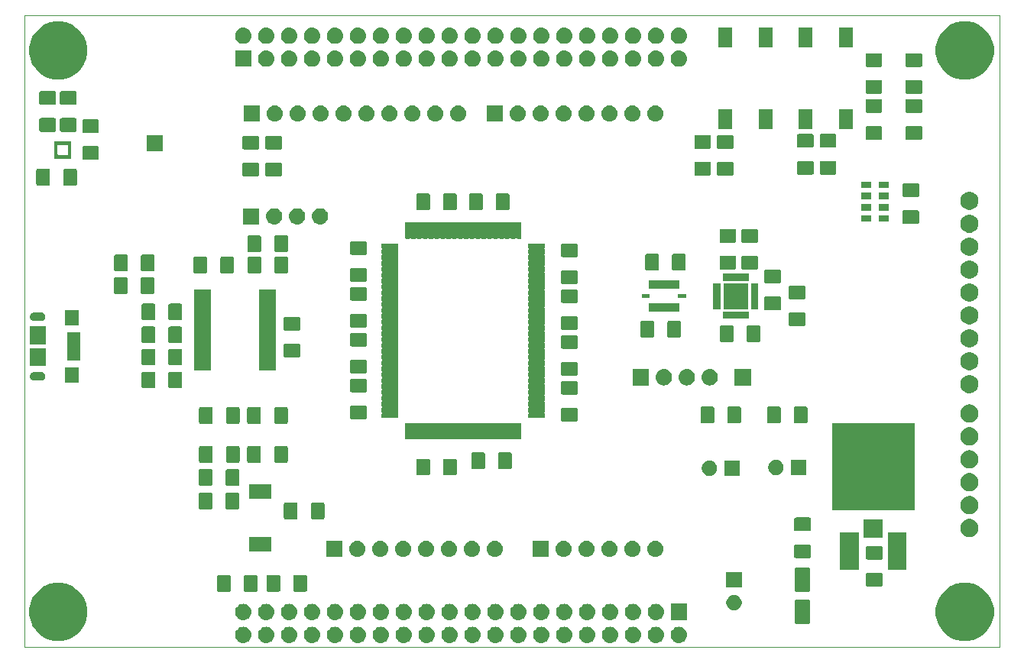
<source format=gbr>
G04 #@! TF.GenerationSoftware,KiCad,Pcbnew,5.1.4-e60b266~84~ubuntu16.04.1*
G04 #@! TF.CreationDate,2019-11-28T16:38:01+01:00*
G04 #@! TF.ProjectId,SRAM_board,5352414d-5f62-46f6-9172-642e6b696361,A*
G04 #@! TF.SameCoordinates,Original*
G04 #@! TF.FileFunction,Soldermask,Top*
G04 #@! TF.FilePolarity,Negative*
%FSLAX46Y46*%
G04 Gerber Fmt 4.6, Leading zero omitted, Abs format (unit mm)*
G04 Created by KiCad (PCBNEW 5.1.4-e60b266~84~ubuntu16.04.1) date 2019-11-28 16:38:01*
%MOMM*%
%LPD*%
G04 APERTURE LIST*
%ADD10C,0.050000*%
%ADD11C,0.150000*%
G04 APERTURE END LIST*
D10*
X104280000Y66110000D02*
X104280000Y66030000D01*
X104280000Y-3885000D02*
X104280000Y-3800000D01*
X-3720000Y-3800000D02*
X-3720000Y-3885000D01*
X-3720000Y66030000D02*
X-3720000Y66110000D01*
X104280000Y-3800000D02*
X104280000Y66030000D01*
X-3720000Y-3885000D02*
X104280000Y-3885000D01*
X-3720000Y66110000D02*
X104280000Y66110000D01*
X-3720000Y-3800000D02*
X-3720000Y66030000D01*
D11*
G36*
X66330443Y-1645519D02*
G01*
X66396627Y-1652037D01*
X66566466Y-1703557D01*
X66722991Y-1787222D01*
X66758729Y-1816552D01*
X66860186Y-1899814D01*
X66943448Y-2001271D01*
X66972778Y-2037009D01*
X67056443Y-2193534D01*
X67107963Y-2363373D01*
X67125359Y-2540000D01*
X67107963Y-2716627D01*
X67056443Y-2886466D01*
X66972778Y-3042991D01*
X66943448Y-3078729D01*
X66860186Y-3180186D01*
X66758729Y-3263448D01*
X66722991Y-3292778D01*
X66566466Y-3376443D01*
X66396627Y-3427963D01*
X66330443Y-3434481D01*
X66264260Y-3441000D01*
X66175740Y-3441000D01*
X66109557Y-3434481D01*
X66043373Y-3427963D01*
X65873534Y-3376443D01*
X65717009Y-3292778D01*
X65681271Y-3263448D01*
X65579814Y-3180186D01*
X65496552Y-3078729D01*
X65467222Y-3042991D01*
X65383557Y-2886466D01*
X65332037Y-2716627D01*
X65314641Y-2540000D01*
X65332037Y-2363373D01*
X65383557Y-2193534D01*
X65467222Y-2037009D01*
X65496552Y-2001271D01*
X65579814Y-1899814D01*
X65681271Y-1816552D01*
X65717009Y-1787222D01*
X65873534Y-1703557D01*
X66043373Y-1652037D01*
X66109558Y-1645518D01*
X66175740Y-1639000D01*
X66264260Y-1639000D01*
X66330443Y-1645519D01*
X66330443Y-1645519D01*
G37*
G36*
X40930443Y-1645519D02*
G01*
X40996627Y-1652037D01*
X41166466Y-1703557D01*
X41322991Y-1787222D01*
X41358729Y-1816552D01*
X41460186Y-1899814D01*
X41543448Y-2001271D01*
X41572778Y-2037009D01*
X41656443Y-2193534D01*
X41707963Y-2363373D01*
X41725359Y-2540000D01*
X41707963Y-2716627D01*
X41656443Y-2886466D01*
X41572778Y-3042991D01*
X41543448Y-3078729D01*
X41460186Y-3180186D01*
X41358729Y-3263448D01*
X41322991Y-3292778D01*
X41166466Y-3376443D01*
X40996627Y-3427963D01*
X40930443Y-3434481D01*
X40864260Y-3441000D01*
X40775740Y-3441000D01*
X40709557Y-3434481D01*
X40643373Y-3427963D01*
X40473534Y-3376443D01*
X40317009Y-3292778D01*
X40281271Y-3263448D01*
X40179814Y-3180186D01*
X40096552Y-3078729D01*
X40067222Y-3042991D01*
X39983557Y-2886466D01*
X39932037Y-2716627D01*
X39914641Y-2540000D01*
X39932037Y-2363373D01*
X39983557Y-2193534D01*
X40067222Y-2037009D01*
X40096552Y-2001271D01*
X40179814Y-1899814D01*
X40281271Y-1816552D01*
X40317009Y-1787222D01*
X40473534Y-1703557D01*
X40643373Y-1652037D01*
X40709557Y-1645519D01*
X40775740Y-1639000D01*
X40864260Y-1639000D01*
X40930443Y-1645519D01*
X40930443Y-1645519D01*
G37*
G36*
X20610443Y-1645519D02*
G01*
X20676627Y-1652037D01*
X20846466Y-1703557D01*
X21002991Y-1787222D01*
X21038729Y-1816552D01*
X21140186Y-1899814D01*
X21223448Y-2001271D01*
X21252778Y-2037009D01*
X21336443Y-2193534D01*
X21387963Y-2363373D01*
X21405359Y-2540000D01*
X21387963Y-2716627D01*
X21336443Y-2886466D01*
X21252778Y-3042991D01*
X21223448Y-3078729D01*
X21140186Y-3180186D01*
X21038729Y-3263448D01*
X21002991Y-3292778D01*
X20846466Y-3376443D01*
X20676627Y-3427963D01*
X20610443Y-3434481D01*
X20544260Y-3441000D01*
X20455740Y-3441000D01*
X20389557Y-3434481D01*
X20323373Y-3427963D01*
X20153534Y-3376443D01*
X19997009Y-3292778D01*
X19961271Y-3263448D01*
X19859814Y-3180186D01*
X19776552Y-3078729D01*
X19747222Y-3042991D01*
X19663557Y-2886466D01*
X19612037Y-2716627D01*
X19594641Y-2540000D01*
X19612037Y-2363373D01*
X19663557Y-2193534D01*
X19747222Y-2037009D01*
X19776552Y-2001271D01*
X19859814Y-1899814D01*
X19961271Y-1816552D01*
X19997009Y-1787222D01*
X20153534Y-1703557D01*
X20323373Y-1652037D01*
X20389557Y-1645519D01*
X20455740Y-1639000D01*
X20544260Y-1639000D01*
X20610443Y-1645519D01*
X20610443Y-1645519D01*
G37*
G36*
X23150443Y-1645519D02*
G01*
X23216627Y-1652037D01*
X23386466Y-1703557D01*
X23542991Y-1787222D01*
X23578729Y-1816552D01*
X23680186Y-1899814D01*
X23763448Y-2001271D01*
X23792778Y-2037009D01*
X23876443Y-2193534D01*
X23927963Y-2363373D01*
X23945359Y-2540000D01*
X23927963Y-2716627D01*
X23876443Y-2886466D01*
X23792778Y-3042991D01*
X23763448Y-3078729D01*
X23680186Y-3180186D01*
X23578729Y-3263448D01*
X23542991Y-3292778D01*
X23386466Y-3376443D01*
X23216627Y-3427963D01*
X23150443Y-3434481D01*
X23084260Y-3441000D01*
X22995740Y-3441000D01*
X22929557Y-3434481D01*
X22863373Y-3427963D01*
X22693534Y-3376443D01*
X22537009Y-3292778D01*
X22501271Y-3263448D01*
X22399814Y-3180186D01*
X22316552Y-3078729D01*
X22287222Y-3042991D01*
X22203557Y-2886466D01*
X22152037Y-2716627D01*
X22134641Y-2540000D01*
X22152037Y-2363373D01*
X22203557Y-2193534D01*
X22287222Y-2037009D01*
X22316552Y-2001271D01*
X22399814Y-1899814D01*
X22501271Y-1816552D01*
X22537009Y-1787222D01*
X22693534Y-1703557D01*
X22863373Y-1652037D01*
X22929557Y-1645519D01*
X22995740Y-1639000D01*
X23084260Y-1639000D01*
X23150443Y-1645519D01*
X23150443Y-1645519D01*
G37*
G36*
X25690443Y-1645519D02*
G01*
X25756627Y-1652037D01*
X25926466Y-1703557D01*
X26082991Y-1787222D01*
X26118729Y-1816552D01*
X26220186Y-1899814D01*
X26303448Y-2001271D01*
X26332778Y-2037009D01*
X26416443Y-2193534D01*
X26467963Y-2363373D01*
X26485359Y-2540000D01*
X26467963Y-2716627D01*
X26416443Y-2886466D01*
X26332778Y-3042991D01*
X26303448Y-3078729D01*
X26220186Y-3180186D01*
X26118729Y-3263448D01*
X26082991Y-3292778D01*
X25926466Y-3376443D01*
X25756627Y-3427963D01*
X25690443Y-3434481D01*
X25624260Y-3441000D01*
X25535740Y-3441000D01*
X25469557Y-3434481D01*
X25403373Y-3427963D01*
X25233534Y-3376443D01*
X25077009Y-3292778D01*
X25041271Y-3263448D01*
X24939814Y-3180186D01*
X24856552Y-3078729D01*
X24827222Y-3042991D01*
X24743557Y-2886466D01*
X24692037Y-2716627D01*
X24674641Y-2540000D01*
X24692037Y-2363373D01*
X24743557Y-2193534D01*
X24827222Y-2037009D01*
X24856552Y-2001271D01*
X24939814Y-1899814D01*
X25041271Y-1816552D01*
X25077009Y-1787222D01*
X25233534Y-1703557D01*
X25403373Y-1652037D01*
X25469557Y-1645519D01*
X25535740Y-1639000D01*
X25624260Y-1639000D01*
X25690443Y-1645519D01*
X25690443Y-1645519D01*
G37*
G36*
X28230443Y-1645519D02*
G01*
X28296627Y-1652037D01*
X28466466Y-1703557D01*
X28622991Y-1787222D01*
X28658729Y-1816552D01*
X28760186Y-1899814D01*
X28843448Y-2001271D01*
X28872778Y-2037009D01*
X28956443Y-2193534D01*
X29007963Y-2363373D01*
X29025359Y-2540000D01*
X29007963Y-2716627D01*
X28956443Y-2886466D01*
X28872778Y-3042991D01*
X28843448Y-3078729D01*
X28760186Y-3180186D01*
X28658729Y-3263448D01*
X28622991Y-3292778D01*
X28466466Y-3376443D01*
X28296627Y-3427963D01*
X28230443Y-3434481D01*
X28164260Y-3441000D01*
X28075740Y-3441000D01*
X28009557Y-3434481D01*
X27943373Y-3427963D01*
X27773534Y-3376443D01*
X27617009Y-3292778D01*
X27581271Y-3263448D01*
X27479814Y-3180186D01*
X27396552Y-3078729D01*
X27367222Y-3042991D01*
X27283557Y-2886466D01*
X27232037Y-2716627D01*
X27214641Y-2540000D01*
X27232037Y-2363373D01*
X27283557Y-2193534D01*
X27367222Y-2037009D01*
X27396552Y-2001271D01*
X27479814Y-1899814D01*
X27581271Y-1816552D01*
X27617009Y-1787222D01*
X27773534Y-1703557D01*
X27943373Y-1652037D01*
X28009557Y-1645519D01*
X28075740Y-1639000D01*
X28164260Y-1639000D01*
X28230443Y-1645519D01*
X28230443Y-1645519D01*
G37*
G36*
X30770443Y-1645519D02*
G01*
X30836627Y-1652037D01*
X31006466Y-1703557D01*
X31162991Y-1787222D01*
X31198729Y-1816552D01*
X31300186Y-1899814D01*
X31383448Y-2001271D01*
X31412778Y-2037009D01*
X31496443Y-2193534D01*
X31547963Y-2363373D01*
X31565359Y-2540000D01*
X31547963Y-2716627D01*
X31496443Y-2886466D01*
X31412778Y-3042991D01*
X31383448Y-3078729D01*
X31300186Y-3180186D01*
X31198729Y-3263448D01*
X31162991Y-3292778D01*
X31006466Y-3376443D01*
X30836627Y-3427963D01*
X30770443Y-3434481D01*
X30704260Y-3441000D01*
X30615740Y-3441000D01*
X30549557Y-3434481D01*
X30483373Y-3427963D01*
X30313534Y-3376443D01*
X30157009Y-3292778D01*
X30121271Y-3263448D01*
X30019814Y-3180186D01*
X29936552Y-3078729D01*
X29907222Y-3042991D01*
X29823557Y-2886466D01*
X29772037Y-2716627D01*
X29754641Y-2540000D01*
X29772037Y-2363373D01*
X29823557Y-2193534D01*
X29907222Y-2037009D01*
X29936552Y-2001271D01*
X30019814Y-1899814D01*
X30121271Y-1816552D01*
X30157009Y-1787222D01*
X30313534Y-1703557D01*
X30483373Y-1652037D01*
X30549557Y-1645519D01*
X30615740Y-1639000D01*
X30704260Y-1639000D01*
X30770443Y-1645519D01*
X30770443Y-1645519D01*
G37*
G36*
X33310443Y-1645519D02*
G01*
X33376627Y-1652037D01*
X33546466Y-1703557D01*
X33702991Y-1787222D01*
X33738729Y-1816552D01*
X33840186Y-1899814D01*
X33923448Y-2001271D01*
X33952778Y-2037009D01*
X34036443Y-2193534D01*
X34087963Y-2363373D01*
X34105359Y-2540000D01*
X34087963Y-2716627D01*
X34036443Y-2886466D01*
X33952778Y-3042991D01*
X33923448Y-3078729D01*
X33840186Y-3180186D01*
X33738729Y-3263448D01*
X33702991Y-3292778D01*
X33546466Y-3376443D01*
X33376627Y-3427963D01*
X33310443Y-3434481D01*
X33244260Y-3441000D01*
X33155740Y-3441000D01*
X33089557Y-3434481D01*
X33023373Y-3427963D01*
X32853534Y-3376443D01*
X32697009Y-3292778D01*
X32661271Y-3263448D01*
X32559814Y-3180186D01*
X32476552Y-3078729D01*
X32447222Y-3042991D01*
X32363557Y-2886466D01*
X32312037Y-2716627D01*
X32294641Y-2540000D01*
X32312037Y-2363373D01*
X32363557Y-2193534D01*
X32447222Y-2037009D01*
X32476552Y-2001271D01*
X32559814Y-1899814D01*
X32661271Y-1816552D01*
X32697009Y-1787222D01*
X32853534Y-1703557D01*
X33023373Y-1652037D01*
X33089557Y-1645519D01*
X33155740Y-1639000D01*
X33244260Y-1639000D01*
X33310443Y-1645519D01*
X33310443Y-1645519D01*
G37*
G36*
X35850443Y-1645519D02*
G01*
X35916627Y-1652037D01*
X36086466Y-1703557D01*
X36242991Y-1787222D01*
X36278729Y-1816552D01*
X36380186Y-1899814D01*
X36463448Y-2001271D01*
X36492778Y-2037009D01*
X36576443Y-2193534D01*
X36627963Y-2363373D01*
X36645359Y-2540000D01*
X36627963Y-2716627D01*
X36576443Y-2886466D01*
X36492778Y-3042991D01*
X36463448Y-3078729D01*
X36380186Y-3180186D01*
X36278729Y-3263448D01*
X36242991Y-3292778D01*
X36086466Y-3376443D01*
X35916627Y-3427963D01*
X35850443Y-3434481D01*
X35784260Y-3441000D01*
X35695740Y-3441000D01*
X35629557Y-3434481D01*
X35563373Y-3427963D01*
X35393534Y-3376443D01*
X35237009Y-3292778D01*
X35201271Y-3263448D01*
X35099814Y-3180186D01*
X35016552Y-3078729D01*
X34987222Y-3042991D01*
X34903557Y-2886466D01*
X34852037Y-2716627D01*
X34834641Y-2540000D01*
X34852037Y-2363373D01*
X34903557Y-2193534D01*
X34987222Y-2037009D01*
X35016552Y-2001271D01*
X35099814Y-1899814D01*
X35201271Y-1816552D01*
X35237009Y-1787222D01*
X35393534Y-1703557D01*
X35563373Y-1652037D01*
X35629557Y-1645519D01*
X35695740Y-1639000D01*
X35784260Y-1639000D01*
X35850443Y-1645519D01*
X35850443Y-1645519D01*
G37*
G36*
X38390443Y-1645519D02*
G01*
X38456627Y-1652037D01*
X38626466Y-1703557D01*
X38782991Y-1787222D01*
X38818729Y-1816552D01*
X38920186Y-1899814D01*
X39003448Y-2001271D01*
X39032778Y-2037009D01*
X39116443Y-2193534D01*
X39167963Y-2363373D01*
X39185359Y-2540000D01*
X39167963Y-2716627D01*
X39116443Y-2886466D01*
X39032778Y-3042991D01*
X39003448Y-3078729D01*
X38920186Y-3180186D01*
X38818729Y-3263448D01*
X38782991Y-3292778D01*
X38626466Y-3376443D01*
X38456627Y-3427963D01*
X38390443Y-3434481D01*
X38324260Y-3441000D01*
X38235740Y-3441000D01*
X38169557Y-3434481D01*
X38103373Y-3427963D01*
X37933534Y-3376443D01*
X37777009Y-3292778D01*
X37741271Y-3263448D01*
X37639814Y-3180186D01*
X37556552Y-3078729D01*
X37527222Y-3042991D01*
X37443557Y-2886466D01*
X37392037Y-2716627D01*
X37374641Y-2540000D01*
X37392037Y-2363373D01*
X37443557Y-2193534D01*
X37527222Y-2037009D01*
X37556552Y-2001271D01*
X37639814Y-1899814D01*
X37741271Y-1816552D01*
X37777009Y-1787222D01*
X37933534Y-1703557D01*
X38103373Y-1652037D01*
X38169557Y-1645519D01*
X38235740Y-1639000D01*
X38324260Y-1639000D01*
X38390443Y-1645519D01*
X38390443Y-1645519D01*
G37*
G36*
X68870443Y-1645519D02*
G01*
X68936627Y-1652037D01*
X69106466Y-1703557D01*
X69262991Y-1787222D01*
X69298729Y-1816552D01*
X69400186Y-1899814D01*
X69483448Y-2001271D01*
X69512778Y-2037009D01*
X69596443Y-2193534D01*
X69647963Y-2363373D01*
X69665359Y-2540000D01*
X69647963Y-2716627D01*
X69596443Y-2886466D01*
X69512778Y-3042991D01*
X69483448Y-3078729D01*
X69400186Y-3180186D01*
X69298729Y-3263448D01*
X69262991Y-3292778D01*
X69106466Y-3376443D01*
X68936627Y-3427963D01*
X68870443Y-3434481D01*
X68804260Y-3441000D01*
X68715740Y-3441000D01*
X68649557Y-3434481D01*
X68583373Y-3427963D01*
X68413534Y-3376443D01*
X68257009Y-3292778D01*
X68221271Y-3263448D01*
X68119814Y-3180186D01*
X68036552Y-3078729D01*
X68007222Y-3042991D01*
X67923557Y-2886466D01*
X67872037Y-2716627D01*
X67854641Y-2540000D01*
X67872037Y-2363373D01*
X67923557Y-2193534D01*
X68007222Y-2037009D01*
X68036552Y-2001271D01*
X68119814Y-1899814D01*
X68221271Y-1816552D01*
X68257009Y-1787222D01*
X68413534Y-1703557D01*
X68583373Y-1652037D01*
X68649558Y-1645518D01*
X68715740Y-1639000D01*
X68804260Y-1639000D01*
X68870443Y-1645519D01*
X68870443Y-1645519D01*
G37*
G36*
X46010443Y-1645519D02*
G01*
X46076627Y-1652037D01*
X46246466Y-1703557D01*
X46402991Y-1787222D01*
X46438729Y-1816552D01*
X46540186Y-1899814D01*
X46623448Y-2001271D01*
X46652778Y-2037009D01*
X46736443Y-2193534D01*
X46787963Y-2363373D01*
X46805359Y-2540000D01*
X46787963Y-2716627D01*
X46736443Y-2886466D01*
X46652778Y-3042991D01*
X46623448Y-3078729D01*
X46540186Y-3180186D01*
X46438729Y-3263448D01*
X46402991Y-3292778D01*
X46246466Y-3376443D01*
X46076627Y-3427963D01*
X46010443Y-3434481D01*
X45944260Y-3441000D01*
X45855740Y-3441000D01*
X45789557Y-3434481D01*
X45723373Y-3427963D01*
X45553534Y-3376443D01*
X45397009Y-3292778D01*
X45361271Y-3263448D01*
X45259814Y-3180186D01*
X45176552Y-3078729D01*
X45147222Y-3042991D01*
X45063557Y-2886466D01*
X45012037Y-2716627D01*
X44994641Y-2540000D01*
X45012037Y-2363373D01*
X45063557Y-2193534D01*
X45147222Y-2037009D01*
X45176552Y-2001271D01*
X45259814Y-1899814D01*
X45361271Y-1816552D01*
X45397009Y-1787222D01*
X45553534Y-1703557D01*
X45723373Y-1652037D01*
X45789557Y-1645519D01*
X45855740Y-1639000D01*
X45944260Y-1639000D01*
X46010443Y-1645519D01*
X46010443Y-1645519D01*
G37*
G36*
X48550443Y-1645519D02*
G01*
X48616627Y-1652037D01*
X48786466Y-1703557D01*
X48942991Y-1787222D01*
X48978729Y-1816552D01*
X49080186Y-1899814D01*
X49163448Y-2001271D01*
X49192778Y-2037009D01*
X49276443Y-2193534D01*
X49327963Y-2363373D01*
X49345359Y-2540000D01*
X49327963Y-2716627D01*
X49276443Y-2886466D01*
X49192778Y-3042991D01*
X49163448Y-3078729D01*
X49080186Y-3180186D01*
X48978729Y-3263448D01*
X48942991Y-3292778D01*
X48786466Y-3376443D01*
X48616627Y-3427963D01*
X48550443Y-3434481D01*
X48484260Y-3441000D01*
X48395740Y-3441000D01*
X48329557Y-3434481D01*
X48263373Y-3427963D01*
X48093534Y-3376443D01*
X47937009Y-3292778D01*
X47901271Y-3263448D01*
X47799814Y-3180186D01*
X47716552Y-3078729D01*
X47687222Y-3042991D01*
X47603557Y-2886466D01*
X47552037Y-2716627D01*
X47534641Y-2540000D01*
X47552037Y-2363373D01*
X47603557Y-2193534D01*
X47687222Y-2037009D01*
X47716552Y-2001271D01*
X47799814Y-1899814D01*
X47901271Y-1816552D01*
X47937009Y-1787222D01*
X48093534Y-1703557D01*
X48263373Y-1652037D01*
X48329557Y-1645519D01*
X48395740Y-1639000D01*
X48484260Y-1639000D01*
X48550443Y-1645519D01*
X48550443Y-1645519D01*
G37*
G36*
X51090443Y-1645519D02*
G01*
X51156627Y-1652037D01*
X51326466Y-1703557D01*
X51482991Y-1787222D01*
X51518729Y-1816552D01*
X51620186Y-1899814D01*
X51703448Y-2001271D01*
X51732778Y-2037009D01*
X51816443Y-2193534D01*
X51867963Y-2363373D01*
X51885359Y-2540000D01*
X51867963Y-2716627D01*
X51816443Y-2886466D01*
X51732778Y-3042991D01*
X51703448Y-3078729D01*
X51620186Y-3180186D01*
X51518729Y-3263448D01*
X51482991Y-3292778D01*
X51326466Y-3376443D01*
X51156627Y-3427963D01*
X51090443Y-3434481D01*
X51024260Y-3441000D01*
X50935740Y-3441000D01*
X50869557Y-3434481D01*
X50803373Y-3427963D01*
X50633534Y-3376443D01*
X50477009Y-3292778D01*
X50441271Y-3263448D01*
X50339814Y-3180186D01*
X50256552Y-3078729D01*
X50227222Y-3042991D01*
X50143557Y-2886466D01*
X50092037Y-2716627D01*
X50074641Y-2540000D01*
X50092037Y-2363373D01*
X50143557Y-2193534D01*
X50227222Y-2037009D01*
X50256552Y-2001271D01*
X50339814Y-1899814D01*
X50441271Y-1816552D01*
X50477009Y-1787222D01*
X50633534Y-1703557D01*
X50803373Y-1652037D01*
X50869558Y-1645518D01*
X50935740Y-1639000D01*
X51024260Y-1639000D01*
X51090443Y-1645519D01*
X51090443Y-1645519D01*
G37*
G36*
X53630443Y-1645519D02*
G01*
X53696627Y-1652037D01*
X53866466Y-1703557D01*
X54022991Y-1787222D01*
X54058729Y-1816552D01*
X54160186Y-1899814D01*
X54243448Y-2001271D01*
X54272778Y-2037009D01*
X54356443Y-2193534D01*
X54407963Y-2363373D01*
X54425359Y-2540000D01*
X54407963Y-2716627D01*
X54356443Y-2886466D01*
X54272778Y-3042991D01*
X54243448Y-3078729D01*
X54160186Y-3180186D01*
X54058729Y-3263448D01*
X54022991Y-3292778D01*
X53866466Y-3376443D01*
X53696627Y-3427963D01*
X53630443Y-3434481D01*
X53564260Y-3441000D01*
X53475740Y-3441000D01*
X53409557Y-3434481D01*
X53343373Y-3427963D01*
X53173534Y-3376443D01*
X53017009Y-3292778D01*
X52981271Y-3263448D01*
X52879814Y-3180186D01*
X52796552Y-3078729D01*
X52767222Y-3042991D01*
X52683557Y-2886466D01*
X52632037Y-2716627D01*
X52614641Y-2540000D01*
X52632037Y-2363373D01*
X52683557Y-2193534D01*
X52767222Y-2037009D01*
X52796552Y-2001271D01*
X52879814Y-1899814D01*
X52981271Y-1816552D01*
X53017009Y-1787222D01*
X53173534Y-1703557D01*
X53343373Y-1652037D01*
X53409558Y-1645518D01*
X53475740Y-1639000D01*
X53564260Y-1639000D01*
X53630443Y-1645519D01*
X53630443Y-1645519D01*
G37*
G36*
X56170443Y-1645519D02*
G01*
X56236627Y-1652037D01*
X56406466Y-1703557D01*
X56562991Y-1787222D01*
X56598729Y-1816552D01*
X56700186Y-1899814D01*
X56783448Y-2001271D01*
X56812778Y-2037009D01*
X56896443Y-2193534D01*
X56947963Y-2363373D01*
X56965359Y-2540000D01*
X56947963Y-2716627D01*
X56896443Y-2886466D01*
X56812778Y-3042991D01*
X56783448Y-3078729D01*
X56700186Y-3180186D01*
X56598729Y-3263448D01*
X56562991Y-3292778D01*
X56406466Y-3376443D01*
X56236627Y-3427963D01*
X56170443Y-3434481D01*
X56104260Y-3441000D01*
X56015740Y-3441000D01*
X55949557Y-3434481D01*
X55883373Y-3427963D01*
X55713534Y-3376443D01*
X55557009Y-3292778D01*
X55521271Y-3263448D01*
X55419814Y-3180186D01*
X55336552Y-3078729D01*
X55307222Y-3042991D01*
X55223557Y-2886466D01*
X55172037Y-2716627D01*
X55154641Y-2540000D01*
X55172037Y-2363373D01*
X55223557Y-2193534D01*
X55307222Y-2037009D01*
X55336552Y-2001271D01*
X55419814Y-1899814D01*
X55521271Y-1816552D01*
X55557009Y-1787222D01*
X55713534Y-1703557D01*
X55883373Y-1652037D01*
X55949558Y-1645518D01*
X56015740Y-1639000D01*
X56104260Y-1639000D01*
X56170443Y-1645519D01*
X56170443Y-1645519D01*
G37*
G36*
X58710443Y-1645519D02*
G01*
X58776627Y-1652037D01*
X58946466Y-1703557D01*
X59102991Y-1787222D01*
X59138729Y-1816552D01*
X59240186Y-1899814D01*
X59323448Y-2001271D01*
X59352778Y-2037009D01*
X59436443Y-2193534D01*
X59487963Y-2363373D01*
X59505359Y-2540000D01*
X59487963Y-2716627D01*
X59436443Y-2886466D01*
X59352778Y-3042991D01*
X59323448Y-3078729D01*
X59240186Y-3180186D01*
X59138729Y-3263448D01*
X59102991Y-3292778D01*
X58946466Y-3376443D01*
X58776627Y-3427963D01*
X58710443Y-3434481D01*
X58644260Y-3441000D01*
X58555740Y-3441000D01*
X58489557Y-3434481D01*
X58423373Y-3427963D01*
X58253534Y-3376443D01*
X58097009Y-3292778D01*
X58061271Y-3263448D01*
X57959814Y-3180186D01*
X57876552Y-3078729D01*
X57847222Y-3042991D01*
X57763557Y-2886466D01*
X57712037Y-2716627D01*
X57694641Y-2540000D01*
X57712037Y-2363373D01*
X57763557Y-2193534D01*
X57847222Y-2037009D01*
X57876552Y-2001271D01*
X57959814Y-1899814D01*
X58061271Y-1816552D01*
X58097009Y-1787222D01*
X58253534Y-1703557D01*
X58423373Y-1652037D01*
X58489558Y-1645518D01*
X58555740Y-1639000D01*
X58644260Y-1639000D01*
X58710443Y-1645519D01*
X58710443Y-1645519D01*
G37*
G36*
X61250443Y-1645519D02*
G01*
X61316627Y-1652037D01*
X61486466Y-1703557D01*
X61642991Y-1787222D01*
X61678729Y-1816552D01*
X61780186Y-1899814D01*
X61863448Y-2001271D01*
X61892778Y-2037009D01*
X61976443Y-2193534D01*
X62027963Y-2363373D01*
X62045359Y-2540000D01*
X62027963Y-2716627D01*
X61976443Y-2886466D01*
X61892778Y-3042991D01*
X61863448Y-3078729D01*
X61780186Y-3180186D01*
X61678729Y-3263448D01*
X61642991Y-3292778D01*
X61486466Y-3376443D01*
X61316627Y-3427963D01*
X61250443Y-3434481D01*
X61184260Y-3441000D01*
X61095740Y-3441000D01*
X61029557Y-3434481D01*
X60963373Y-3427963D01*
X60793534Y-3376443D01*
X60637009Y-3292778D01*
X60601271Y-3263448D01*
X60499814Y-3180186D01*
X60416552Y-3078729D01*
X60387222Y-3042991D01*
X60303557Y-2886466D01*
X60252037Y-2716627D01*
X60234641Y-2540000D01*
X60252037Y-2363373D01*
X60303557Y-2193534D01*
X60387222Y-2037009D01*
X60416552Y-2001271D01*
X60499814Y-1899814D01*
X60601271Y-1816552D01*
X60637009Y-1787222D01*
X60793534Y-1703557D01*
X60963373Y-1652037D01*
X61029558Y-1645518D01*
X61095740Y-1639000D01*
X61184260Y-1639000D01*
X61250443Y-1645519D01*
X61250443Y-1645519D01*
G37*
G36*
X63790443Y-1645519D02*
G01*
X63856627Y-1652037D01*
X64026466Y-1703557D01*
X64182991Y-1787222D01*
X64218729Y-1816552D01*
X64320186Y-1899814D01*
X64403448Y-2001271D01*
X64432778Y-2037009D01*
X64516443Y-2193534D01*
X64567963Y-2363373D01*
X64585359Y-2540000D01*
X64567963Y-2716627D01*
X64516443Y-2886466D01*
X64432778Y-3042991D01*
X64403448Y-3078729D01*
X64320186Y-3180186D01*
X64218729Y-3263448D01*
X64182991Y-3292778D01*
X64026466Y-3376443D01*
X63856627Y-3427963D01*
X63790443Y-3434481D01*
X63724260Y-3441000D01*
X63635740Y-3441000D01*
X63569557Y-3434481D01*
X63503373Y-3427963D01*
X63333534Y-3376443D01*
X63177009Y-3292778D01*
X63141271Y-3263448D01*
X63039814Y-3180186D01*
X62956552Y-3078729D01*
X62927222Y-3042991D01*
X62843557Y-2886466D01*
X62792037Y-2716627D01*
X62774641Y-2540000D01*
X62792037Y-2363373D01*
X62843557Y-2193534D01*
X62927222Y-2037009D01*
X62956552Y-2001271D01*
X63039814Y-1899814D01*
X63141271Y-1816552D01*
X63177009Y-1787222D01*
X63333534Y-1703557D01*
X63503373Y-1652037D01*
X63569558Y-1645518D01*
X63635740Y-1639000D01*
X63724260Y-1639000D01*
X63790443Y-1645519D01*
X63790443Y-1645519D01*
G37*
G36*
X43470443Y-1645519D02*
G01*
X43536627Y-1652037D01*
X43706466Y-1703557D01*
X43862991Y-1787222D01*
X43898729Y-1816552D01*
X44000186Y-1899814D01*
X44083448Y-2001271D01*
X44112778Y-2037009D01*
X44196443Y-2193534D01*
X44247963Y-2363373D01*
X44265359Y-2540000D01*
X44247963Y-2716627D01*
X44196443Y-2886466D01*
X44112778Y-3042991D01*
X44083448Y-3078729D01*
X44000186Y-3180186D01*
X43898729Y-3263448D01*
X43862991Y-3292778D01*
X43706466Y-3376443D01*
X43536627Y-3427963D01*
X43470443Y-3434481D01*
X43404260Y-3441000D01*
X43315740Y-3441000D01*
X43249557Y-3434481D01*
X43183373Y-3427963D01*
X43013534Y-3376443D01*
X42857009Y-3292778D01*
X42821271Y-3263448D01*
X42719814Y-3180186D01*
X42636552Y-3078729D01*
X42607222Y-3042991D01*
X42523557Y-2886466D01*
X42472037Y-2716627D01*
X42454641Y-2540000D01*
X42472037Y-2363373D01*
X42523557Y-2193534D01*
X42607222Y-2037009D01*
X42636552Y-2001271D01*
X42719814Y-1899814D01*
X42821271Y-1816552D01*
X42857009Y-1787222D01*
X43013534Y-1703557D01*
X43183373Y-1652037D01*
X43249557Y-1645519D01*
X43315740Y-1639000D01*
X43404260Y-1639000D01*
X43470443Y-1645519D01*
X43470443Y-1645519D01*
G37*
G36*
X101380988Y3102027D02*
G01*
X101931137Y2874148D01*
X101968084Y2858844D01*
X102496455Y2505798D01*
X102945798Y2056455D01*
X103298844Y1528084D01*
X103298845Y1528082D01*
X103542027Y940988D01*
X103666000Y317735D01*
X103666000Y-317735D01*
X103542027Y-940988D01*
X103371499Y-1352680D01*
X103298844Y-1528084D01*
X102945798Y-2056455D01*
X102496455Y-2505798D01*
X101968084Y-2858844D01*
X101968083Y-2858845D01*
X101968082Y-2858845D01*
X101380988Y-3102027D01*
X100757735Y-3226000D01*
X100122265Y-3226000D01*
X99499012Y-3102027D01*
X98911918Y-2858845D01*
X98911917Y-2858845D01*
X98911916Y-2858844D01*
X98383545Y-2505798D01*
X97934202Y-2056455D01*
X97581156Y-1528084D01*
X97508501Y-1352680D01*
X97337973Y-940988D01*
X97214000Y-317735D01*
X97214000Y317735D01*
X97337973Y940988D01*
X97581155Y1528082D01*
X97581156Y1528084D01*
X97934202Y2056455D01*
X98383545Y2505798D01*
X98911916Y2858844D01*
X98948863Y2874148D01*
X99499012Y3102027D01*
X100122265Y3226000D01*
X100757735Y3226000D01*
X101380988Y3102027D01*
X101380988Y3102027D01*
G37*
G36*
X940988Y3102027D02*
G01*
X1491137Y2874148D01*
X1528084Y2858844D01*
X2056455Y2505798D01*
X2505798Y2056455D01*
X2858844Y1528084D01*
X2858845Y1528082D01*
X3102027Y940988D01*
X3226000Y317735D01*
X3226000Y-317735D01*
X3102027Y-940988D01*
X2931499Y-1352680D01*
X2858844Y-1528084D01*
X2505798Y-2056455D01*
X2056455Y-2505798D01*
X1528084Y-2858844D01*
X1528083Y-2858845D01*
X1528082Y-2858845D01*
X940988Y-3102027D01*
X317735Y-3226000D01*
X-317735Y-3226000D01*
X-940988Y-3102027D01*
X-1528082Y-2858845D01*
X-1528083Y-2858845D01*
X-1528084Y-2858844D01*
X-2056455Y-2505798D01*
X-2505798Y-2056455D01*
X-2858844Y-1528084D01*
X-2931499Y-1352680D01*
X-3102027Y-940988D01*
X-3226000Y-317735D01*
X-3226000Y317735D01*
X-3102027Y940988D01*
X-2858845Y1528082D01*
X-2858844Y1528084D01*
X-2505798Y2056455D01*
X-2056455Y2505798D01*
X-1528084Y2858844D01*
X-1491137Y2874148D01*
X-940988Y3102027D01*
X-317735Y3226000D01*
X317735Y3226000D01*
X940988Y3102027D01*
X940988Y3102027D01*
G37*
G36*
X83164557Y1345269D02*
G01*
X83198212Y1335059D01*
X83229225Y1318482D01*
X83256411Y1296171D01*
X83278722Y1268985D01*
X83295299Y1237972D01*
X83305509Y1204317D01*
X83309560Y1163182D01*
X83309560Y-1166542D01*
X83305509Y-1207677D01*
X83295299Y-1241332D01*
X83278722Y-1272345D01*
X83256411Y-1299531D01*
X83229225Y-1321842D01*
X83198212Y-1338419D01*
X83164557Y-1348629D01*
X83123422Y-1352680D01*
X81793698Y-1352680D01*
X81752563Y-1348629D01*
X81718908Y-1338419D01*
X81687895Y-1321842D01*
X81660709Y-1299531D01*
X81638398Y-1272345D01*
X81621821Y-1241332D01*
X81611611Y-1207677D01*
X81607560Y-1166542D01*
X81607560Y1163182D01*
X81611611Y1204317D01*
X81621821Y1237972D01*
X81638398Y1268985D01*
X81660709Y1296171D01*
X81687895Y1318482D01*
X81718908Y1335059D01*
X81752563Y1345269D01*
X81793698Y1349320D01*
X83123422Y1349320D01*
X83164557Y1345269D01*
X83164557Y1345269D01*
G37*
G36*
X69661000Y-901000D02*
G01*
X67859000Y-901000D01*
X67859000Y901000D01*
X69661000Y901000D01*
X69661000Y-901000D01*
X69661000Y-901000D01*
G37*
G36*
X51090442Y894482D02*
G01*
X51156627Y887963D01*
X51326466Y836443D01*
X51482991Y752778D01*
X51518729Y723448D01*
X51620186Y640186D01*
X51703448Y538729D01*
X51732778Y502991D01*
X51816443Y346466D01*
X51867963Y176627D01*
X51885359Y0D01*
X51867963Y-176627D01*
X51816443Y-346466D01*
X51732778Y-502991D01*
X51703448Y-538729D01*
X51620186Y-640186D01*
X51518729Y-723448D01*
X51482991Y-752778D01*
X51326466Y-836443D01*
X51156627Y-887963D01*
X51090442Y-894482D01*
X51024260Y-901000D01*
X50935740Y-901000D01*
X50869558Y-894482D01*
X50803373Y-887963D01*
X50633534Y-836443D01*
X50477009Y-752778D01*
X50441271Y-723448D01*
X50339814Y-640186D01*
X50256552Y-538729D01*
X50227222Y-502991D01*
X50143557Y-346466D01*
X50092037Y-176627D01*
X50074641Y0D01*
X50092037Y176627D01*
X50143557Y346466D01*
X50227222Y502991D01*
X50256552Y538729D01*
X50339814Y640186D01*
X50441271Y723448D01*
X50477009Y752778D01*
X50633534Y836443D01*
X50803373Y887963D01*
X50869558Y894482D01*
X50935740Y901000D01*
X51024260Y901000D01*
X51090442Y894482D01*
X51090442Y894482D01*
G37*
G36*
X53630442Y894482D02*
G01*
X53696627Y887963D01*
X53866466Y836443D01*
X54022991Y752778D01*
X54058729Y723448D01*
X54160186Y640186D01*
X54243448Y538729D01*
X54272778Y502991D01*
X54356443Y346466D01*
X54407963Y176627D01*
X54425359Y0D01*
X54407963Y-176627D01*
X54356443Y-346466D01*
X54272778Y-502991D01*
X54243448Y-538729D01*
X54160186Y-640186D01*
X54058729Y-723448D01*
X54022991Y-752778D01*
X53866466Y-836443D01*
X53696627Y-887963D01*
X53630442Y-894482D01*
X53564260Y-901000D01*
X53475740Y-901000D01*
X53409558Y-894482D01*
X53343373Y-887963D01*
X53173534Y-836443D01*
X53017009Y-752778D01*
X52981271Y-723448D01*
X52879814Y-640186D01*
X52796552Y-538729D01*
X52767222Y-502991D01*
X52683557Y-346466D01*
X52632037Y-176627D01*
X52614641Y0D01*
X52632037Y176627D01*
X52683557Y346466D01*
X52767222Y502991D01*
X52796552Y538729D01*
X52879814Y640186D01*
X52981271Y723448D01*
X53017009Y752778D01*
X53173534Y836443D01*
X53343373Y887963D01*
X53409558Y894482D01*
X53475740Y901000D01*
X53564260Y901000D01*
X53630442Y894482D01*
X53630442Y894482D01*
G37*
G36*
X58710443Y894481D02*
G01*
X58776627Y887963D01*
X58946466Y836443D01*
X59102991Y752778D01*
X59138729Y723448D01*
X59240186Y640186D01*
X59323448Y538729D01*
X59352778Y502991D01*
X59436443Y346466D01*
X59487963Y176627D01*
X59505359Y0D01*
X59487963Y-176627D01*
X59436443Y-346466D01*
X59352778Y-502991D01*
X59323448Y-538729D01*
X59240186Y-640186D01*
X59138729Y-723448D01*
X59102991Y-752778D01*
X58946466Y-836443D01*
X58776627Y-887963D01*
X58710443Y-894481D01*
X58644260Y-901000D01*
X58555740Y-901000D01*
X58489558Y-894482D01*
X58423373Y-887963D01*
X58253534Y-836443D01*
X58097009Y-752778D01*
X58061271Y-723448D01*
X57959814Y-640186D01*
X57876552Y-538729D01*
X57847222Y-502991D01*
X57763557Y-346466D01*
X57712037Y-176627D01*
X57694641Y0D01*
X57712037Y176627D01*
X57763557Y346466D01*
X57847222Y502991D01*
X57876552Y538729D01*
X57959814Y640186D01*
X58061271Y723448D01*
X58097009Y752778D01*
X58253534Y836443D01*
X58423373Y887963D01*
X58489558Y894482D01*
X58555740Y901000D01*
X58644260Y901000D01*
X58710443Y894481D01*
X58710443Y894481D01*
G37*
G36*
X61250443Y894481D02*
G01*
X61316627Y887963D01*
X61486466Y836443D01*
X61642991Y752778D01*
X61678729Y723448D01*
X61780186Y640186D01*
X61863448Y538729D01*
X61892778Y502991D01*
X61976443Y346466D01*
X62027963Y176627D01*
X62045359Y0D01*
X62027963Y-176627D01*
X61976443Y-346466D01*
X61892778Y-502991D01*
X61863448Y-538729D01*
X61780186Y-640186D01*
X61678729Y-723448D01*
X61642991Y-752778D01*
X61486466Y-836443D01*
X61316627Y-887963D01*
X61250443Y-894481D01*
X61184260Y-901000D01*
X61095740Y-901000D01*
X61029558Y-894482D01*
X60963373Y-887963D01*
X60793534Y-836443D01*
X60637009Y-752778D01*
X60601271Y-723448D01*
X60499814Y-640186D01*
X60416552Y-538729D01*
X60387222Y-502991D01*
X60303557Y-346466D01*
X60252037Y-176627D01*
X60234641Y0D01*
X60252037Y176627D01*
X60303557Y346466D01*
X60387222Y502991D01*
X60416552Y538729D01*
X60499814Y640186D01*
X60601271Y723448D01*
X60637009Y752778D01*
X60793534Y836443D01*
X60963373Y887963D01*
X61029558Y894482D01*
X61095740Y901000D01*
X61184260Y901000D01*
X61250443Y894481D01*
X61250443Y894481D01*
G37*
G36*
X63790443Y894481D02*
G01*
X63856627Y887963D01*
X64026466Y836443D01*
X64182991Y752778D01*
X64218729Y723448D01*
X64320186Y640186D01*
X64403448Y538729D01*
X64432778Y502991D01*
X64516443Y346466D01*
X64567963Y176627D01*
X64585359Y0D01*
X64567963Y-176627D01*
X64516443Y-346466D01*
X64432778Y-502991D01*
X64403448Y-538729D01*
X64320186Y-640186D01*
X64218729Y-723448D01*
X64182991Y-752778D01*
X64026466Y-836443D01*
X63856627Y-887963D01*
X63790443Y-894481D01*
X63724260Y-901000D01*
X63635740Y-901000D01*
X63569558Y-894482D01*
X63503373Y-887963D01*
X63333534Y-836443D01*
X63177009Y-752778D01*
X63141271Y-723448D01*
X63039814Y-640186D01*
X62956552Y-538729D01*
X62927222Y-502991D01*
X62843557Y-346466D01*
X62792037Y-176627D01*
X62774641Y0D01*
X62792037Y176627D01*
X62843557Y346466D01*
X62927222Y502991D01*
X62956552Y538729D01*
X63039814Y640186D01*
X63141271Y723448D01*
X63177009Y752778D01*
X63333534Y836443D01*
X63503373Y887963D01*
X63569558Y894482D01*
X63635740Y901000D01*
X63724260Y901000D01*
X63790443Y894481D01*
X63790443Y894481D01*
G37*
G36*
X66330443Y894481D02*
G01*
X66396627Y887963D01*
X66566466Y836443D01*
X66722991Y752778D01*
X66758729Y723448D01*
X66860186Y640186D01*
X66943448Y538729D01*
X66972778Y502991D01*
X67056443Y346466D01*
X67107963Y176627D01*
X67125359Y0D01*
X67107963Y-176627D01*
X67056443Y-346466D01*
X66972778Y-502991D01*
X66943448Y-538729D01*
X66860186Y-640186D01*
X66758729Y-723448D01*
X66722991Y-752778D01*
X66566466Y-836443D01*
X66396627Y-887963D01*
X66330443Y-894481D01*
X66264260Y-901000D01*
X66175740Y-901000D01*
X66109558Y-894482D01*
X66043373Y-887963D01*
X65873534Y-836443D01*
X65717009Y-752778D01*
X65681271Y-723448D01*
X65579814Y-640186D01*
X65496552Y-538729D01*
X65467222Y-502991D01*
X65383557Y-346466D01*
X65332037Y-176627D01*
X65314641Y0D01*
X65332037Y176627D01*
X65383557Y346466D01*
X65467222Y502991D01*
X65496552Y538729D01*
X65579814Y640186D01*
X65681271Y723448D01*
X65717009Y752778D01*
X65873534Y836443D01*
X66043373Y887963D01*
X66109558Y894482D01*
X66175740Y901000D01*
X66264260Y901000D01*
X66330443Y894481D01*
X66330443Y894481D01*
G37*
G36*
X56170442Y894482D02*
G01*
X56236627Y887963D01*
X56406466Y836443D01*
X56562991Y752778D01*
X56598729Y723448D01*
X56700186Y640186D01*
X56783448Y538729D01*
X56812778Y502991D01*
X56896443Y346466D01*
X56947963Y176627D01*
X56965359Y0D01*
X56947963Y-176627D01*
X56896443Y-346466D01*
X56812778Y-502991D01*
X56783448Y-538729D01*
X56700186Y-640186D01*
X56598729Y-723448D01*
X56562991Y-752778D01*
X56406466Y-836443D01*
X56236627Y-887963D01*
X56170442Y-894482D01*
X56104260Y-901000D01*
X56015740Y-901000D01*
X55949558Y-894482D01*
X55883373Y-887963D01*
X55713534Y-836443D01*
X55557009Y-752778D01*
X55521271Y-723448D01*
X55419814Y-640186D01*
X55336552Y-538729D01*
X55307222Y-502991D01*
X55223557Y-346466D01*
X55172037Y-176627D01*
X55154641Y0D01*
X55172037Y176627D01*
X55223557Y346466D01*
X55307222Y502991D01*
X55336552Y538729D01*
X55419814Y640186D01*
X55521271Y723448D01*
X55557009Y752778D01*
X55713534Y836443D01*
X55883373Y887963D01*
X55949558Y894482D01*
X56015740Y901000D01*
X56104260Y901000D01*
X56170442Y894482D01*
X56170442Y894482D01*
G37*
G36*
X28230442Y894482D02*
G01*
X28296627Y887963D01*
X28466466Y836443D01*
X28622991Y752778D01*
X28658729Y723448D01*
X28760186Y640186D01*
X28843448Y538729D01*
X28872778Y502991D01*
X28956443Y346466D01*
X29007963Y176627D01*
X29025359Y0D01*
X29007963Y-176627D01*
X28956443Y-346466D01*
X28872778Y-502991D01*
X28843448Y-538729D01*
X28760186Y-640186D01*
X28658729Y-723448D01*
X28622991Y-752778D01*
X28466466Y-836443D01*
X28296627Y-887963D01*
X28230442Y-894482D01*
X28164260Y-901000D01*
X28075740Y-901000D01*
X28009558Y-894482D01*
X27943373Y-887963D01*
X27773534Y-836443D01*
X27617009Y-752778D01*
X27581271Y-723448D01*
X27479814Y-640186D01*
X27396552Y-538729D01*
X27367222Y-502991D01*
X27283557Y-346466D01*
X27232037Y-176627D01*
X27214641Y0D01*
X27232037Y176627D01*
X27283557Y346466D01*
X27367222Y502991D01*
X27396552Y538729D01*
X27479814Y640186D01*
X27581271Y723448D01*
X27617009Y752778D01*
X27773534Y836443D01*
X27943373Y887963D01*
X28009558Y894482D01*
X28075740Y901000D01*
X28164260Y901000D01*
X28230442Y894482D01*
X28230442Y894482D01*
G37*
G36*
X25690442Y894482D02*
G01*
X25756627Y887963D01*
X25926466Y836443D01*
X26082991Y752778D01*
X26118729Y723448D01*
X26220186Y640186D01*
X26303448Y538729D01*
X26332778Y502991D01*
X26416443Y346466D01*
X26467963Y176627D01*
X26485359Y0D01*
X26467963Y-176627D01*
X26416443Y-346466D01*
X26332778Y-502991D01*
X26303448Y-538729D01*
X26220186Y-640186D01*
X26118729Y-723448D01*
X26082991Y-752778D01*
X25926466Y-836443D01*
X25756627Y-887963D01*
X25690442Y-894482D01*
X25624260Y-901000D01*
X25535740Y-901000D01*
X25469558Y-894482D01*
X25403373Y-887963D01*
X25233534Y-836443D01*
X25077009Y-752778D01*
X25041271Y-723448D01*
X24939814Y-640186D01*
X24856552Y-538729D01*
X24827222Y-502991D01*
X24743557Y-346466D01*
X24692037Y-176627D01*
X24674641Y0D01*
X24692037Y176627D01*
X24743557Y346466D01*
X24827222Y502991D01*
X24856552Y538729D01*
X24939814Y640186D01*
X25041271Y723448D01*
X25077009Y752778D01*
X25233534Y836443D01*
X25403373Y887963D01*
X25469558Y894482D01*
X25535740Y901000D01*
X25624260Y901000D01*
X25690442Y894482D01*
X25690442Y894482D01*
G37*
G36*
X33310442Y894482D02*
G01*
X33376627Y887963D01*
X33546466Y836443D01*
X33702991Y752778D01*
X33738729Y723448D01*
X33840186Y640186D01*
X33923448Y538729D01*
X33952778Y502991D01*
X34036443Y346466D01*
X34087963Y176627D01*
X34105359Y0D01*
X34087963Y-176627D01*
X34036443Y-346466D01*
X33952778Y-502991D01*
X33923448Y-538729D01*
X33840186Y-640186D01*
X33738729Y-723448D01*
X33702991Y-752778D01*
X33546466Y-836443D01*
X33376627Y-887963D01*
X33310442Y-894482D01*
X33244260Y-901000D01*
X33155740Y-901000D01*
X33089558Y-894482D01*
X33023373Y-887963D01*
X32853534Y-836443D01*
X32697009Y-752778D01*
X32661271Y-723448D01*
X32559814Y-640186D01*
X32476552Y-538729D01*
X32447222Y-502991D01*
X32363557Y-346466D01*
X32312037Y-176627D01*
X32294641Y0D01*
X32312037Y176627D01*
X32363557Y346466D01*
X32447222Y502991D01*
X32476552Y538729D01*
X32559814Y640186D01*
X32661271Y723448D01*
X32697009Y752778D01*
X32853534Y836443D01*
X33023373Y887963D01*
X33089558Y894482D01*
X33155740Y901000D01*
X33244260Y901000D01*
X33310442Y894482D01*
X33310442Y894482D01*
G37*
G36*
X35850442Y894482D02*
G01*
X35916627Y887963D01*
X36086466Y836443D01*
X36242991Y752778D01*
X36278729Y723448D01*
X36380186Y640186D01*
X36463448Y538729D01*
X36492778Y502991D01*
X36576443Y346466D01*
X36627963Y176627D01*
X36645359Y0D01*
X36627963Y-176627D01*
X36576443Y-346466D01*
X36492778Y-502991D01*
X36463448Y-538729D01*
X36380186Y-640186D01*
X36278729Y-723448D01*
X36242991Y-752778D01*
X36086466Y-836443D01*
X35916627Y-887963D01*
X35850442Y-894482D01*
X35784260Y-901000D01*
X35695740Y-901000D01*
X35629558Y-894482D01*
X35563373Y-887963D01*
X35393534Y-836443D01*
X35237009Y-752778D01*
X35201271Y-723448D01*
X35099814Y-640186D01*
X35016552Y-538729D01*
X34987222Y-502991D01*
X34903557Y-346466D01*
X34852037Y-176627D01*
X34834641Y0D01*
X34852037Y176627D01*
X34903557Y346466D01*
X34987222Y502991D01*
X35016552Y538729D01*
X35099814Y640186D01*
X35201271Y723448D01*
X35237009Y752778D01*
X35393534Y836443D01*
X35563373Y887963D01*
X35629558Y894482D01*
X35695740Y901000D01*
X35784260Y901000D01*
X35850442Y894482D01*
X35850442Y894482D01*
G37*
G36*
X20610442Y894482D02*
G01*
X20676627Y887963D01*
X20846466Y836443D01*
X21002991Y752778D01*
X21038729Y723448D01*
X21140186Y640186D01*
X21223448Y538729D01*
X21252778Y502991D01*
X21336443Y346466D01*
X21387963Y176627D01*
X21405359Y0D01*
X21387963Y-176627D01*
X21336443Y-346466D01*
X21252778Y-502991D01*
X21223448Y-538729D01*
X21140186Y-640186D01*
X21038729Y-723448D01*
X21002991Y-752778D01*
X20846466Y-836443D01*
X20676627Y-887963D01*
X20610442Y-894482D01*
X20544260Y-901000D01*
X20455740Y-901000D01*
X20389558Y-894482D01*
X20323373Y-887963D01*
X20153534Y-836443D01*
X19997009Y-752778D01*
X19961271Y-723448D01*
X19859814Y-640186D01*
X19776552Y-538729D01*
X19747222Y-502991D01*
X19663557Y-346466D01*
X19612037Y-176627D01*
X19594641Y0D01*
X19612037Y176627D01*
X19663557Y346466D01*
X19747222Y502991D01*
X19776552Y538729D01*
X19859814Y640186D01*
X19961271Y723448D01*
X19997009Y752778D01*
X20153534Y836443D01*
X20323373Y887963D01*
X20389558Y894482D01*
X20455740Y901000D01*
X20544260Y901000D01*
X20610442Y894482D01*
X20610442Y894482D01*
G37*
G36*
X43470442Y894482D02*
G01*
X43536627Y887963D01*
X43706466Y836443D01*
X43862991Y752778D01*
X43898729Y723448D01*
X44000186Y640186D01*
X44083448Y538729D01*
X44112778Y502991D01*
X44196443Y346466D01*
X44247963Y176627D01*
X44265359Y0D01*
X44247963Y-176627D01*
X44196443Y-346466D01*
X44112778Y-502991D01*
X44083448Y-538729D01*
X44000186Y-640186D01*
X43898729Y-723448D01*
X43862991Y-752778D01*
X43706466Y-836443D01*
X43536627Y-887963D01*
X43470442Y-894482D01*
X43404260Y-901000D01*
X43315740Y-901000D01*
X43249558Y-894482D01*
X43183373Y-887963D01*
X43013534Y-836443D01*
X42857009Y-752778D01*
X42821271Y-723448D01*
X42719814Y-640186D01*
X42636552Y-538729D01*
X42607222Y-502991D01*
X42523557Y-346466D01*
X42472037Y-176627D01*
X42454641Y0D01*
X42472037Y176627D01*
X42523557Y346466D01*
X42607222Y502991D01*
X42636552Y538729D01*
X42719814Y640186D01*
X42821271Y723448D01*
X42857009Y752778D01*
X43013534Y836443D01*
X43183373Y887963D01*
X43249558Y894482D01*
X43315740Y901000D01*
X43404260Y901000D01*
X43470442Y894482D01*
X43470442Y894482D01*
G37*
G36*
X38390442Y894482D02*
G01*
X38456627Y887963D01*
X38626466Y836443D01*
X38782991Y752778D01*
X38818729Y723448D01*
X38920186Y640186D01*
X39003448Y538729D01*
X39032778Y502991D01*
X39116443Y346466D01*
X39167963Y176627D01*
X39185359Y0D01*
X39167963Y-176627D01*
X39116443Y-346466D01*
X39032778Y-502991D01*
X39003448Y-538729D01*
X38920186Y-640186D01*
X38818729Y-723448D01*
X38782991Y-752778D01*
X38626466Y-836443D01*
X38456627Y-887963D01*
X38390442Y-894482D01*
X38324260Y-901000D01*
X38235740Y-901000D01*
X38169558Y-894482D01*
X38103373Y-887963D01*
X37933534Y-836443D01*
X37777009Y-752778D01*
X37741271Y-723448D01*
X37639814Y-640186D01*
X37556552Y-538729D01*
X37527222Y-502991D01*
X37443557Y-346466D01*
X37392037Y-176627D01*
X37374641Y0D01*
X37392037Y176627D01*
X37443557Y346466D01*
X37527222Y502991D01*
X37556552Y538729D01*
X37639814Y640186D01*
X37741271Y723448D01*
X37777009Y752778D01*
X37933534Y836443D01*
X38103373Y887963D01*
X38169558Y894482D01*
X38235740Y901000D01*
X38324260Y901000D01*
X38390442Y894482D01*
X38390442Y894482D01*
G37*
G36*
X46010442Y894482D02*
G01*
X46076627Y887963D01*
X46246466Y836443D01*
X46402991Y752778D01*
X46438729Y723448D01*
X46540186Y640186D01*
X46623448Y538729D01*
X46652778Y502991D01*
X46736443Y346466D01*
X46787963Y176627D01*
X46805359Y0D01*
X46787963Y-176627D01*
X46736443Y-346466D01*
X46652778Y-502991D01*
X46623448Y-538729D01*
X46540186Y-640186D01*
X46438729Y-723448D01*
X46402991Y-752778D01*
X46246466Y-836443D01*
X46076627Y-887963D01*
X46010442Y-894482D01*
X45944260Y-901000D01*
X45855740Y-901000D01*
X45789558Y-894482D01*
X45723373Y-887963D01*
X45553534Y-836443D01*
X45397009Y-752778D01*
X45361271Y-723448D01*
X45259814Y-640186D01*
X45176552Y-538729D01*
X45147222Y-502991D01*
X45063557Y-346466D01*
X45012037Y-176627D01*
X44994641Y0D01*
X45012037Y176627D01*
X45063557Y346466D01*
X45147222Y502991D01*
X45176552Y538729D01*
X45259814Y640186D01*
X45361271Y723448D01*
X45397009Y752778D01*
X45553534Y836443D01*
X45723373Y887963D01*
X45789558Y894482D01*
X45855740Y901000D01*
X45944260Y901000D01*
X46010442Y894482D01*
X46010442Y894482D01*
G37*
G36*
X40930442Y894482D02*
G01*
X40996627Y887963D01*
X41166466Y836443D01*
X41322991Y752778D01*
X41358729Y723448D01*
X41460186Y640186D01*
X41543448Y538729D01*
X41572778Y502991D01*
X41656443Y346466D01*
X41707963Y176627D01*
X41725359Y0D01*
X41707963Y-176627D01*
X41656443Y-346466D01*
X41572778Y-502991D01*
X41543448Y-538729D01*
X41460186Y-640186D01*
X41358729Y-723448D01*
X41322991Y-752778D01*
X41166466Y-836443D01*
X40996627Y-887963D01*
X40930442Y-894482D01*
X40864260Y-901000D01*
X40775740Y-901000D01*
X40709558Y-894482D01*
X40643373Y-887963D01*
X40473534Y-836443D01*
X40317009Y-752778D01*
X40281271Y-723448D01*
X40179814Y-640186D01*
X40096552Y-538729D01*
X40067222Y-502991D01*
X39983557Y-346466D01*
X39932037Y-176627D01*
X39914641Y0D01*
X39932037Y176627D01*
X39983557Y346466D01*
X40067222Y502991D01*
X40096552Y538729D01*
X40179814Y640186D01*
X40281271Y723448D01*
X40317009Y752778D01*
X40473534Y836443D01*
X40643373Y887963D01*
X40709558Y894482D01*
X40775740Y901000D01*
X40864260Y901000D01*
X40930442Y894482D01*
X40930442Y894482D01*
G37*
G36*
X23150442Y894482D02*
G01*
X23216627Y887963D01*
X23386466Y836443D01*
X23542991Y752778D01*
X23578729Y723448D01*
X23680186Y640186D01*
X23763448Y538729D01*
X23792778Y502991D01*
X23876443Y346466D01*
X23927963Y176627D01*
X23945359Y0D01*
X23927963Y-176627D01*
X23876443Y-346466D01*
X23792778Y-502991D01*
X23763448Y-538729D01*
X23680186Y-640186D01*
X23578729Y-723448D01*
X23542991Y-752778D01*
X23386466Y-836443D01*
X23216627Y-887963D01*
X23150442Y-894482D01*
X23084260Y-901000D01*
X22995740Y-901000D01*
X22929558Y-894482D01*
X22863373Y-887963D01*
X22693534Y-836443D01*
X22537009Y-752778D01*
X22501271Y-723448D01*
X22399814Y-640186D01*
X22316552Y-538729D01*
X22287222Y-502991D01*
X22203557Y-346466D01*
X22152037Y-176627D01*
X22134641Y0D01*
X22152037Y176627D01*
X22203557Y346466D01*
X22287222Y502991D01*
X22316552Y538729D01*
X22399814Y640186D01*
X22501271Y723448D01*
X22537009Y752778D01*
X22693534Y836443D01*
X22863373Y887963D01*
X22929558Y894482D01*
X22995740Y901000D01*
X23084260Y901000D01*
X23150442Y894482D01*
X23150442Y894482D01*
G37*
G36*
X48550442Y894482D02*
G01*
X48616627Y887963D01*
X48786466Y836443D01*
X48942991Y752778D01*
X48978729Y723448D01*
X49080186Y640186D01*
X49163448Y538729D01*
X49192778Y502991D01*
X49276443Y346466D01*
X49327963Y176627D01*
X49345359Y0D01*
X49327963Y-176627D01*
X49276443Y-346466D01*
X49192778Y-502991D01*
X49163448Y-538729D01*
X49080186Y-640186D01*
X48978729Y-723448D01*
X48942991Y-752778D01*
X48786466Y-836443D01*
X48616627Y-887963D01*
X48550442Y-894482D01*
X48484260Y-901000D01*
X48395740Y-901000D01*
X48329558Y-894482D01*
X48263373Y-887963D01*
X48093534Y-836443D01*
X47937009Y-752778D01*
X47901271Y-723448D01*
X47799814Y-640186D01*
X47716552Y-538729D01*
X47687222Y-502991D01*
X47603557Y-346466D01*
X47552037Y-176627D01*
X47534641Y0D01*
X47552037Y176627D01*
X47603557Y346466D01*
X47687222Y502991D01*
X47716552Y538729D01*
X47799814Y640186D01*
X47901271Y723448D01*
X47937009Y752778D01*
X48093534Y836443D01*
X48263373Y887963D01*
X48329558Y894482D01*
X48395740Y901000D01*
X48484260Y901000D01*
X48550442Y894482D01*
X48550442Y894482D01*
G37*
G36*
X30770442Y894482D02*
G01*
X30836627Y887963D01*
X31006466Y836443D01*
X31162991Y752778D01*
X31198729Y723448D01*
X31300186Y640186D01*
X31383448Y538729D01*
X31412778Y502991D01*
X31496443Y346466D01*
X31547963Y176627D01*
X31565359Y0D01*
X31547963Y-176627D01*
X31496443Y-346466D01*
X31412778Y-502991D01*
X31383448Y-538729D01*
X31300186Y-640186D01*
X31198729Y-723448D01*
X31162991Y-752778D01*
X31006466Y-836443D01*
X30836627Y-887963D01*
X30770442Y-894482D01*
X30704260Y-901000D01*
X30615740Y-901000D01*
X30549558Y-894482D01*
X30483373Y-887963D01*
X30313534Y-836443D01*
X30157009Y-752778D01*
X30121271Y-723448D01*
X30019814Y-640186D01*
X29936552Y-538729D01*
X29907222Y-502991D01*
X29823557Y-346466D01*
X29772037Y-176627D01*
X29754641Y0D01*
X29772037Y176627D01*
X29823557Y346466D01*
X29907222Y502991D01*
X29936552Y538729D01*
X30019814Y640186D01*
X30121271Y723448D01*
X30157009Y752778D01*
X30313534Y836443D01*
X30483373Y887963D01*
X30549558Y894482D01*
X30615740Y901000D01*
X30704260Y901000D01*
X30770442Y894482D01*
X30770442Y894482D01*
G37*
G36*
X75127428Y1848897D02*
G01*
X75282300Y1784747D01*
X75421681Y1691615D01*
X75540215Y1573081D01*
X75633347Y1433700D01*
X75697497Y1278828D01*
X75730200Y1114416D01*
X75730200Y946784D01*
X75697497Y782372D01*
X75633347Y627500D01*
X75540215Y488119D01*
X75421681Y369585D01*
X75282300Y276453D01*
X75127428Y212303D01*
X74963016Y179600D01*
X74795384Y179600D01*
X74630972Y212303D01*
X74476100Y276453D01*
X74336719Y369585D01*
X74218185Y488119D01*
X74125053Y627500D01*
X74060903Y782372D01*
X74028200Y946784D01*
X74028200Y1114416D01*
X74060903Y1278828D01*
X74125053Y1433700D01*
X74218185Y1573081D01*
X74336719Y1691615D01*
X74476100Y1784747D01*
X74630972Y1848897D01*
X74795384Y1881600D01*
X74963016Y1881600D01*
X75127428Y1848897D01*
X75127428Y1848897D01*
G37*
G36*
X83164557Y4945269D02*
G01*
X83198212Y4935059D01*
X83229225Y4918482D01*
X83256411Y4896171D01*
X83278722Y4868985D01*
X83295299Y4837972D01*
X83305509Y4804317D01*
X83309560Y4763182D01*
X83309560Y2433458D01*
X83305509Y2392323D01*
X83295299Y2358668D01*
X83278722Y2327655D01*
X83256411Y2300469D01*
X83229225Y2278158D01*
X83198212Y2261581D01*
X83164557Y2251371D01*
X83123422Y2247320D01*
X81793698Y2247320D01*
X81752563Y2251371D01*
X81718908Y2261581D01*
X81687895Y2278158D01*
X81660709Y2300469D01*
X81638398Y2327655D01*
X81621821Y2358668D01*
X81611611Y2392323D01*
X81607560Y2433458D01*
X81607560Y4763182D01*
X81611611Y4804317D01*
X81621821Y4837972D01*
X81638398Y4868985D01*
X81660709Y4896171D01*
X81687895Y4918482D01*
X81718908Y4935059D01*
X81752563Y4945269D01*
X81793698Y4949320D01*
X83123422Y4949320D01*
X83164557Y4945269D01*
X83164557Y4945269D01*
G37*
G36*
X21937962Y4096819D02*
G01*
X21972881Y4086226D01*
X22005063Y4069024D01*
X22033273Y4045873D01*
X22056424Y4017663D01*
X22073626Y3985481D01*
X22084219Y3950562D01*
X22088400Y3908105D01*
X22088400Y2441895D01*
X22084219Y2399438D01*
X22073626Y2364519D01*
X22056424Y2332337D01*
X22033273Y2304127D01*
X22005063Y2280976D01*
X21972881Y2263774D01*
X21937962Y2253181D01*
X21895505Y2249000D01*
X20754295Y2249000D01*
X20711838Y2253181D01*
X20676919Y2263774D01*
X20644737Y2280976D01*
X20616527Y2304127D01*
X20593376Y2332337D01*
X20576174Y2364519D01*
X20565581Y2399438D01*
X20561400Y2441895D01*
X20561400Y3908105D01*
X20565581Y3950562D01*
X20576174Y3985481D01*
X20593376Y4017663D01*
X20616527Y4045873D01*
X20644737Y4069024D01*
X20676919Y4086226D01*
X20711838Y4096819D01*
X20754295Y4101000D01*
X21895505Y4101000D01*
X21937962Y4096819D01*
X21937962Y4096819D01*
G37*
G36*
X18962962Y4096819D02*
G01*
X18997881Y4086226D01*
X19030063Y4069024D01*
X19058273Y4045873D01*
X19081424Y4017663D01*
X19098626Y3985481D01*
X19109219Y3950562D01*
X19113400Y3908105D01*
X19113400Y2441895D01*
X19109219Y2399438D01*
X19098626Y2364519D01*
X19081424Y2332337D01*
X19058273Y2304127D01*
X19030063Y2280976D01*
X18997881Y2263774D01*
X18962962Y2253181D01*
X18920505Y2249000D01*
X17779295Y2249000D01*
X17736838Y2253181D01*
X17701919Y2263774D01*
X17669737Y2280976D01*
X17641527Y2304127D01*
X17618376Y2332337D01*
X17601174Y2364519D01*
X17590581Y2399438D01*
X17586400Y2441895D01*
X17586400Y3908105D01*
X17590581Y3950562D01*
X17601174Y3985481D01*
X17618376Y4017663D01*
X17641527Y4045873D01*
X17669737Y4069024D01*
X17701919Y4086226D01*
X17736838Y4096819D01*
X17779295Y4101000D01*
X18920505Y4101000D01*
X18962962Y4096819D01*
X18962962Y4096819D01*
G37*
G36*
X27424362Y4096819D02*
G01*
X27459281Y4086226D01*
X27491463Y4069024D01*
X27519673Y4045873D01*
X27542824Y4017663D01*
X27560026Y3985481D01*
X27570619Y3950562D01*
X27574800Y3908105D01*
X27574800Y2441895D01*
X27570619Y2399438D01*
X27560026Y2364519D01*
X27542824Y2332337D01*
X27519673Y2304127D01*
X27491463Y2280976D01*
X27459281Y2263774D01*
X27424362Y2253181D01*
X27381905Y2249000D01*
X26240695Y2249000D01*
X26198238Y2253181D01*
X26163319Y2263774D01*
X26131137Y2280976D01*
X26102927Y2304127D01*
X26079776Y2332337D01*
X26062574Y2364519D01*
X26051981Y2399438D01*
X26047800Y2441895D01*
X26047800Y3908105D01*
X26051981Y3950562D01*
X26062574Y3985481D01*
X26079776Y4017663D01*
X26102927Y4045873D01*
X26131137Y4069024D01*
X26163319Y4086226D01*
X26198238Y4096819D01*
X26240695Y4101000D01*
X27381905Y4101000D01*
X27424362Y4096819D01*
X27424362Y4096819D01*
G37*
G36*
X24449362Y4096819D02*
G01*
X24484281Y4086226D01*
X24516463Y4069024D01*
X24544673Y4045873D01*
X24567824Y4017663D01*
X24585026Y3985481D01*
X24595619Y3950562D01*
X24599800Y3908105D01*
X24599800Y2441895D01*
X24595619Y2399438D01*
X24585026Y2364519D01*
X24567824Y2332337D01*
X24544673Y2304127D01*
X24516463Y2280976D01*
X24484281Y2263774D01*
X24449362Y2253181D01*
X24406905Y2249000D01*
X23265695Y2249000D01*
X23223238Y2253181D01*
X23188319Y2263774D01*
X23156137Y2280976D01*
X23127927Y2304127D01*
X23104776Y2332337D01*
X23087574Y2364519D01*
X23076981Y2399438D01*
X23072800Y2441895D01*
X23072800Y3908105D01*
X23076981Y3950562D01*
X23087574Y3985481D01*
X23104776Y4017663D01*
X23127927Y4045873D01*
X23156137Y4069024D01*
X23188319Y4086226D01*
X23223238Y4096819D01*
X23265695Y4101000D01*
X24406905Y4101000D01*
X24449362Y4096819D01*
X24449362Y4096819D01*
G37*
G36*
X75730200Y2679600D02*
G01*
X74028200Y2679600D01*
X74028200Y4381600D01*
X75730200Y4381600D01*
X75730200Y2679600D01*
X75730200Y2679600D01*
G37*
G36*
X91199562Y4351819D02*
G01*
X91234481Y4341226D01*
X91266663Y4324024D01*
X91294873Y4300873D01*
X91318024Y4272663D01*
X91335226Y4240481D01*
X91345819Y4205562D01*
X91350000Y4163105D01*
X91350000Y3021895D01*
X91345819Y2979438D01*
X91335226Y2944519D01*
X91318024Y2912337D01*
X91294873Y2884127D01*
X91266663Y2860976D01*
X91234481Y2843774D01*
X91199562Y2833181D01*
X91157105Y2829000D01*
X89690895Y2829000D01*
X89648438Y2833181D01*
X89613519Y2843774D01*
X89581337Y2860976D01*
X89553127Y2884127D01*
X89529976Y2912337D01*
X89512774Y2944519D01*
X89502181Y2979438D01*
X89498000Y3021895D01*
X89498000Y4163105D01*
X89502181Y4205562D01*
X89512774Y4240481D01*
X89529976Y4272663D01*
X89553127Y4300873D01*
X89581337Y4324024D01*
X89613519Y4341226D01*
X89648438Y4351819D01*
X89690895Y4356000D01*
X91157105Y4356000D01*
X91199562Y4351819D01*
X91199562Y4351819D01*
G37*
G36*
X88728320Y4685280D02*
G01*
X86626320Y4685280D01*
X86626320Y8787280D01*
X88728320Y8787280D01*
X88728320Y4685280D01*
X88728320Y4685280D01*
G37*
G36*
X94008320Y4685280D02*
G01*
X91906320Y4685280D01*
X91906320Y8787280D01*
X94008320Y8787280D01*
X94008320Y4685280D01*
X94008320Y4685280D01*
G37*
G36*
X91199562Y7326819D02*
G01*
X91234481Y7316226D01*
X91266663Y7299024D01*
X91294873Y7275873D01*
X91318024Y7247663D01*
X91335226Y7215481D01*
X91345819Y7180562D01*
X91350000Y7138105D01*
X91350000Y5996895D01*
X91345819Y5954438D01*
X91335226Y5919519D01*
X91318024Y5887337D01*
X91294873Y5859127D01*
X91266663Y5835976D01*
X91234481Y5818774D01*
X91199562Y5808181D01*
X91157105Y5804000D01*
X89690895Y5804000D01*
X89648438Y5808181D01*
X89613519Y5818774D01*
X89581337Y5835976D01*
X89553127Y5859127D01*
X89529976Y5887337D01*
X89512774Y5919519D01*
X89502181Y5954438D01*
X89498000Y5996895D01*
X89498000Y7138105D01*
X89502181Y7180562D01*
X89512774Y7215481D01*
X89529976Y7247663D01*
X89553127Y7275873D01*
X89581337Y7299024D01*
X89613519Y7316226D01*
X89648438Y7326819D01*
X89690895Y7331000D01*
X91157105Y7331000D01*
X91199562Y7326819D01*
X91199562Y7326819D01*
G37*
G36*
X83244282Y7491259D02*
G01*
X83279201Y7480666D01*
X83311383Y7463464D01*
X83339593Y7440313D01*
X83362744Y7412103D01*
X83379946Y7379921D01*
X83390539Y7345002D01*
X83394720Y7302545D01*
X83394720Y6161335D01*
X83390539Y6118878D01*
X83379946Y6083959D01*
X83362744Y6051777D01*
X83339593Y6023567D01*
X83311383Y6000416D01*
X83279201Y5983214D01*
X83244282Y5972621D01*
X83201825Y5968440D01*
X81735615Y5968440D01*
X81693158Y5972621D01*
X81658239Y5983214D01*
X81626057Y6000416D01*
X81597847Y6023567D01*
X81574696Y6051777D01*
X81557494Y6083959D01*
X81546901Y6118878D01*
X81542720Y6161335D01*
X81542720Y7302545D01*
X81546901Y7345002D01*
X81557494Y7379921D01*
X81574696Y7412103D01*
X81597847Y7440313D01*
X81626057Y7463464D01*
X81658239Y7480666D01*
X81693158Y7491259D01*
X81735615Y7495440D01*
X83201825Y7495440D01*
X83244282Y7491259D01*
X83244282Y7491259D01*
G37*
G36*
X48480443Y7884481D02*
G01*
X48546627Y7877963D01*
X48716466Y7826443D01*
X48872991Y7742778D01*
X48908729Y7713448D01*
X49010186Y7630186D01*
X49093448Y7528729D01*
X49122778Y7492991D01*
X49206443Y7336466D01*
X49257963Y7166627D01*
X49275359Y6990000D01*
X49257963Y6813373D01*
X49206443Y6643534D01*
X49122778Y6487009D01*
X49093448Y6451271D01*
X49010186Y6349814D01*
X48908729Y6266552D01*
X48872991Y6237222D01*
X48716466Y6153557D01*
X48546627Y6102037D01*
X48480443Y6095519D01*
X48414260Y6089000D01*
X48325740Y6089000D01*
X48259557Y6095519D01*
X48193373Y6102037D01*
X48023534Y6153557D01*
X47867009Y6237222D01*
X47831271Y6266552D01*
X47729814Y6349814D01*
X47646552Y6451271D01*
X47617222Y6487009D01*
X47533557Y6643534D01*
X47482037Y6813373D01*
X47464641Y6990000D01*
X47482037Y7166627D01*
X47533557Y7336466D01*
X47617222Y7492991D01*
X47646552Y7528729D01*
X47729814Y7630186D01*
X47831271Y7713448D01*
X47867009Y7742778D01*
X48023534Y7826443D01*
X48193373Y7877963D01*
X48259557Y7884481D01*
X48325740Y7891000D01*
X48414260Y7891000D01*
X48480443Y7884481D01*
X48480443Y7884481D01*
G37*
G36*
X38320443Y7884481D02*
G01*
X38386627Y7877963D01*
X38556466Y7826443D01*
X38712991Y7742778D01*
X38748729Y7713448D01*
X38850186Y7630186D01*
X38933448Y7528729D01*
X38962778Y7492991D01*
X39046443Y7336466D01*
X39097963Y7166627D01*
X39115359Y6990000D01*
X39097963Y6813373D01*
X39046443Y6643534D01*
X38962778Y6487009D01*
X38933448Y6451271D01*
X38850186Y6349814D01*
X38748729Y6266552D01*
X38712991Y6237222D01*
X38556466Y6153557D01*
X38386627Y6102037D01*
X38320443Y6095519D01*
X38254260Y6089000D01*
X38165740Y6089000D01*
X38099557Y6095519D01*
X38033373Y6102037D01*
X37863534Y6153557D01*
X37707009Y6237222D01*
X37671271Y6266552D01*
X37569814Y6349814D01*
X37486552Y6451271D01*
X37457222Y6487009D01*
X37373557Y6643534D01*
X37322037Y6813373D01*
X37304641Y6990000D01*
X37322037Y7166627D01*
X37373557Y7336466D01*
X37457222Y7492991D01*
X37486552Y7528729D01*
X37569814Y7630186D01*
X37671271Y7713448D01*
X37707009Y7742778D01*
X37863534Y7826443D01*
X38033373Y7877963D01*
X38099557Y7884481D01*
X38165740Y7891000D01*
X38254260Y7891000D01*
X38320443Y7884481D01*
X38320443Y7884481D01*
G37*
G36*
X35780443Y7884481D02*
G01*
X35846627Y7877963D01*
X36016466Y7826443D01*
X36172991Y7742778D01*
X36208729Y7713448D01*
X36310186Y7630186D01*
X36393448Y7528729D01*
X36422778Y7492991D01*
X36506443Y7336466D01*
X36557963Y7166627D01*
X36575359Y6990000D01*
X36557963Y6813373D01*
X36506443Y6643534D01*
X36422778Y6487009D01*
X36393448Y6451271D01*
X36310186Y6349814D01*
X36208729Y6266552D01*
X36172991Y6237222D01*
X36016466Y6153557D01*
X35846627Y6102037D01*
X35780443Y6095519D01*
X35714260Y6089000D01*
X35625740Y6089000D01*
X35559557Y6095519D01*
X35493373Y6102037D01*
X35323534Y6153557D01*
X35167009Y6237222D01*
X35131271Y6266552D01*
X35029814Y6349814D01*
X34946552Y6451271D01*
X34917222Y6487009D01*
X34833557Y6643534D01*
X34782037Y6813373D01*
X34764641Y6990000D01*
X34782037Y7166627D01*
X34833557Y7336466D01*
X34917222Y7492991D01*
X34946552Y7528729D01*
X35029814Y7630186D01*
X35131271Y7713448D01*
X35167009Y7742778D01*
X35323534Y7826443D01*
X35493373Y7877963D01*
X35559557Y7884481D01*
X35625740Y7891000D01*
X35714260Y7891000D01*
X35780443Y7884481D01*
X35780443Y7884481D01*
G37*
G36*
X31491000Y6089000D02*
G01*
X29689000Y6089000D01*
X29689000Y7891000D01*
X31491000Y7891000D01*
X31491000Y6089000D01*
X31491000Y6089000D01*
G37*
G36*
X33240443Y7884481D02*
G01*
X33306627Y7877963D01*
X33476466Y7826443D01*
X33632991Y7742778D01*
X33668729Y7713448D01*
X33770186Y7630186D01*
X33853448Y7528729D01*
X33882778Y7492991D01*
X33966443Y7336466D01*
X34017963Y7166627D01*
X34035359Y6990000D01*
X34017963Y6813373D01*
X33966443Y6643534D01*
X33882778Y6487009D01*
X33853448Y6451271D01*
X33770186Y6349814D01*
X33668729Y6266552D01*
X33632991Y6237222D01*
X33476466Y6153557D01*
X33306627Y6102037D01*
X33240443Y6095519D01*
X33174260Y6089000D01*
X33085740Y6089000D01*
X33019557Y6095519D01*
X32953373Y6102037D01*
X32783534Y6153557D01*
X32627009Y6237222D01*
X32591271Y6266552D01*
X32489814Y6349814D01*
X32406552Y6451271D01*
X32377222Y6487009D01*
X32293557Y6643534D01*
X32242037Y6813373D01*
X32224641Y6990000D01*
X32242037Y7166627D01*
X32293557Y7336466D01*
X32377222Y7492991D01*
X32406552Y7528729D01*
X32489814Y7630186D01*
X32591271Y7713448D01*
X32627009Y7742778D01*
X32783534Y7826443D01*
X32953373Y7877963D01*
X33019557Y7884481D01*
X33085740Y7891000D01*
X33174260Y7891000D01*
X33240443Y7884481D01*
X33240443Y7884481D01*
G37*
G36*
X54351000Y6089000D02*
G01*
X52549000Y6089000D01*
X52549000Y7891000D01*
X54351000Y7891000D01*
X54351000Y6089000D01*
X54351000Y6089000D01*
G37*
G36*
X58640443Y7884481D02*
G01*
X58706627Y7877963D01*
X58876466Y7826443D01*
X59032991Y7742778D01*
X59068729Y7713448D01*
X59170186Y7630186D01*
X59253448Y7528729D01*
X59282778Y7492991D01*
X59366443Y7336466D01*
X59417963Y7166627D01*
X59435359Y6990000D01*
X59417963Y6813373D01*
X59366443Y6643534D01*
X59282778Y6487009D01*
X59253448Y6451271D01*
X59170186Y6349814D01*
X59068729Y6266552D01*
X59032991Y6237222D01*
X58876466Y6153557D01*
X58706627Y6102037D01*
X58640443Y6095519D01*
X58574260Y6089000D01*
X58485740Y6089000D01*
X58419557Y6095519D01*
X58353373Y6102037D01*
X58183534Y6153557D01*
X58027009Y6237222D01*
X57991271Y6266552D01*
X57889814Y6349814D01*
X57806552Y6451271D01*
X57777222Y6487009D01*
X57693557Y6643534D01*
X57642037Y6813373D01*
X57624641Y6990000D01*
X57642037Y7166627D01*
X57693557Y7336466D01*
X57777222Y7492991D01*
X57806552Y7528729D01*
X57889814Y7630186D01*
X57991271Y7713448D01*
X58027009Y7742778D01*
X58183534Y7826443D01*
X58353373Y7877963D01*
X58419557Y7884481D01*
X58485740Y7891000D01*
X58574260Y7891000D01*
X58640443Y7884481D01*
X58640443Y7884481D01*
G37*
G36*
X63720443Y7884481D02*
G01*
X63786627Y7877963D01*
X63956466Y7826443D01*
X64112991Y7742778D01*
X64148729Y7713448D01*
X64250186Y7630186D01*
X64333448Y7528729D01*
X64362778Y7492991D01*
X64446443Y7336466D01*
X64497963Y7166627D01*
X64515359Y6990000D01*
X64497963Y6813373D01*
X64446443Y6643534D01*
X64362778Y6487009D01*
X64333448Y6451271D01*
X64250186Y6349814D01*
X64148729Y6266552D01*
X64112991Y6237222D01*
X63956466Y6153557D01*
X63786627Y6102037D01*
X63720443Y6095519D01*
X63654260Y6089000D01*
X63565740Y6089000D01*
X63499557Y6095519D01*
X63433373Y6102037D01*
X63263534Y6153557D01*
X63107009Y6237222D01*
X63071271Y6266552D01*
X62969814Y6349814D01*
X62886552Y6451271D01*
X62857222Y6487009D01*
X62773557Y6643534D01*
X62722037Y6813373D01*
X62704641Y6990000D01*
X62722037Y7166627D01*
X62773557Y7336466D01*
X62857222Y7492991D01*
X62886552Y7528729D01*
X62969814Y7630186D01*
X63071271Y7713448D01*
X63107009Y7742778D01*
X63263534Y7826443D01*
X63433373Y7877963D01*
X63499557Y7884481D01*
X63565740Y7891000D01*
X63654260Y7891000D01*
X63720443Y7884481D01*
X63720443Y7884481D01*
G37*
G36*
X61180443Y7884481D02*
G01*
X61246627Y7877963D01*
X61416466Y7826443D01*
X61572991Y7742778D01*
X61608729Y7713448D01*
X61710186Y7630186D01*
X61793448Y7528729D01*
X61822778Y7492991D01*
X61906443Y7336466D01*
X61957963Y7166627D01*
X61975359Y6990000D01*
X61957963Y6813373D01*
X61906443Y6643534D01*
X61822778Y6487009D01*
X61793448Y6451271D01*
X61710186Y6349814D01*
X61608729Y6266552D01*
X61572991Y6237222D01*
X61416466Y6153557D01*
X61246627Y6102037D01*
X61180443Y6095519D01*
X61114260Y6089000D01*
X61025740Y6089000D01*
X60959557Y6095519D01*
X60893373Y6102037D01*
X60723534Y6153557D01*
X60567009Y6237222D01*
X60531271Y6266552D01*
X60429814Y6349814D01*
X60346552Y6451271D01*
X60317222Y6487009D01*
X60233557Y6643534D01*
X60182037Y6813373D01*
X60164641Y6990000D01*
X60182037Y7166627D01*
X60233557Y7336466D01*
X60317222Y7492991D01*
X60346552Y7528729D01*
X60429814Y7630186D01*
X60531271Y7713448D01*
X60567009Y7742778D01*
X60723534Y7826443D01*
X60893373Y7877963D01*
X60959557Y7884481D01*
X61025740Y7891000D01*
X61114260Y7891000D01*
X61180443Y7884481D01*
X61180443Y7884481D01*
G37*
G36*
X56100443Y7884481D02*
G01*
X56166627Y7877963D01*
X56336466Y7826443D01*
X56492991Y7742778D01*
X56528729Y7713448D01*
X56630186Y7630186D01*
X56713448Y7528729D01*
X56742778Y7492991D01*
X56826443Y7336466D01*
X56877963Y7166627D01*
X56895359Y6990000D01*
X56877963Y6813373D01*
X56826443Y6643534D01*
X56742778Y6487009D01*
X56713448Y6451271D01*
X56630186Y6349814D01*
X56528729Y6266552D01*
X56492991Y6237222D01*
X56336466Y6153557D01*
X56166627Y6102037D01*
X56100443Y6095519D01*
X56034260Y6089000D01*
X55945740Y6089000D01*
X55879557Y6095519D01*
X55813373Y6102037D01*
X55643534Y6153557D01*
X55487009Y6237222D01*
X55451271Y6266552D01*
X55349814Y6349814D01*
X55266552Y6451271D01*
X55237222Y6487009D01*
X55153557Y6643534D01*
X55102037Y6813373D01*
X55084641Y6990000D01*
X55102037Y7166627D01*
X55153557Y7336466D01*
X55237222Y7492991D01*
X55266552Y7528729D01*
X55349814Y7630186D01*
X55451271Y7713448D01*
X55487009Y7742778D01*
X55643534Y7826443D01*
X55813373Y7877963D01*
X55879557Y7884481D01*
X55945740Y7891000D01*
X56034260Y7891000D01*
X56100443Y7884481D01*
X56100443Y7884481D01*
G37*
G36*
X43400443Y7884481D02*
G01*
X43466627Y7877963D01*
X43636466Y7826443D01*
X43792991Y7742778D01*
X43828729Y7713448D01*
X43930186Y7630186D01*
X44013448Y7528729D01*
X44042778Y7492991D01*
X44126443Y7336466D01*
X44177963Y7166627D01*
X44195359Y6990000D01*
X44177963Y6813373D01*
X44126443Y6643534D01*
X44042778Y6487009D01*
X44013448Y6451271D01*
X43930186Y6349814D01*
X43828729Y6266552D01*
X43792991Y6237222D01*
X43636466Y6153557D01*
X43466627Y6102037D01*
X43400443Y6095519D01*
X43334260Y6089000D01*
X43245740Y6089000D01*
X43179557Y6095519D01*
X43113373Y6102037D01*
X42943534Y6153557D01*
X42787009Y6237222D01*
X42751271Y6266552D01*
X42649814Y6349814D01*
X42566552Y6451271D01*
X42537222Y6487009D01*
X42453557Y6643534D01*
X42402037Y6813373D01*
X42384641Y6990000D01*
X42402037Y7166627D01*
X42453557Y7336466D01*
X42537222Y7492991D01*
X42566552Y7528729D01*
X42649814Y7630186D01*
X42751271Y7713448D01*
X42787009Y7742778D01*
X42943534Y7826443D01*
X43113373Y7877963D01*
X43179557Y7884481D01*
X43245740Y7891000D01*
X43334260Y7891000D01*
X43400443Y7884481D01*
X43400443Y7884481D01*
G37*
G36*
X40860443Y7884481D02*
G01*
X40926627Y7877963D01*
X41096466Y7826443D01*
X41252991Y7742778D01*
X41288729Y7713448D01*
X41390186Y7630186D01*
X41473448Y7528729D01*
X41502778Y7492991D01*
X41586443Y7336466D01*
X41637963Y7166627D01*
X41655359Y6990000D01*
X41637963Y6813373D01*
X41586443Y6643534D01*
X41502778Y6487009D01*
X41473448Y6451271D01*
X41390186Y6349814D01*
X41288729Y6266552D01*
X41252991Y6237222D01*
X41096466Y6153557D01*
X40926627Y6102037D01*
X40860443Y6095519D01*
X40794260Y6089000D01*
X40705740Y6089000D01*
X40639557Y6095519D01*
X40573373Y6102037D01*
X40403534Y6153557D01*
X40247009Y6237222D01*
X40211271Y6266552D01*
X40109814Y6349814D01*
X40026552Y6451271D01*
X39997222Y6487009D01*
X39913557Y6643534D01*
X39862037Y6813373D01*
X39844641Y6990000D01*
X39862037Y7166627D01*
X39913557Y7336466D01*
X39997222Y7492991D01*
X40026552Y7528729D01*
X40109814Y7630186D01*
X40211271Y7713448D01*
X40247009Y7742778D01*
X40403534Y7826443D01*
X40573373Y7877963D01*
X40639557Y7884481D01*
X40705740Y7891000D01*
X40794260Y7891000D01*
X40860443Y7884481D01*
X40860443Y7884481D01*
G37*
G36*
X66260443Y7884481D02*
G01*
X66326627Y7877963D01*
X66496466Y7826443D01*
X66652991Y7742778D01*
X66688729Y7713448D01*
X66790186Y7630186D01*
X66873448Y7528729D01*
X66902778Y7492991D01*
X66986443Y7336466D01*
X67037963Y7166627D01*
X67055359Y6990000D01*
X67037963Y6813373D01*
X66986443Y6643534D01*
X66902778Y6487009D01*
X66873448Y6451271D01*
X66790186Y6349814D01*
X66688729Y6266552D01*
X66652991Y6237222D01*
X66496466Y6153557D01*
X66326627Y6102037D01*
X66260443Y6095519D01*
X66194260Y6089000D01*
X66105740Y6089000D01*
X66039557Y6095519D01*
X65973373Y6102037D01*
X65803534Y6153557D01*
X65647009Y6237222D01*
X65611271Y6266552D01*
X65509814Y6349814D01*
X65426552Y6451271D01*
X65397222Y6487009D01*
X65313557Y6643534D01*
X65262037Y6813373D01*
X65244641Y6990000D01*
X65262037Y7166627D01*
X65313557Y7336466D01*
X65397222Y7492991D01*
X65426552Y7528729D01*
X65509814Y7630186D01*
X65611271Y7713448D01*
X65647009Y7742778D01*
X65803534Y7826443D01*
X65973373Y7877963D01*
X66039557Y7884481D01*
X66105740Y7891000D01*
X66194260Y7891000D01*
X66260443Y7884481D01*
X66260443Y7884481D01*
G37*
G36*
X45940443Y7884481D02*
G01*
X46006627Y7877963D01*
X46176466Y7826443D01*
X46332991Y7742778D01*
X46368729Y7713448D01*
X46470186Y7630186D01*
X46553448Y7528729D01*
X46582778Y7492991D01*
X46666443Y7336466D01*
X46717963Y7166627D01*
X46735359Y6990000D01*
X46717963Y6813373D01*
X46666443Y6643534D01*
X46582778Y6487009D01*
X46553448Y6451271D01*
X46470186Y6349814D01*
X46368729Y6266552D01*
X46332991Y6237222D01*
X46176466Y6153557D01*
X46006627Y6102037D01*
X45940443Y6095519D01*
X45874260Y6089000D01*
X45785740Y6089000D01*
X45719557Y6095519D01*
X45653373Y6102037D01*
X45483534Y6153557D01*
X45327009Y6237222D01*
X45291271Y6266552D01*
X45189814Y6349814D01*
X45106552Y6451271D01*
X45077222Y6487009D01*
X44993557Y6643534D01*
X44942037Y6813373D01*
X44924641Y6990000D01*
X44942037Y7166627D01*
X44993557Y7336466D01*
X45077222Y7492991D01*
X45106552Y7528729D01*
X45189814Y7630186D01*
X45291271Y7713448D01*
X45327009Y7742778D01*
X45483534Y7826443D01*
X45653373Y7877963D01*
X45719557Y7884481D01*
X45785740Y7891000D01*
X45874260Y7891000D01*
X45940443Y7884481D01*
X45940443Y7884481D01*
G37*
G36*
X23628400Y6738400D02*
G01*
X21126400Y6738400D01*
X21126400Y8340400D01*
X23628400Y8340400D01*
X23628400Y6738400D01*
X23628400Y6738400D01*
G37*
G36*
X91368320Y8181900D02*
G01*
X89266320Y8181900D01*
X89266320Y10283900D01*
X91368320Y10283900D01*
X91368320Y8181900D01*
X91368320Y8181900D01*
G37*
G36*
X101063508Y10305064D02*
G01*
X101231581Y10271632D01*
X101413751Y10196174D01*
X101577700Y10086627D01*
X101717127Y9947200D01*
X101826674Y9783251D01*
X101902132Y9601081D01*
X101940600Y9407690D01*
X101940600Y9210510D01*
X101902132Y9017119D01*
X101826674Y8834949D01*
X101717127Y8671000D01*
X101577700Y8531573D01*
X101413751Y8422026D01*
X101231581Y8346568D01*
X101200572Y8340400D01*
X101038191Y8308100D01*
X100841009Y8308100D01*
X100678628Y8340400D01*
X100647619Y8346568D01*
X100465449Y8422026D01*
X100301500Y8531573D01*
X100162073Y8671000D01*
X100052526Y8834949D01*
X99977068Y9017119D01*
X99938600Y9210510D01*
X99938600Y9407690D01*
X99977068Y9601081D01*
X100052526Y9783251D01*
X100162073Y9947200D01*
X100301500Y10086627D01*
X100465449Y10196174D01*
X100647619Y10271632D01*
X100815692Y10305064D01*
X100841009Y10310100D01*
X101038191Y10310100D01*
X101063508Y10305064D01*
X101063508Y10305064D01*
G37*
G36*
X83244282Y10466259D02*
G01*
X83279201Y10455666D01*
X83311383Y10438464D01*
X83339593Y10415313D01*
X83362744Y10387103D01*
X83379946Y10354921D01*
X83390539Y10320002D01*
X83394720Y10277545D01*
X83394720Y9136335D01*
X83390539Y9093878D01*
X83379946Y9058959D01*
X83362744Y9026777D01*
X83339593Y8998567D01*
X83311383Y8975416D01*
X83279201Y8958214D01*
X83244282Y8947621D01*
X83201825Y8943440D01*
X81735615Y8943440D01*
X81693158Y8947621D01*
X81658239Y8958214D01*
X81626057Y8975416D01*
X81597847Y8998567D01*
X81574696Y9026777D01*
X81557494Y9058959D01*
X81546901Y9093878D01*
X81542720Y9136335D01*
X81542720Y10277545D01*
X81546901Y10320002D01*
X81557494Y10354921D01*
X81574696Y10387103D01*
X81597847Y10415313D01*
X81626057Y10438464D01*
X81658239Y10455666D01*
X81693158Y10466259D01*
X81735615Y10470440D01*
X83201825Y10470440D01*
X83244282Y10466259D01*
X83244282Y10466259D01*
G37*
G36*
X26379762Y12123219D02*
G01*
X26414681Y12112626D01*
X26446863Y12095424D01*
X26475073Y12072273D01*
X26498224Y12044063D01*
X26515426Y12011881D01*
X26526019Y11976962D01*
X26530200Y11934505D01*
X26530200Y10468295D01*
X26526019Y10425838D01*
X26515426Y10390919D01*
X26498224Y10358737D01*
X26475073Y10330527D01*
X26446863Y10307376D01*
X26414681Y10290174D01*
X26379762Y10279581D01*
X26337305Y10275400D01*
X25196095Y10275400D01*
X25153638Y10279581D01*
X25118719Y10290174D01*
X25086537Y10307376D01*
X25058327Y10330527D01*
X25035176Y10358737D01*
X25017974Y10390919D01*
X25007381Y10425838D01*
X25003200Y10468295D01*
X25003200Y11934505D01*
X25007381Y11976962D01*
X25017974Y12011881D01*
X25035176Y12044063D01*
X25058327Y12072273D01*
X25086537Y12095424D01*
X25118719Y12112626D01*
X25153638Y12123219D01*
X25196095Y12127400D01*
X26337305Y12127400D01*
X26379762Y12123219D01*
X26379762Y12123219D01*
G37*
G36*
X29354762Y12123219D02*
G01*
X29389681Y12112626D01*
X29421863Y12095424D01*
X29450073Y12072273D01*
X29473224Y12044063D01*
X29490426Y12011881D01*
X29501019Y11976962D01*
X29505200Y11934505D01*
X29505200Y10468295D01*
X29501019Y10425838D01*
X29490426Y10390919D01*
X29473224Y10358737D01*
X29450073Y10330527D01*
X29421863Y10307376D01*
X29389681Y10290174D01*
X29354762Y10279581D01*
X29312305Y10275400D01*
X28171095Y10275400D01*
X28128638Y10279581D01*
X28093719Y10290174D01*
X28061537Y10307376D01*
X28033327Y10330527D01*
X28010176Y10358737D01*
X27992974Y10390919D01*
X27982381Y10425838D01*
X27978200Y10468295D01*
X27978200Y11934505D01*
X27982381Y11976962D01*
X27992974Y12011881D01*
X28010176Y12044063D01*
X28033327Y12072273D01*
X28061537Y12095424D01*
X28093719Y12112626D01*
X28128638Y12123219D01*
X28171095Y12127400D01*
X29312305Y12127400D01*
X29354762Y12123219D01*
X29354762Y12123219D01*
G37*
G36*
X101231581Y12811632D02*
G01*
X101413751Y12736174D01*
X101577700Y12626627D01*
X101717127Y12487200D01*
X101826674Y12323251D01*
X101902132Y12141081D01*
X101911214Y12095424D01*
X101934778Y11976962D01*
X101940600Y11947690D01*
X101940600Y11750510D01*
X101902132Y11557119D01*
X101856131Y11446065D01*
X101846465Y11422727D01*
X101826674Y11374949D01*
X101717127Y11211000D01*
X101577700Y11071573D01*
X101413751Y10962026D01*
X101231581Y10886568D01*
X101134885Y10867334D01*
X101038191Y10848100D01*
X100841009Y10848100D01*
X100647619Y10886568D01*
X100465449Y10962026D01*
X100301500Y11071573D01*
X100162073Y11211000D01*
X100052526Y11374949D01*
X100032736Y11422727D01*
X100023069Y11446065D01*
X99977068Y11557119D01*
X99938600Y11750510D01*
X99938600Y11947690D01*
X99944423Y11976962D01*
X99967986Y12095424D01*
X99977068Y12141081D01*
X100052526Y12323251D01*
X100162073Y12487200D01*
X100301500Y12626627D01*
X100465449Y12736174D01*
X100647619Y12811632D01*
X100744315Y12830866D01*
X100841009Y12850100D01*
X101038191Y12850100D01*
X101231581Y12811632D01*
X101231581Y12811632D01*
G37*
G36*
X94868320Y11307680D02*
G01*
X85766320Y11307680D01*
X85766320Y20909680D01*
X94868320Y20909680D01*
X94868320Y11307680D01*
X94868320Y11307680D01*
G37*
G36*
X19931362Y13215419D02*
G01*
X19966281Y13204826D01*
X19998463Y13187624D01*
X20026673Y13164473D01*
X20049824Y13136263D01*
X20067026Y13104081D01*
X20077619Y13069162D01*
X20081800Y13026705D01*
X20081800Y11560495D01*
X20077619Y11518038D01*
X20067026Y11483119D01*
X20049824Y11450937D01*
X20026673Y11422727D01*
X19998463Y11399576D01*
X19966281Y11382374D01*
X19931362Y11371781D01*
X19888905Y11367600D01*
X18747695Y11367600D01*
X18705238Y11371781D01*
X18670319Y11382374D01*
X18638137Y11399576D01*
X18609927Y11422727D01*
X18586776Y11450937D01*
X18569574Y11483119D01*
X18558981Y11518038D01*
X18554800Y11560495D01*
X18554800Y13026705D01*
X18558981Y13069162D01*
X18569574Y13104081D01*
X18586776Y13136263D01*
X18609927Y13164473D01*
X18638137Y13187624D01*
X18670319Y13204826D01*
X18705238Y13215419D01*
X18747695Y13219600D01*
X19888905Y13219600D01*
X19931362Y13215419D01*
X19931362Y13215419D01*
G37*
G36*
X16956362Y13215419D02*
G01*
X16991281Y13204826D01*
X17023463Y13187624D01*
X17051673Y13164473D01*
X17074824Y13136263D01*
X17092026Y13104081D01*
X17102619Y13069162D01*
X17106800Y13026705D01*
X17106800Y11560495D01*
X17102619Y11518038D01*
X17092026Y11483119D01*
X17074824Y11450937D01*
X17051673Y11422727D01*
X17023463Y11399576D01*
X16991281Y11382374D01*
X16956362Y11371781D01*
X16913905Y11367600D01*
X15772695Y11367600D01*
X15730238Y11371781D01*
X15695319Y11382374D01*
X15663137Y11399576D01*
X15634927Y11422727D01*
X15611776Y11450937D01*
X15594574Y11483119D01*
X15583981Y11518038D01*
X15579800Y11560495D01*
X15579800Y13026705D01*
X15583981Y13069162D01*
X15594574Y13104081D01*
X15611776Y13136263D01*
X15634927Y13164473D01*
X15663137Y13187624D01*
X15695319Y13204826D01*
X15730238Y13215419D01*
X15772695Y13219600D01*
X16913905Y13219600D01*
X16956362Y13215419D01*
X16956362Y13215419D01*
G37*
G36*
X23628400Y12538400D02*
G01*
X21126400Y12538400D01*
X21126400Y14140400D01*
X23628400Y14140400D01*
X23628400Y12538400D01*
X23628400Y12538400D01*
G37*
G36*
X101231581Y15351632D02*
G01*
X101308683Y15319695D01*
X101411183Y15277238D01*
X101413751Y15276174D01*
X101577700Y15166627D01*
X101717127Y15027200D01*
X101826674Y14863251D01*
X101902132Y14681081D01*
X101940600Y14487690D01*
X101940600Y14290510D01*
X101902132Y14097119D01*
X101826674Y13914949D01*
X101717127Y13751000D01*
X101577700Y13611573D01*
X101413751Y13502026D01*
X101231581Y13426568D01*
X101134885Y13407334D01*
X101038191Y13388100D01*
X100841009Y13388100D01*
X100744315Y13407334D01*
X100647619Y13426568D01*
X100465449Y13502026D01*
X100301500Y13611573D01*
X100162073Y13751000D01*
X100052526Y13914949D01*
X99977068Y14097119D01*
X99938600Y14290510D01*
X99938600Y14487690D01*
X99977068Y14681081D01*
X100052526Y14863251D01*
X100162073Y15027200D01*
X100301500Y15166627D01*
X100465449Y15276174D01*
X100468018Y15277238D01*
X100570517Y15319695D01*
X100647619Y15351632D01*
X100841009Y15390100D01*
X101038191Y15390100D01*
X101231581Y15351632D01*
X101231581Y15351632D01*
G37*
G36*
X19921361Y15821620D02*
G01*
X19956280Y15811027D01*
X19988462Y15793825D01*
X20016672Y15770674D01*
X20039823Y15742464D01*
X20057025Y15710282D01*
X20067618Y15675363D01*
X20071799Y15632906D01*
X20071799Y14166696D01*
X20067618Y14124239D01*
X20057025Y14089320D01*
X20039823Y14057138D01*
X20016672Y14028928D01*
X19988462Y14005777D01*
X19956280Y13988575D01*
X19921361Y13977982D01*
X19878904Y13973801D01*
X18737694Y13973801D01*
X18695237Y13977982D01*
X18660318Y13988575D01*
X18628136Y14005777D01*
X18599926Y14028928D01*
X18576775Y14057138D01*
X18559573Y14089320D01*
X18548980Y14124239D01*
X18544799Y14166696D01*
X18544799Y15632906D01*
X18548980Y15675363D01*
X18559573Y15710282D01*
X18576775Y15742464D01*
X18599926Y15770674D01*
X18628136Y15793825D01*
X18660318Y15811027D01*
X18695237Y15821620D01*
X18737694Y15825801D01*
X19878904Y15825801D01*
X19921361Y15821620D01*
X19921361Y15821620D01*
G37*
G36*
X16946361Y15821620D02*
G01*
X16981280Y15811027D01*
X17013462Y15793825D01*
X17041672Y15770674D01*
X17064823Y15742464D01*
X17082025Y15710282D01*
X17092618Y15675363D01*
X17096799Y15632906D01*
X17096799Y14166696D01*
X17092618Y14124239D01*
X17082025Y14089320D01*
X17064823Y14057138D01*
X17041672Y14028928D01*
X17013462Y14005777D01*
X16981280Y13988575D01*
X16946361Y13977982D01*
X16903904Y13973801D01*
X15762694Y13973801D01*
X15720237Y13977982D01*
X15685318Y13988575D01*
X15653136Y14005777D01*
X15624926Y14028928D01*
X15601775Y14057138D01*
X15584573Y14089320D01*
X15573980Y14124239D01*
X15569799Y14166696D01*
X15569799Y15632906D01*
X15573980Y15675363D01*
X15584573Y15710282D01*
X15601775Y15742464D01*
X15624926Y15770674D01*
X15653136Y15793825D01*
X15685318Y15811027D01*
X15720237Y15821620D01*
X15762694Y15825801D01*
X16903904Y15825801D01*
X16946361Y15821620D01*
X16946361Y15821620D01*
G37*
G36*
X72403908Y16749177D02*
G01*
X72558780Y16685027D01*
X72698161Y16591895D01*
X72816695Y16473361D01*
X72909827Y16333980D01*
X72973977Y16179108D01*
X73006680Y16014696D01*
X73006680Y15847064D01*
X72973977Y15682652D01*
X72909827Y15527780D01*
X72816695Y15388399D01*
X72698161Y15269865D01*
X72558780Y15176733D01*
X72403908Y15112583D01*
X72239496Y15079880D01*
X72071864Y15079880D01*
X71907452Y15112583D01*
X71752580Y15176733D01*
X71613199Y15269865D01*
X71494665Y15388399D01*
X71401533Y15527780D01*
X71337383Y15682652D01*
X71304680Y15847064D01*
X71304680Y16014696D01*
X71337383Y16179108D01*
X71401533Y16333980D01*
X71494665Y16473361D01*
X71613199Y16591895D01*
X71752580Y16685027D01*
X71907452Y16749177D01*
X72071864Y16781880D01*
X72239496Y16781880D01*
X72403908Y16749177D01*
X72403908Y16749177D01*
G37*
G36*
X75506680Y15079880D02*
G01*
X73804680Y15079880D01*
X73804680Y16781880D01*
X75506680Y16781880D01*
X75506680Y15079880D01*
X75506680Y15079880D01*
G37*
G36*
X41035562Y16974619D02*
G01*
X41070481Y16964026D01*
X41102663Y16946824D01*
X41130873Y16923673D01*
X41154024Y16895463D01*
X41171226Y16863281D01*
X41181819Y16828362D01*
X41186000Y16785905D01*
X41186000Y15319695D01*
X41181819Y15277238D01*
X41171226Y15242319D01*
X41154024Y15210137D01*
X41130873Y15181927D01*
X41102663Y15158776D01*
X41070481Y15141574D01*
X41035562Y15130981D01*
X40993105Y15126800D01*
X39851895Y15126800D01*
X39809438Y15130981D01*
X39774519Y15141574D01*
X39742337Y15158776D01*
X39714127Y15181927D01*
X39690976Y15210137D01*
X39673774Y15242319D01*
X39663181Y15277238D01*
X39659000Y15319695D01*
X39659000Y16785905D01*
X39663181Y16828362D01*
X39673774Y16863281D01*
X39690976Y16895463D01*
X39714127Y16923673D01*
X39742337Y16946824D01*
X39774519Y16964026D01*
X39809438Y16974619D01*
X39851895Y16978800D01*
X40993105Y16978800D01*
X41035562Y16974619D01*
X41035562Y16974619D01*
G37*
G36*
X44010562Y16974619D02*
G01*
X44045481Y16964026D01*
X44077663Y16946824D01*
X44105873Y16923673D01*
X44129024Y16895463D01*
X44146226Y16863281D01*
X44156819Y16828362D01*
X44161000Y16785905D01*
X44161000Y15319695D01*
X44156819Y15277238D01*
X44146226Y15242319D01*
X44129024Y15210137D01*
X44105873Y15181927D01*
X44077663Y15158776D01*
X44045481Y15141574D01*
X44010562Y15130981D01*
X43968105Y15126800D01*
X42826895Y15126800D01*
X42784438Y15130981D01*
X42749519Y15141574D01*
X42717337Y15158776D01*
X42689127Y15181927D01*
X42665976Y15210137D01*
X42648774Y15242319D01*
X42638181Y15277238D01*
X42634000Y15319695D01*
X42634000Y16785905D01*
X42638181Y16828362D01*
X42648774Y16863281D01*
X42665976Y16895463D01*
X42689127Y16923673D01*
X42717337Y16946824D01*
X42749519Y16964026D01*
X42784438Y16974619D01*
X42826895Y16978800D01*
X43968105Y16978800D01*
X44010562Y16974619D01*
X44010562Y16974619D01*
G37*
G36*
X82867600Y15166240D02*
G01*
X81165600Y15166240D01*
X81165600Y16868240D01*
X82867600Y16868240D01*
X82867600Y15166240D01*
X82867600Y15166240D01*
G37*
G36*
X79764828Y16835537D02*
G01*
X79919700Y16771387D01*
X80059081Y16678255D01*
X80177615Y16559721D01*
X80270747Y16420340D01*
X80334897Y16265468D01*
X80367600Y16101056D01*
X80367600Y15933424D01*
X80334897Y15769012D01*
X80270747Y15614140D01*
X80177615Y15474759D01*
X80059081Y15356225D01*
X79919700Y15263093D01*
X79764828Y15198943D01*
X79600416Y15166240D01*
X79432784Y15166240D01*
X79268372Y15198943D01*
X79113500Y15263093D01*
X78974119Y15356225D01*
X78855585Y15474759D01*
X78762453Y15614140D01*
X78698303Y15769012D01*
X78665600Y15933424D01*
X78665600Y16101056D01*
X78698303Y16265468D01*
X78762453Y16420340D01*
X78855585Y16559721D01*
X78974119Y16678255D01*
X79113500Y16771387D01*
X79268372Y16835537D01*
X79432784Y16868240D01*
X79600416Y16868240D01*
X79764828Y16835537D01*
X79764828Y16835537D01*
G37*
G36*
X50106562Y17685819D02*
G01*
X50141481Y17675226D01*
X50173663Y17658024D01*
X50201873Y17634873D01*
X50225024Y17606663D01*
X50242226Y17574481D01*
X50252819Y17539562D01*
X50257000Y17497105D01*
X50257000Y16030895D01*
X50252819Y15988438D01*
X50242226Y15953519D01*
X50225024Y15921337D01*
X50201873Y15893127D01*
X50173663Y15869976D01*
X50141481Y15852774D01*
X50106562Y15842181D01*
X50064105Y15838000D01*
X48922895Y15838000D01*
X48880438Y15842181D01*
X48845519Y15852774D01*
X48813337Y15869976D01*
X48785127Y15893127D01*
X48761976Y15921337D01*
X48744774Y15953519D01*
X48734181Y15988438D01*
X48730000Y16030895D01*
X48730000Y17497105D01*
X48734181Y17539562D01*
X48744774Y17574481D01*
X48761976Y17606663D01*
X48785127Y17634873D01*
X48813337Y17658024D01*
X48845519Y17675226D01*
X48880438Y17685819D01*
X48922895Y17690000D01*
X50064105Y17690000D01*
X50106562Y17685819D01*
X50106562Y17685819D01*
G37*
G36*
X47131562Y17685819D02*
G01*
X47166481Y17675226D01*
X47198663Y17658024D01*
X47226873Y17634873D01*
X47250024Y17606663D01*
X47267226Y17574481D01*
X47277819Y17539562D01*
X47282000Y17497105D01*
X47282000Y16030895D01*
X47277819Y15988438D01*
X47267226Y15953519D01*
X47250024Y15921337D01*
X47226873Y15893127D01*
X47198663Y15869976D01*
X47166481Y15852774D01*
X47131562Y15842181D01*
X47089105Y15838000D01*
X45947895Y15838000D01*
X45905438Y15842181D01*
X45870519Y15852774D01*
X45838337Y15869976D01*
X45810127Y15893127D01*
X45786976Y15921337D01*
X45769774Y15953519D01*
X45759181Y15988438D01*
X45755000Y16030895D01*
X45755000Y17497105D01*
X45759181Y17539562D01*
X45769774Y17574481D01*
X45786976Y17606663D01*
X45810127Y17634873D01*
X45838337Y17658024D01*
X45870519Y17675226D01*
X45905438Y17685819D01*
X45947895Y17690000D01*
X47089105Y17690000D01*
X47131562Y17685819D01*
X47131562Y17685819D01*
G37*
G36*
X101134885Y17910866D02*
G01*
X101231581Y17891632D01*
X101413751Y17816174D01*
X101577700Y17706627D01*
X101717127Y17567200D01*
X101814076Y17422105D01*
X101826675Y17403249D01*
X101902132Y17221080D01*
X101940600Y17027691D01*
X101940600Y16830509D01*
X101930927Y16781880D01*
X101902132Y16637119D01*
X101826674Y16454949D01*
X101717127Y16291000D01*
X101577700Y16151573D01*
X101413751Y16042026D01*
X101231581Y15966568D01*
X101183786Y15957061D01*
X101038191Y15928100D01*
X100841009Y15928100D01*
X100695414Y15957061D01*
X100647619Y15966568D01*
X100465449Y16042026D01*
X100301500Y16151573D01*
X100162073Y16291000D01*
X100052526Y16454949D01*
X99977068Y16637119D01*
X99948273Y16781880D01*
X99938600Y16830509D01*
X99938600Y17027691D01*
X99977068Y17221080D01*
X100052525Y17403249D01*
X100065124Y17422105D01*
X100162073Y17567200D01*
X100301500Y17706627D01*
X100465449Y17816174D01*
X100647619Y17891632D01*
X100744315Y17910866D01*
X100841009Y17930100D01*
X101038191Y17930100D01*
X101134885Y17910866D01*
X101134885Y17910866D01*
G37*
G36*
X16981762Y18384319D02*
G01*
X17016681Y18373726D01*
X17048863Y18356524D01*
X17077073Y18333373D01*
X17100224Y18305163D01*
X17117426Y18272981D01*
X17128019Y18238062D01*
X17132200Y18195605D01*
X17132200Y16729395D01*
X17128019Y16686938D01*
X17117426Y16652019D01*
X17100224Y16619837D01*
X17077073Y16591627D01*
X17048863Y16568476D01*
X17016681Y16551274D01*
X16981762Y16540681D01*
X16939305Y16536500D01*
X15798095Y16536500D01*
X15755638Y16540681D01*
X15720719Y16551274D01*
X15688537Y16568476D01*
X15660327Y16591627D01*
X15637176Y16619837D01*
X15619974Y16652019D01*
X15609381Y16686938D01*
X15605200Y16729395D01*
X15605200Y18195605D01*
X15609381Y18238062D01*
X15619974Y18272981D01*
X15637176Y18305163D01*
X15660327Y18333373D01*
X15688537Y18356524D01*
X15720719Y18373726D01*
X15755638Y18384319D01*
X15798095Y18388500D01*
X16939305Y18388500D01*
X16981762Y18384319D01*
X16981762Y18384319D01*
G37*
G36*
X25290762Y18384319D02*
G01*
X25325681Y18373726D01*
X25357863Y18356524D01*
X25386073Y18333373D01*
X25409224Y18305163D01*
X25426426Y18272981D01*
X25437019Y18238062D01*
X25441200Y18195605D01*
X25441200Y16729395D01*
X25437019Y16686938D01*
X25426426Y16652019D01*
X25409224Y16619837D01*
X25386073Y16591627D01*
X25357863Y16568476D01*
X25325681Y16551274D01*
X25290762Y16540681D01*
X25248305Y16536500D01*
X24107095Y16536500D01*
X24064638Y16540681D01*
X24029719Y16551274D01*
X23997537Y16568476D01*
X23969327Y16591627D01*
X23946176Y16619837D01*
X23928974Y16652019D01*
X23918381Y16686938D01*
X23914200Y16729395D01*
X23914200Y18195605D01*
X23918381Y18238062D01*
X23928974Y18272981D01*
X23946176Y18305163D01*
X23969327Y18333373D01*
X23997537Y18356524D01*
X24029719Y18373726D01*
X24064638Y18384319D01*
X24107095Y18388500D01*
X25248305Y18388500D01*
X25290762Y18384319D01*
X25290762Y18384319D01*
G37*
G36*
X22315762Y18384319D02*
G01*
X22350681Y18373726D01*
X22382863Y18356524D01*
X22411073Y18333373D01*
X22434224Y18305163D01*
X22451426Y18272981D01*
X22462019Y18238062D01*
X22466200Y18195605D01*
X22466200Y16729395D01*
X22462019Y16686938D01*
X22451426Y16652019D01*
X22434224Y16619837D01*
X22411073Y16591627D01*
X22382863Y16568476D01*
X22350681Y16551274D01*
X22315762Y16540681D01*
X22273305Y16536500D01*
X21132095Y16536500D01*
X21089638Y16540681D01*
X21054719Y16551274D01*
X21022537Y16568476D01*
X20994327Y16591627D01*
X20971176Y16619837D01*
X20953974Y16652019D01*
X20943381Y16686938D01*
X20939200Y16729395D01*
X20939200Y18195605D01*
X20943381Y18238062D01*
X20953974Y18272981D01*
X20971176Y18305163D01*
X20994327Y18333373D01*
X21022537Y18356524D01*
X21054719Y18373726D01*
X21089638Y18384319D01*
X21132095Y18388500D01*
X22273305Y18388500D01*
X22315762Y18384319D01*
X22315762Y18384319D01*
G37*
G36*
X19956762Y18384319D02*
G01*
X19991681Y18373726D01*
X20023863Y18356524D01*
X20052073Y18333373D01*
X20075224Y18305163D01*
X20092426Y18272981D01*
X20103019Y18238062D01*
X20107200Y18195605D01*
X20107200Y16729395D01*
X20103019Y16686938D01*
X20092426Y16652019D01*
X20075224Y16619837D01*
X20052073Y16591627D01*
X20023863Y16568476D01*
X19991681Y16551274D01*
X19956762Y16540681D01*
X19914305Y16536500D01*
X18773095Y16536500D01*
X18730638Y16540681D01*
X18695719Y16551274D01*
X18663537Y16568476D01*
X18635327Y16591627D01*
X18612176Y16619837D01*
X18594974Y16652019D01*
X18584381Y16686938D01*
X18580200Y16729395D01*
X18580200Y18195605D01*
X18584381Y18238062D01*
X18594974Y18272981D01*
X18612176Y18305163D01*
X18635327Y18333373D01*
X18663537Y18356524D01*
X18695719Y18373726D01*
X18730638Y18384319D01*
X18773095Y18388500D01*
X19914305Y18388500D01*
X19956762Y18384319D01*
X19956762Y18384319D01*
G37*
G36*
X101231581Y20431632D02*
G01*
X101413751Y20356174D01*
X101577700Y20246627D01*
X101717127Y20107200D01*
X101826674Y19943251D01*
X101902132Y19761081D01*
X101940600Y19567690D01*
X101940600Y19370510D01*
X101902132Y19177119D01*
X101826674Y18994949D01*
X101717127Y18831000D01*
X101577700Y18691573D01*
X101413751Y18582026D01*
X101231581Y18506568D01*
X101038191Y18468100D01*
X100841009Y18468100D01*
X100647619Y18506568D01*
X100465449Y18582026D01*
X100301500Y18691573D01*
X100162073Y18831000D01*
X100052526Y18994949D01*
X99977068Y19177119D01*
X99938600Y19370510D01*
X99938600Y19567690D01*
X99977068Y19761081D01*
X100052526Y19943251D01*
X100162073Y20107200D01*
X100301500Y20246627D01*
X100465449Y20356174D01*
X100647619Y20431632D01*
X100841009Y20470100D01*
X101038191Y20470100D01*
X101231581Y20431632D01*
X101231581Y20431632D01*
G37*
G36*
X38906970Y20959917D02*
G01*
X38918675Y20956366D01*
X38929465Y20950599D01*
X38943488Y20939090D01*
X38952504Y20930075D01*
X38972878Y20916461D01*
X38995517Y20907085D01*
X39019551Y20902305D01*
X39044055Y20902305D01*
X39068088Y20907086D01*
X39090726Y20916464D01*
X39111101Y20930078D01*
X39120117Y20939094D01*
X39134135Y20950599D01*
X39144925Y20956366D01*
X39156630Y20959917D01*
X39174938Y20961720D01*
X39538662Y20961720D01*
X39556970Y20959917D01*
X39568675Y20956366D01*
X39579465Y20950599D01*
X39593488Y20939090D01*
X39602504Y20930075D01*
X39622878Y20916461D01*
X39645517Y20907085D01*
X39669551Y20902305D01*
X39694055Y20902305D01*
X39718088Y20907086D01*
X39740726Y20916464D01*
X39761101Y20930078D01*
X39770117Y20939094D01*
X39784135Y20950599D01*
X39794925Y20956366D01*
X39806630Y20959917D01*
X39824938Y20961720D01*
X40188662Y20961720D01*
X40206970Y20959917D01*
X40218675Y20956366D01*
X40229465Y20950599D01*
X40243488Y20939090D01*
X40252504Y20930075D01*
X40272878Y20916461D01*
X40295517Y20907085D01*
X40319551Y20902305D01*
X40344055Y20902305D01*
X40368088Y20907086D01*
X40390726Y20916464D01*
X40411101Y20930078D01*
X40420117Y20939094D01*
X40434135Y20950599D01*
X40444925Y20956366D01*
X40456630Y20959917D01*
X40474938Y20961720D01*
X40838662Y20961720D01*
X40856970Y20959917D01*
X40868675Y20956366D01*
X40879465Y20950599D01*
X40893488Y20939090D01*
X40902504Y20930075D01*
X40922878Y20916461D01*
X40945517Y20907085D01*
X40969551Y20902305D01*
X40994055Y20902305D01*
X41018088Y20907086D01*
X41040726Y20916464D01*
X41061101Y20930078D01*
X41070117Y20939094D01*
X41084135Y20950599D01*
X41094925Y20956366D01*
X41106630Y20959917D01*
X41124938Y20961720D01*
X41488662Y20961720D01*
X41506970Y20959917D01*
X41518675Y20956366D01*
X41529465Y20950599D01*
X41543488Y20939090D01*
X41552504Y20930075D01*
X41572878Y20916461D01*
X41595517Y20907085D01*
X41619551Y20902305D01*
X41644055Y20902305D01*
X41668088Y20907086D01*
X41690726Y20916464D01*
X41711101Y20930078D01*
X41720117Y20939094D01*
X41734135Y20950599D01*
X41744925Y20956366D01*
X41756630Y20959917D01*
X41774938Y20961720D01*
X42138662Y20961720D01*
X42156970Y20959917D01*
X42168675Y20956366D01*
X42179465Y20950599D01*
X42193488Y20939090D01*
X42202504Y20930075D01*
X42222878Y20916461D01*
X42245517Y20907085D01*
X42269551Y20902305D01*
X42294055Y20902305D01*
X42318088Y20907086D01*
X42340726Y20916464D01*
X42361101Y20930078D01*
X42370117Y20939094D01*
X42384135Y20950599D01*
X42394925Y20956366D01*
X42406630Y20959917D01*
X42424938Y20961720D01*
X42788662Y20961720D01*
X42806970Y20959917D01*
X42818675Y20956366D01*
X42829465Y20950599D01*
X42843488Y20939090D01*
X42852504Y20930075D01*
X42872878Y20916461D01*
X42895517Y20907085D01*
X42919551Y20902305D01*
X42944055Y20902305D01*
X42968088Y20907086D01*
X42990726Y20916464D01*
X43011101Y20930078D01*
X43020117Y20939094D01*
X43034135Y20950599D01*
X43044925Y20956366D01*
X43056630Y20959917D01*
X43074938Y20961720D01*
X43438662Y20961720D01*
X43456970Y20959917D01*
X43468675Y20956366D01*
X43479465Y20950599D01*
X43493488Y20939090D01*
X43502504Y20930075D01*
X43522878Y20916461D01*
X43545517Y20907085D01*
X43569551Y20902305D01*
X43594055Y20902305D01*
X43618088Y20907086D01*
X43640726Y20916464D01*
X43661101Y20930078D01*
X43670117Y20939094D01*
X43684135Y20950599D01*
X43694925Y20956366D01*
X43706630Y20959917D01*
X43724938Y20961720D01*
X44088662Y20961720D01*
X44106970Y20959917D01*
X44118675Y20956366D01*
X44129465Y20950599D01*
X44143488Y20939090D01*
X44152504Y20930075D01*
X44172878Y20916461D01*
X44195517Y20907085D01*
X44219551Y20902305D01*
X44244055Y20902305D01*
X44268088Y20907086D01*
X44290726Y20916464D01*
X44311101Y20930078D01*
X44320117Y20939094D01*
X44334135Y20950599D01*
X44344925Y20956366D01*
X44356630Y20959917D01*
X44374938Y20961720D01*
X44738662Y20961720D01*
X44756970Y20959917D01*
X44768675Y20956366D01*
X44779465Y20950599D01*
X44793488Y20939090D01*
X44802504Y20930075D01*
X44822878Y20916461D01*
X44845517Y20907085D01*
X44869551Y20902305D01*
X44894055Y20902305D01*
X44918088Y20907086D01*
X44940726Y20916464D01*
X44961101Y20930078D01*
X44970117Y20939094D01*
X44984135Y20950599D01*
X44994925Y20956366D01*
X45006630Y20959917D01*
X45024938Y20961720D01*
X45388662Y20961720D01*
X45406970Y20959917D01*
X45418675Y20956366D01*
X45429465Y20950599D01*
X45443488Y20939090D01*
X45452504Y20930075D01*
X45472878Y20916461D01*
X45495517Y20907085D01*
X45519551Y20902305D01*
X45544055Y20902305D01*
X45568088Y20907086D01*
X45590726Y20916464D01*
X45611101Y20930078D01*
X45620117Y20939094D01*
X45634135Y20950599D01*
X45644925Y20956366D01*
X45656630Y20959917D01*
X45674938Y20961720D01*
X46038662Y20961720D01*
X46056970Y20959917D01*
X46068675Y20956366D01*
X46079465Y20950599D01*
X46093488Y20939090D01*
X46102504Y20930075D01*
X46122878Y20916461D01*
X46145517Y20907085D01*
X46169551Y20902305D01*
X46194055Y20902305D01*
X46218088Y20907086D01*
X46240726Y20916464D01*
X46261101Y20930078D01*
X46270117Y20939094D01*
X46284135Y20950599D01*
X46294925Y20956366D01*
X46306630Y20959917D01*
X46324938Y20961720D01*
X46688662Y20961720D01*
X46706970Y20959917D01*
X46718675Y20956366D01*
X46729465Y20950599D01*
X46743488Y20939090D01*
X46752504Y20930075D01*
X46772878Y20916461D01*
X46795517Y20907085D01*
X46819551Y20902305D01*
X46844055Y20902305D01*
X46868088Y20907086D01*
X46890726Y20916464D01*
X46911101Y20930078D01*
X46920117Y20939094D01*
X46934135Y20950599D01*
X46944925Y20956366D01*
X46956630Y20959917D01*
X46974938Y20961720D01*
X47338662Y20961720D01*
X47356970Y20959917D01*
X47368675Y20956366D01*
X47379465Y20950599D01*
X47393488Y20939090D01*
X47402504Y20930075D01*
X47422878Y20916461D01*
X47445517Y20907085D01*
X47469551Y20902305D01*
X47494055Y20902305D01*
X47518088Y20907086D01*
X47540726Y20916464D01*
X47561101Y20930078D01*
X47570117Y20939094D01*
X47584135Y20950599D01*
X47594925Y20956366D01*
X47606630Y20959917D01*
X47624938Y20961720D01*
X47988662Y20961720D01*
X48006970Y20959917D01*
X48018675Y20956366D01*
X48029465Y20950599D01*
X48043488Y20939090D01*
X48052504Y20930075D01*
X48072878Y20916461D01*
X48095517Y20907085D01*
X48119551Y20902305D01*
X48144055Y20902305D01*
X48168088Y20907086D01*
X48190726Y20916464D01*
X48211101Y20930078D01*
X48220117Y20939094D01*
X48234135Y20950599D01*
X48244925Y20956366D01*
X48256630Y20959917D01*
X48274938Y20961720D01*
X48638662Y20961720D01*
X48656970Y20959917D01*
X48668675Y20956366D01*
X48679465Y20950599D01*
X48693488Y20939090D01*
X48702504Y20930075D01*
X48722878Y20916461D01*
X48745517Y20907085D01*
X48769551Y20902305D01*
X48794055Y20902305D01*
X48818088Y20907086D01*
X48840726Y20916464D01*
X48861101Y20930078D01*
X48870117Y20939094D01*
X48884135Y20950599D01*
X48894925Y20956366D01*
X48906630Y20959917D01*
X48924938Y20961720D01*
X49288662Y20961720D01*
X49306970Y20959917D01*
X49318675Y20956366D01*
X49329465Y20950599D01*
X49343488Y20939090D01*
X49352504Y20930075D01*
X49372878Y20916461D01*
X49395517Y20907085D01*
X49419551Y20902305D01*
X49444055Y20902305D01*
X49468088Y20907086D01*
X49490726Y20916464D01*
X49511101Y20930078D01*
X49520117Y20939094D01*
X49534135Y20950599D01*
X49544925Y20956366D01*
X49556630Y20959917D01*
X49574938Y20961720D01*
X49938662Y20961720D01*
X49956970Y20959917D01*
X49968675Y20956366D01*
X49979465Y20950599D01*
X49993488Y20939090D01*
X50002504Y20930075D01*
X50022878Y20916461D01*
X50045517Y20907085D01*
X50069551Y20902305D01*
X50094055Y20902305D01*
X50118088Y20907086D01*
X50140726Y20916464D01*
X50161101Y20930078D01*
X50170117Y20939094D01*
X50184135Y20950599D01*
X50194925Y20956366D01*
X50206630Y20959917D01*
X50224938Y20961720D01*
X50588662Y20961720D01*
X50606970Y20959917D01*
X50618675Y20956366D01*
X50629465Y20950599D01*
X50643488Y20939090D01*
X50652504Y20930075D01*
X50672878Y20916461D01*
X50695517Y20907085D01*
X50719551Y20902305D01*
X50744055Y20902305D01*
X50768088Y20907086D01*
X50790726Y20916464D01*
X50811101Y20930078D01*
X50820117Y20939094D01*
X50834135Y20950599D01*
X50844925Y20956366D01*
X50856630Y20959917D01*
X50874938Y20961720D01*
X51238662Y20961720D01*
X51256970Y20959917D01*
X51268675Y20956366D01*
X51279465Y20950599D01*
X51288919Y20942839D01*
X51296679Y20933385D01*
X51302446Y20922595D01*
X51305997Y20910890D01*
X51307800Y20892582D01*
X51307800Y19178858D01*
X51305997Y19160550D01*
X51302446Y19148845D01*
X51296679Y19138055D01*
X51288919Y19128601D01*
X51279465Y19120841D01*
X51268675Y19115074D01*
X51256970Y19111523D01*
X51238662Y19109720D01*
X50874938Y19109720D01*
X50856630Y19111523D01*
X50844925Y19115074D01*
X50834135Y19120841D01*
X50820112Y19132350D01*
X50811096Y19141365D01*
X50790722Y19154979D01*
X50768083Y19164355D01*
X50744049Y19169135D01*
X50719545Y19169135D01*
X50695512Y19164354D01*
X50672874Y19154976D01*
X50652499Y19141362D01*
X50643483Y19132346D01*
X50629465Y19120841D01*
X50618675Y19115074D01*
X50606970Y19111523D01*
X50588662Y19109720D01*
X50224938Y19109720D01*
X50206630Y19111523D01*
X50194925Y19115074D01*
X50184135Y19120841D01*
X50170112Y19132350D01*
X50161096Y19141365D01*
X50140722Y19154979D01*
X50118083Y19164355D01*
X50094049Y19169135D01*
X50069545Y19169135D01*
X50045512Y19164354D01*
X50022874Y19154976D01*
X50002499Y19141362D01*
X49993483Y19132346D01*
X49979465Y19120841D01*
X49968675Y19115074D01*
X49956970Y19111523D01*
X49938662Y19109720D01*
X49574938Y19109720D01*
X49556630Y19111523D01*
X49544925Y19115074D01*
X49534135Y19120841D01*
X49520112Y19132350D01*
X49511096Y19141365D01*
X49490722Y19154979D01*
X49468083Y19164355D01*
X49444049Y19169135D01*
X49419545Y19169135D01*
X49395512Y19164354D01*
X49372874Y19154976D01*
X49352499Y19141362D01*
X49343483Y19132346D01*
X49329465Y19120841D01*
X49318675Y19115074D01*
X49306970Y19111523D01*
X49288662Y19109720D01*
X48924938Y19109720D01*
X48906630Y19111523D01*
X48894925Y19115074D01*
X48884135Y19120841D01*
X48870112Y19132350D01*
X48861096Y19141365D01*
X48840722Y19154979D01*
X48818083Y19164355D01*
X48794049Y19169135D01*
X48769545Y19169135D01*
X48745512Y19164354D01*
X48722874Y19154976D01*
X48702499Y19141362D01*
X48693483Y19132346D01*
X48679465Y19120841D01*
X48668675Y19115074D01*
X48656970Y19111523D01*
X48638662Y19109720D01*
X48274938Y19109720D01*
X48256630Y19111523D01*
X48244925Y19115074D01*
X48234135Y19120841D01*
X48220112Y19132350D01*
X48211096Y19141365D01*
X48190722Y19154979D01*
X48168083Y19164355D01*
X48144049Y19169135D01*
X48119545Y19169135D01*
X48095512Y19164354D01*
X48072874Y19154976D01*
X48052499Y19141362D01*
X48043483Y19132346D01*
X48029465Y19120841D01*
X48018675Y19115074D01*
X48006970Y19111523D01*
X47988662Y19109720D01*
X47624938Y19109720D01*
X47606630Y19111523D01*
X47594925Y19115074D01*
X47584135Y19120841D01*
X47570112Y19132350D01*
X47561096Y19141365D01*
X47540722Y19154979D01*
X47518083Y19164355D01*
X47494049Y19169135D01*
X47469545Y19169135D01*
X47445512Y19164354D01*
X47422874Y19154976D01*
X47402499Y19141362D01*
X47393483Y19132346D01*
X47379465Y19120841D01*
X47368675Y19115074D01*
X47356970Y19111523D01*
X47338662Y19109720D01*
X46974938Y19109720D01*
X46956630Y19111523D01*
X46944925Y19115074D01*
X46934135Y19120841D01*
X46920112Y19132350D01*
X46911096Y19141365D01*
X46890722Y19154979D01*
X46868083Y19164355D01*
X46844049Y19169135D01*
X46819545Y19169135D01*
X46795512Y19164354D01*
X46772874Y19154976D01*
X46752499Y19141362D01*
X46743483Y19132346D01*
X46729465Y19120841D01*
X46718675Y19115074D01*
X46706970Y19111523D01*
X46688662Y19109720D01*
X46324938Y19109720D01*
X46306630Y19111523D01*
X46294925Y19115074D01*
X46284135Y19120841D01*
X46270112Y19132350D01*
X46261096Y19141365D01*
X46240722Y19154979D01*
X46218083Y19164355D01*
X46194049Y19169135D01*
X46169545Y19169135D01*
X46145512Y19164354D01*
X46122874Y19154976D01*
X46102499Y19141362D01*
X46093483Y19132346D01*
X46079465Y19120841D01*
X46068675Y19115074D01*
X46056970Y19111523D01*
X46038662Y19109720D01*
X45674938Y19109720D01*
X45656630Y19111523D01*
X45644925Y19115074D01*
X45634135Y19120841D01*
X45620112Y19132350D01*
X45611096Y19141365D01*
X45590722Y19154979D01*
X45568083Y19164355D01*
X45544049Y19169135D01*
X45519545Y19169135D01*
X45495512Y19164354D01*
X45472874Y19154976D01*
X45452499Y19141362D01*
X45443483Y19132346D01*
X45429465Y19120841D01*
X45418675Y19115074D01*
X45406970Y19111523D01*
X45388662Y19109720D01*
X45024938Y19109720D01*
X45006630Y19111523D01*
X44994925Y19115074D01*
X44984135Y19120841D01*
X44970112Y19132350D01*
X44961096Y19141365D01*
X44940722Y19154979D01*
X44918083Y19164355D01*
X44894049Y19169135D01*
X44869545Y19169135D01*
X44845512Y19164354D01*
X44822874Y19154976D01*
X44802499Y19141362D01*
X44793483Y19132346D01*
X44779465Y19120841D01*
X44768675Y19115074D01*
X44756970Y19111523D01*
X44738662Y19109720D01*
X44374938Y19109720D01*
X44356630Y19111523D01*
X44344925Y19115074D01*
X44334135Y19120841D01*
X44320112Y19132350D01*
X44311096Y19141365D01*
X44290722Y19154979D01*
X44268083Y19164355D01*
X44244049Y19169135D01*
X44219545Y19169135D01*
X44195512Y19164354D01*
X44172874Y19154976D01*
X44152499Y19141362D01*
X44143483Y19132346D01*
X44129465Y19120841D01*
X44118675Y19115074D01*
X44106970Y19111523D01*
X44088662Y19109720D01*
X43724938Y19109720D01*
X43706630Y19111523D01*
X43694925Y19115074D01*
X43684135Y19120841D01*
X43670112Y19132350D01*
X43661096Y19141365D01*
X43640722Y19154979D01*
X43618083Y19164355D01*
X43594049Y19169135D01*
X43569545Y19169135D01*
X43545512Y19164354D01*
X43522874Y19154976D01*
X43502499Y19141362D01*
X43493483Y19132346D01*
X43479465Y19120841D01*
X43468675Y19115074D01*
X43456970Y19111523D01*
X43438662Y19109720D01*
X43074938Y19109720D01*
X43056630Y19111523D01*
X43044925Y19115074D01*
X43034135Y19120841D01*
X43020112Y19132350D01*
X43011096Y19141365D01*
X42990722Y19154979D01*
X42968083Y19164355D01*
X42944049Y19169135D01*
X42919545Y19169135D01*
X42895512Y19164354D01*
X42872874Y19154976D01*
X42852499Y19141362D01*
X42843483Y19132346D01*
X42829465Y19120841D01*
X42818675Y19115074D01*
X42806970Y19111523D01*
X42788662Y19109720D01*
X42424938Y19109720D01*
X42406630Y19111523D01*
X42394925Y19115074D01*
X42384135Y19120841D01*
X42370112Y19132350D01*
X42361096Y19141365D01*
X42340722Y19154979D01*
X42318083Y19164355D01*
X42294049Y19169135D01*
X42269545Y19169135D01*
X42245512Y19164354D01*
X42222874Y19154976D01*
X42202499Y19141362D01*
X42193483Y19132346D01*
X42179465Y19120841D01*
X42168675Y19115074D01*
X42156970Y19111523D01*
X42138662Y19109720D01*
X41774938Y19109720D01*
X41756630Y19111523D01*
X41744925Y19115074D01*
X41734135Y19120841D01*
X41720112Y19132350D01*
X41711096Y19141365D01*
X41690722Y19154979D01*
X41668083Y19164355D01*
X41644049Y19169135D01*
X41619545Y19169135D01*
X41595512Y19164354D01*
X41572874Y19154976D01*
X41552499Y19141362D01*
X41543483Y19132346D01*
X41529465Y19120841D01*
X41518675Y19115074D01*
X41506970Y19111523D01*
X41488662Y19109720D01*
X41124938Y19109720D01*
X41106630Y19111523D01*
X41094925Y19115074D01*
X41084135Y19120841D01*
X41070112Y19132350D01*
X41061096Y19141365D01*
X41040722Y19154979D01*
X41018083Y19164355D01*
X40994049Y19169135D01*
X40969545Y19169135D01*
X40945512Y19164354D01*
X40922874Y19154976D01*
X40902499Y19141362D01*
X40893483Y19132346D01*
X40879465Y19120841D01*
X40868675Y19115074D01*
X40856970Y19111523D01*
X40838662Y19109720D01*
X40474938Y19109720D01*
X40456630Y19111523D01*
X40444925Y19115074D01*
X40434135Y19120841D01*
X40420112Y19132350D01*
X40411096Y19141365D01*
X40390722Y19154979D01*
X40368083Y19164355D01*
X40344049Y19169135D01*
X40319545Y19169135D01*
X40295512Y19164354D01*
X40272874Y19154976D01*
X40252499Y19141362D01*
X40243483Y19132346D01*
X40229465Y19120841D01*
X40218675Y19115074D01*
X40206970Y19111523D01*
X40188662Y19109720D01*
X39824938Y19109720D01*
X39806630Y19111523D01*
X39794925Y19115074D01*
X39784135Y19120841D01*
X39770112Y19132350D01*
X39761096Y19141365D01*
X39740722Y19154979D01*
X39718083Y19164355D01*
X39694049Y19169135D01*
X39669545Y19169135D01*
X39645512Y19164354D01*
X39622874Y19154976D01*
X39602499Y19141362D01*
X39593483Y19132346D01*
X39579465Y19120841D01*
X39568675Y19115074D01*
X39556970Y19111523D01*
X39538662Y19109720D01*
X39174938Y19109720D01*
X39156630Y19111523D01*
X39144925Y19115074D01*
X39134135Y19120841D01*
X39120112Y19132350D01*
X39111096Y19141365D01*
X39090722Y19154979D01*
X39068083Y19164355D01*
X39044049Y19169135D01*
X39019545Y19169135D01*
X38995512Y19164354D01*
X38972874Y19154976D01*
X38952499Y19141362D01*
X38943483Y19132346D01*
X38929465Y19120841D01*
X38918675Y19115074D01*
X38906970Y19111523D01*
X38888662Y19109720D01*
X38524938Y19109720D01*
X38506630Y19111523D01*
X38494925Y19115074D01*
X38484135Y19120841D01*
X38474681Y19128601D01*
X38466921Y19138055D01*
X38461154Y19148845D01*
X38457603Y19160550D01*
X38455800Y19178858D01*
X38455800Y20892582D01*
X38457603Y20910890D01*
X38461154Y20922595D01*
X38466921Y20933385D01*
X38474681Y20942839D01*
X38484135Y20950599D01*
X38494925Y20956366D01*
X38506630Y20959917D01*
X38524938Y20961720D01*
X38888662Y20961720D01*
X38906970Y20959917D01*
X38906970Y20959917D01*
G37*
G36*
X22315762Y22702319D02*
G01*
X22350681Y22691726D01*
X22382863Y22674524D01*
X22411073Y22651373D01*
X22434224Y22623163D01*
X22451426Y22590981D01*
X22462019Y22556062D01*
X22466200Y22513605D01*
X22466200Y21047395D01*
X22462019Y21004938D01*
X22451426Y20970019D01*
X22434224Y20937837D01*
X22411073Y20909627D01*
X22382863Y20886476D01*
X22350681Y20869274D01*
X22315762Y20858681D01*
X22273305Y20854500D01*
X21132095Y20854500D01*
X21089638Y20858681D01*
X21054719Y20869274D01*
X21022537Y20886476D01*
X20994327Y20909627D01*
X20971176Y20937837D01*
X20953974Y20970019D01*
X20943381Y21004938D01*
X20939200Y21047395D01*
X20939200Y22513605D01*
X20943381Y22556062D01*
X20953974Y22590981D01*
X20971176Y22623163D01*
X20994327Y22651373D01*
X21022537Y22674524D01*
X21054719Y22691726D01*
X21089638Y22702319D01*
X21132095Y22706500D01*
X22273305Y22706500D01*
X22315762Y22702319D01*
X22315762Y22702319D01*
G37*
G36*
X25290762Y22702319D02*
G01*
X25325681Y22691726D01*
X25357863Y22674524D01*
X25386073Y22651373D01*
X25409224Y22623163D01*
X25426426Y22590981D01*
X25437019Y22556062D01*
X25441200Y22513605D01*
X25441200Y21047395D01*
X25437019Y21004938D01*
X25426426Y20970019D01*
X25409224Y20937837D01*
X25386073Y20909627D01*
X25357863Y20886476D01*
X25325681Y20869274D01*
X25290762Y20858681D01*
X25248305Y20854500D01*
X24107095Y20854500D01*
X24064638Y20858681D01*
X24029719Y20869274D01*
X23997537Y20886476D01*
X23969327Y20909627D01*
X23946176Y20937837D01*
X23928974Y20970019D01*
X23918381Y21004938D01*
X23914200Y21047395D01*
X23914200Y22513605D01*
X23918381Y22556062D01*
X23928974Y22590981D01*
X23946176Y22623163D01*
X23969327Y22651373D01*
X23997537Y22674524D01*
X24029719Y22691726D01*
X24064638Y22702319D01*
X24107095Y22706500D01*
X25248305Y22706500D01*
X25290762Y22702319D01*
X25290762Y22702319D01*
G37*
G36*
X19956762Y22702319D02*
G01*
X19991681Y22691726D01*
X20023863Y22674524D01*
X20052073Y22651373D01*
X20075224Y22623163D01*
X20092426Y22590981D01*
X20103019Y22556062D01*
X20107200Y22513605D01*
X20107200Y21047395D01*
X20103019Y21004938D01*
X20092426Y20970019D01*
X20075224Y20937837D01*
X20052073Y20909627D01*
X20023863Y20886476D01*
X19991681Y20869274D01*
X19956762Y20858681D01*
X19914305Y20854500D01*
X18773095Y20854500D01*
X18730638Y20858681D01*
X18695719Y20869274D01*
X18663537Y20886476D01*
X18635327Y20909627D01*
X18612176Y20937837D01*
X18594974Y20970019D01*
X18584381Y21004938D01*
X18580200Y21047395D01*
X18580200Y22513605D01*
X18584381Y22556062D01*
X18594974Y22590981D01*
X18612176Y22623163D01*
X18635327Y22651373D01*
X18663537Y22674524D01*
X18695719Y22691726D01*
X18730638Y22702319D01*
X18773095Y22706500D01*
X19914305Y22706500D01*
X19956762Y22702319D01*
X19956762Y22702319D01*
G37*
G36*
X16981762Y22702319D02*
G01*
X17016681Y22691726D01*
X17048863Y22674524D01*
X17077073Y22651373D01*
X17100224Y22623163D01*
X17117426Y22590981D01*
X17128019Y22556062D01*
X17132200Y22513605D01*
X17132200Y21047395D01*
X17128019Y21004938D01*
X17117426Y20970019D01*
X17100224Y20937837D01*
X17077073Y20909627D01*
X17048863Y20886476D01*
X17016681Y20869274D01*
X16981762Y20858681D01*
X16939305Y20854500D01*
X15798095Y20854500D01*
X15755638Y20858681D01*
X15720719Y20869274D01*
X15688537Y20886476D01*
X15660327Y20909627D01*
X15637176Y20937837D01*
X15619974Y20970019D01*
X15609381Y21004938D01*
X15605200Y21047395D01*
X15605200Y22513605D01*
X15609381Y22556062D01*
X15619974Y22590981D01*
X15637176Y22623163D01*
X15660327Y22651373D01*
X15688537Y22674524D01*
X15720719Y22691726D01*
X15755638Y22702319D01*
X15798095Y22706500D01*
X16939305Y22706500D01*
X16981762Y22702319D01*
X16981762Y22702319D01*
G37*
G36*
X79897562Y22765819D02*
G01*
X79932481Y22755226D01*
X79964663Y22738024D01*
X79992873Y22714873D01*
X80016024Y22686663D01*
X80033226Y22654481D01*
X80043819Y22619562D01*
X80048000Y22577105D01*
X80048000Y21110895D01*
X80043819Y21068438D01*
X80033226Y21033519D01*
X80016024Y21001337D01*
X79992873Y20973127D01*
X79964663Y20949976D01*
X79932481Y20932774D01*
X79897562Y20922181D01*
X79855105Y20918000D01*
X78713895Y20918000D01*
X78671438Y20922181D01*
X78636519Y20932774D01*
X78604337Y20949976D01*
X78576127Y20973127D01*
X78552976Y21001337D01*
X78535774Y21033519D01*
X78525181Y21068438D01*
X78521000Y21110895D01*
X78521000Y22577105D01*
X78525181Y22619562D01*
X78535774Y22654481D01*
X78552976Y22686663D01*
X78576127Y22714873D01*
X78604337Y22738024D01*
X78636519Y22755226D01*
X78671438Y22765819D01*
X78713895Y22770000D01*
X79855105Y22770000D01*
X79897562Y22765819D01*
X79897562Y22765819D01*
G37*
G36*
X75506562Y22765819D02*
G01*
X75541481Y22755226D01*
X75573663Y22738024D01*
X75601873Y22714873D01*
X75625024Y22686663D01*
X75642226Y22654481D01*
X75652819Y22619562D01*
X75657000Y22577105D01*
X75657000Y21110895D01*
X75652819Y21068438D01*
X75642226Y21033519D01*
X75625024Y21001337D01*
X75601873Y20973127D01*
X75573663Y20949976D01*
X75541481Y20932774D01*
X75506562Y20922181D01*
X75464105Y20918000D01*
X74322895Y20918000D01*
X74280438Y20922181D01*
X74245519Y20932774D01*
X74213337Y20949976D01*
X74185127Y20973127D01*
X74161976Y21001337D01*
X74144774Y21033519D01*
X74134181Y21068438D01*
X74130000Y21110895D01*
X74130000Y22577105D01*
X74134181Y22619562D01*
X74144774Y22654481D01*
X74161976Y22686663D01*
X74185127Y22714873D01*
X74213337Y22738024D01*
X74245519Y22755226D01*
X74280438Y22765819D01*
X74322895Y22770000D01*
X75464105Y22770000D01*
X75506562Y22765819D01*
X75506562Y22765819D01*
G37*
G36*
X82872562Y22765819D02*
G01*
X82907481Y22755226D01*
X82939663Y22738024D01*
X82967873Y22714873D01*
X82991024Y22686663D01*
X83008226Y22654481D01*
X83018819Y22619562D01*
X83023000Y22577105D01*
X83023000Y21110895D01*
X83018819Y21068438D01*
X83008226Y21033519D01*
X82991024Y21001337D01*
X82967873Y20973127D01*
X82939663Y20949976D01*
X82907481Y20932774D01*
X82872562Y20922181D01*
X82830105Y20918000D01*
X81688895Y20918000D01*
X81646438Y20922181D01*
X81611519Y20932774D01*
X81579337Y20949976D01*
X81551127Y20973127D01*
X81527976Y21001337D01*
X81510774Y21033519D01*
X81500181Y21068438D01*
X81496000Y21110895D01*
X81496000Y22577105D01*
X81500181Y22619562D01*
X81510774Y22654481D01*
X81527976Y22686663D01*
X81551127Y22714873D01*
X81579337Y22738024D01*
X81611519Y22755226D01*
X81646438Y22765819D01*
X81688895Y22770000D01*
X82830105Y22770000D01*
X82872562Y22765819D01*
X82872562Y22765819D01*
G37*
G36*
X72531562Y22765819D02*
G01*
X72566481Y22755226D01*
X72598663Y22738024D01*
X72626873Y22714873D01*
X72650024Y22686663D01*
X72667226Y22654481D01*
X72677819Y22619562D01*
X72682000Y22577105D01*
X72682000Y21110895D01*
X72677819Y21068438D01*
X72667226Y21033519D01*
X72650024Y21001337D01*
X72626873Y20973127D01*
X72598663Y20949976D01*
X72566481Y20932774D01*
X72531562Y20922181D01*
X72489105Y20918000D01*
X71347895Y20918000D01*
X71305438Y20922181D01*
X71270519Y20932774D01*
X71238337Y20949976D01*
X71210127Y20973127D01*
X71186976Y21001337D01*
X71169774Y21033519D01*
X71159181Y21068438D01*
X71155000Y21110895D01*
X71155000Y22577105D01*
X71159181Y22619562D01*
X71169774Y22654481D01*
X71186976Y22686663D01*
X71210127Y22714873D01*
X71238337Y22738024D01*
X71270519Y22755226D01*
X71305438Y22765819D01*
X71347895Y22770000D01*
X72489105Y22770000D01*
X72531562Y22765819D01*
X72531562Y22765819D01*
G37*
G36*
X101134885Y22990866D02*
G01*
X101231581Y22971632D01*
X101413751Y22896174D01*
X101577700Y22786627D01*
X101717127Y22647200D01*
X101826674Y22483251D01*
X101826675Y22483249D01*
X101902132Y22301080D01*
X101935224Y22134720D01*
X101940600Y22107690D01*
X101940600Y21910510D01*
X101902132Y21717119D01*
X101848775Y21588305D01*
X101834507Y21553858D01*
X101826674Y21534949D01*
X101717127Y21371000D01*
X101577700Y21231573D01*
X101413751Y21122026D01*
X101413750Y21122025D01*
X101413749Y21122025D01*
X101386879Y21110895D01*
X101231581Y21046568D01*
X101183786Y21037061D01*
X101038191Y21008100D01*
X100841009Y21008100D01*
X100695414Y21037061D01*
X100647619Y21046568D01*
X100492321Y21110895D01*
X100465451Y21122025D01*
X100465450Y21122025D01*
X100465449Y21122026D01*
X100301500Y21231573D01*
X100162073Y21371000D01*
X100052526Y21534949D01*
X100044694Y21553858D01*
X100030425Y21588305D01*
X99977068Y21717119D01*
X99938600Y21910510D01*
X99938600Y22107690D01*
X99943977Y22134720D01*
X99977068Y22301080D01*
X100052525Y22483249D01*
X100052526Y22483251D01*
X100162073Y22647200D01*
X100301500Y22786627D01*
X100465449Y22896174D01*
X100647619Y22971632D01*
X100744315Y22990866D01*
X100841009Y23010100D01*
X101038191Y23010100D01*
X101134885Y22990866D01*
X101134885Y22990866D01*
G37*
G36*
X57417562Y22639819D02*
G01*
X57452481Y22629226D01*
X57484663Y22612024D01*
X57512873Y22588873D01*
X57536024Y22560663D01*
X57553226Y22528481D01*
X57563819Y22493562D01*
X57568000Y22451105D01*
X57568000Y21309895D01*
X57563819Y21267438D01*
X57553226Y21232519D01*
X57536024Y21200337D01*
X57512873Y21172127D01*
X57484663Y21148976D01*
X57452481Y21131774D01*
X57417562Y21121181D01*
X57375105Y21117000D01*
X55908895Y21117000D01*
X55866438Y21121181D01*
X55831519Y21131774D01*
X55799337Y21148976D01*
X55771127Y21172127D01*
X55747976Y21200337D01*
X55730774Y21232519D01*
X55720181Y21267438D01*
X55716000Y21309895D01*
X55716000Y22451105D01*
X55720181Y22493562D01*
X55730774Y22528481D01*
X55747976Y22560663D01*
X55771127Y22588873D01*
X55799337Y22612024D01*
X55831519Y22629226D01*
X55866438Y22639819D01*
X55908895Y22644000D01*
X57375105Y22644000D01*
X57417562Y22639819D01*
X57417562Y22639819D01*
G37*
G36*
X34049562Y22893819D02*
G01*
X34084481Y22883226D01*
X34116663Y22866024D01*
X34144873Y22842873D01*
X34168024Y22814663D01*
X34185226Y22782481D01*
X34195819Y22747562D01*
X34200000Y22705105D01*
X34200000Y21563895D01*
X34195819Y21521438D01*
X34185226Y21486519D01*
X34168024Y21454337D01*
X34144873Y21426127D01*
X34116663Y21402976D01*
X34084481Y21385774D01*
X34049562Y21375181D01*
X34007105Y21371000D01*
X32540895Y21371000D01*
X32498438Y21375181D01*
X32463519Y21385774D01*
X32431337Y21402976D01*
X32403127Y21426127D01*
X32379976Y21454337D01*
X32362774Y21486519D01*
X32352181Y21521438D01*
X32348000Y21563895D01*
X32348000Y22705105D01*
X32352181Y22747562D01*
X32362774Y22782481D01*
X32379976Y22814663D01*
X32403127Y22842873D01*
X32431337Y22866024D01*
X32463519Y22883226D01*
X32498438Y22893819D01*
X32540895Y22898000D01*
X34007105Y22898000D01*
X34049562Y22893819D01*
X34049562Y22893819D01*
G37*
G36*
X53881970Y40834917D02*
G01*
X53893675Y40831366D01*
X53904465Y40825599D01*
X53913919Y40817839D01*
X53921679Y40808385D01*
X53927446Y40797595D01*
X53930997Y40785890D01*
X53932800Y40767582D01*
X53932800Y40403858D01*
X53930997Y40385550D01*
X53927446Y40373845D01*
X53921679Y40363055D01*
X53910170Y40349032D01*
X53901155Y40340016D01*
X53887541Y40319642D01*
X53878165Y40297003D01*
X53873385Y40272969D01*
X53873385Y40248465D01*
X53878166Y40224432D01*
X53887544Y40201794D01*
X53901158Y40181419D01*
X53910174Y40172403D01*
X53921679Y40158385D01*
X53927446Y40147595D01*
X53930997Y40135890D01*
X53932800Y40117582D01*
X53932800Y39753858D01*
X53930997Y39735550D01*
X53927446Y39723845D01*
X53921679Y39713055D01*
X53910170Y39699032D01*
X53901155Y39690016D01*
X53887541Y39669642D01*
X53878165Y39647003D01*
X53873385Y39622969D01*
X53873385Y39598465D01*
X53878166Y39574432D01*
X53887544Y39551794D01*
X53901158Y39531419D01*
X53910174Y39522403D01*
X53921679Y39508385D01*
X53927446Y39497595D01*
X53930997Y39485890D01*
X53932800Y39467582D01*
X53932800Y39103858D01*
X53930997Y39085550D01*
X53927446Y39073845D01*
X53921679Y39063055D01*
X53910170Y39049032D01*
X53901155Y39040016D01*
X53887541Y39019642D01*
X53878165Y38997003D01*
X53873385Y38972969D01*
X53873385Y38948465D01*
X53878166Y38924432D01*
X53887544Y38901794D01*
X53901158Y38881419D01*
X53910174Y38872403D01*
X53921679Y38858385D01*
X53927446Y38847595D01*
X53930997Y38835890D01*
X53932800Y38817582D01*
X53932800Y38453858D01*
X53930997Y38435550D01*
X53927446Y38423845D01*
X53921679Y38413055D01*
X53910170Y38399032D01*
X53901155Y38390016D01*
X53887541Y38369642D01*
X53878165Y38347003D01*
X53873385Y38322969D01*
X53873385Y38298465D01*
X53878166Y38274432D01*
X53887544Y38251794D01*
X53901158Y38231419D01*
X53910174Y38222403D01*
X53921679Y38208385D01*
X53927446Y38197595D01*
X53930997Y38185890D01*
X53932800Y38167582D01*
X53932800Y37803858D01*
X53930997Y37785550D01*
X53927446Y37773845D01*
X53921679Y37763055D01*
X53910170Y37749032D01*
X53901155Y37740016D01*
X53887541Y37719642D01*
X53878165Y37697003D01*
X53873385Y37672969D01*
X53873385Y37648465D01*
X53878166Y37624432D01*
X53887544Y37601794D01*
X53901158Y37581419D01*
X53910174Y37572403D01*
X53921679Y37558385D01*
X53927446Y37547595D01*
X53930997Y37535890D01*
X53932800Y37517582D01*
X53932800Y37153858D01*
X53930997Y37135550D01*
X53927446Y37123845D01*
X53921679Y37113055D01*
X53910170Y37099032D01*
X53901155Y37090016D01*
X53887541Y37069642D01*
X53878165Y37047003D01*
X53873385Y37022969D01*
X53873385Y36998465D01*
X53878166Y36974432D01*
X53887544Y36951794D01*
X53901158Y36931419D01*
X53910174Y36922403D01*
X53921679Y36908385D01*
X53927446Y36897595D01*
X53930997Y36885890D01*
X53932800Y36867582D01*
X53932800Y36503858D01*
X53930997Y36485550D01*
X53927446Y36473845D01*
X53921679Y36463055D01*
X53910170Y36449032D01*
X53901155Y36440016D01*
X53887541Y36419642D01*
X53878165Y36397003D01*
X53873385Y36372969D01*
X53873385Y36348465D01*
X53878166Y36324432D01*
X53887544Y36301794D01*
X53901158Y36281419D01*
X53910174Y36272403D01*
X53921679Y36258385D01*
X53927446Y36247595D01*
X53930997Y36235890D01*
X53932800Y36217582D01*
X53932800Y35853858D01*
X53930997Y35835550D01*
X53927446Y35823845D01*
X53921679Y35813055D01*
X53910170Y35799032D01*
X53901155Y35790016D01*
X53887541Y35769642D01*
X53878165Y35747003D01*
X53873385Y35722969D01*
X53873385Y35698465D01*
X53878166Y35674432D01*
X53887544Y35651794D01*
X53901158Y35631419D01*
X53910174Y35622403D01*
X53921679Y35608385D01*
X53927446Y35597595D01*
X53930997Y35585890D01*
X53932800Y35567582D01*
X53932800Y35203858D01*
X53930997Y35185550D01*
X53927446Y35173845D01*
X53921679Y35163055D01*
X53910170Y35149032D01*
X53901155Y35140016D01*
X53887541Y35119642D01*
X53878165Y35097003D01*
X53873385Y35072969D01*
X53873385Y35048465D01*
X53878166Y35024432D01*
X53887544Y35001794D01*
X53901158Y34981419D01*
X53910174Y34972403D01*
X53921679Y34958385D01*
X53927446Y34947595D01*
X53930997Y34935890D01*
X53932800Y34917582D01*
X53932800Y34553858D01*
X53930997Y34535550D01*
X53927446Y34523845D01*
X53921679Y34513055D01*
X53910170Y34499032D01*
X53901155Y34490016D01*
X53887541Y34469642D01*
X53878165Y34447003D01*
X53873385Y34422969D01*
X53873385Y34398465D01*
X53878166Y34374432D01*
X53887544Y34351794D01*
X53901158Y34331419D01*
X53910174Y34322403D01*
X53921679Y34308385D01*
X53927446Y34297595D01*
X53930997Y34285890D01*
X53932800Y34267582D01*
X53932800Y33903858D01*
X53930997Y33885550D01*
X53927446Y33873845D01*
X53921679Y33863055D01*
X53910170Y33849032D01*
X53901155Y33840016D01*
X53887541Y33819642D01*
X53878165Y33797003D01*
X53873385Y33772969D01*
X53873385Y33748465D01*
X53878166Y33724432D01*
X53887544Y33701794D01*
X53901158Y33681419D01*
X53910174Y33672403D01*
X53921679Y33658385D01*
X53927446Y33647595D01*
X53930997Y33635890D01*
X53932800Y33617582D01*
X53932800Y33253858D01*
X53930997Y33235550D01*
X53927446Y33223845D01*
X53921679Y33213055D01*
X53910170Y33199032D01*
X53901155Y33190016D01*
X53887541Y33169642D01*
X53878165Y33147003D01*
X53873385Y33122969D01*
X53873385Y33098465D01*
X53878166Y33074432D01*
X53887544Y33051794D01*
X53901158Y33031419D01*
X53910174Y33022403D01*
X53921679Y33008385D01*
X53927446Y32997595D01*
X53930997Y32985890D01*
X53932800Y32967582D01*
X53932800Y32603858D01*
X53930997Y32585550D01*
X53927446Y32573845D01*
X53921679Y32563055D01*
X53910170Y32549032D01*
X53901155Y32540016D01*
X53887541Y32519642D01*
X53878165Y32497003D01*
X53873385Y32472969D01*
X53873385Y32448465D01*
X53878166Y32424432D01*
X53887544Y32401794D01*
X53901158Y32381419D01*
X53910174Y32372403D01*
X53921679Y32358385D01*
X53927446Y32347595D01*
X53930997Y32335890D01*
X53932800Y32317582D01*
X53932800Y31953858D01*
X53930997Y31935550D01*
X53927446Y31923845D01*
X53921679Y31913055D01*
X53910170Y31899032D01*
X53901155Y31890016D01*
X53887541Y31869642D01*
X53878165Y31847003D01*
X53873385Y31822969D01*
X53873385Y31798465D01*
X53878166Y31774432D01*
X53887544Y31751794D01*
X53901158Y31731419D01*
X53910174Y31722403D01*
X53921679Y31708385D01*
X53927446Y31697595D01*
X53930997Y31685890D01*
X53932800Y31667582D01*
X53932800Y31303858D01*
X53930997Y31285550D01*
X53927446Y31273845D01*
X53921679Y31263055D01*
X53910170Y31249032D01*
X53901155Y31240016D01*
X53887541Y31219642D01*
X53878165Y31197003D01*
X53873385Y31172969D01*
X53873385Y31148465D01*
X53878166Y31124432D01*
X53887544Y31101794D01*
X53901158Y31081419D01*
X53910174Y31072403D01*
X53921679Y31058385D01*
X53927446Y31047595D01*
X53930997Y31035890D01*
X53932800Y31017582D01*
X53932800Y30653858D01*
X53930997Y30635550D01*
X53927446Y30623845D01*
X53921679Y30613055D01*
X53910170Y30599032D01*
X53901155Y30590016D01*
X53887541Y30569642D01*
X53878165Y30547003D01*
X53873385Y30522969D01*
X53873385Y30498465D01*
X53878166Y30474432D01*
X53887544Y30451794D01*
X53901158Y30431419D01*
X53910174Y30422403D01*
X53921679Y30408385D01*
X53927446Y30397595D01*
X53930997Y30385890D01*
X53932800Y30367582D01*
X53932800Y30003858D01*
X53930997Y29985550D01*
X53927446Y29973845D01*
X53921679Y29963055D01*
X53910170Y29949032D01*
X53901155Y29940016D01*
X53887541Y29919642D01*
X53878165Y29897003D01*
X53873385Y29872969D01*
X53873385Y29848465D01*
X53878166Y29824432D01*
X53887544Y29801794D01*
X53901158Y29781419D01*
X53910174Y29772403D01*
X53921679Y29758385D01*
X53927446Y29747595D01*
X53930997Y29735890D01*
X53932800Y29717582D01*
X53932800Y29353858D01*
X53930997Y29335550D01*
X53927446Y29323845D01*
X53921679Y29313055D01*
X53910170Y29299032D01*
X53901155Y29290016D01*
X53887541Y29269642D01*
X53878165Y29247003D01*
X53873385Y29222969D01*
X53873385Y29198465D01*
X53878166Y29174432D01*
X53887544Y29151794D01*
X53901158Y29131419D01*
X53910174Y29122403D01*
X53921679Y29108385D01*
X53927446Y29097595D01*
X53930997Y29085890D01*
X53932800Y29067582D01*
X53932800Y28703858D01*
X53930997Y28685550D01*
X53927446Y28673845D01*
X53921679Y28663055D01*
X53910170Y28649032D01*
X53901155Y28640016D01*
X53887541Y28619642D01*
X53878165Y28597003D01*
X53873385Y28572969D01*
X53873385Y28548465D01*
X53878166Y28524432D01*
X53887544Y28501794D01*
X53901158Y28481419D01*
X53910174Y28472403D01*
X53921679Y28458385D01*
X53927446Y28447595D01*
X53930997Y28435890D01*
X53932800Y28417582D01*
X53932800Y28053858D01*
X53930997Y28035550D01*
X53927446Y28023845D01*
X53921679Y28013055D01*
X53910170Y27999032D01*
X53901155Y27990016D01*
X53887541Y27969642D01*
X53878165Y27947003D01*
X53873385Y27922969D01*
X53873385Y27898465D01*
X53878166Y27874432D01*
X53887544Y27851794D01*
X53901158Y27831419D01*
X53910174Y27822403D01*
X53921679Y27808385D01*
X53927446Y27797595D01*
X53930997Y27785890D01*
X53932800Y27767582D01*
X53932800Y27403858D01*
X53930997Y27385550D01*
X53927446Y27373845D01*
X53921679Y27363055D01*
X53910170Y27349032D01*
X53901155Y27340016D01*
X53887541Y27319642D01*
X53878165Y27297003D01*
X53873385Y27272969D01*
X53873385Y27248465D01*
X53878166Y27224432D01*
X53887544Y27201794D01*
X53901158Y27181419D01*
X53910174Y27172403D01*
X53921679Y27158385D01*
X53927446Y27147595D01*
X53930997Y27135890D01*
X53932800Y27117582D01*
X53932800Y26753858D01*
X53930997Y26735550D01*
X53927446Y26723845D01*
X53921679Y26713055D01*
X53910170Y26699032D01*
X53901155Y26690016D01*
X53887541Y26669642D01*
X53878165Y26647003D01*
X53873385Y26622969D01*
X53873385Y26598465D01*
X53878166Y26574432D01*
X53887544Y26551794D01*
X53901158Y26531419D01*
X53910174Y26522403D01*
X53921679Y26508385D01*
X53927446Y26497595D01*
X53930997Y26485890D01*
X53932800Y26467582D01*
X53932800Y26103858D01*
X53930997Y26085550D01*
X53927446Y26073845D01*
X53921679Y26063055D01*
X53910170Y26049032D01*
X53901155Y26040016D01*
X53887541Y26019642D01*
X53878165Y25997003D01*
X53873385Y25972969D01*
X53873385Y25948465D01*
X53878166Y25924432D01*
X53887544Y25901794D01*
X53901158Y25881419D01*
X53910174Y25872403D01*
X53921679Y25858385D01*
X53927446Y25847595D01*
X53930997Y25835890D01*
X53932800Y25817582D01*
X53932800Y25453858D01*
X53930997Y25435550D01*
X53927446Y25423845D01*
X53921679Y25413055D01*
X53910170Y25399032D01*
X53901155Y25390016D01*
X53887541Y25369642D01*
X53878165Y25347003D01*
X53873385Y25322969D01*
X53873385Y25298465D01*
X53878166Y25274432D01*
X53887544Y25251794D01*
X53901158Y25231419D01*
X53910174Y25222403D01*
X53921679Y25208385D01*
X53927446Y25197595D01*
X53930997Y25185890D01*
X53932800Y25167582D01*
X53932800Y24803858D01*
X53930997Y24785550D01*
X53927446Y24773845D01*
X53921679Y24763055D01*
X53910170Y24749032D01*
X53901155Y24740016D01*
X53887541Y24719642D01*
X53878165Y24697003D01*
X53873385Y24672969D01*
X53873385Y24648465D01*
X53878166Y24624432D01*
X53887544Y24601794D01*
X53901158Y24581419D01*
X53910174Y24572403D01*
X53921679Y24558385D01*
X53927446Y24547595D01*
X53930997Y24535890D01*
X53932800Y24517582D01*
X53932800Y24153858D01*
X53930997Y24135550D01*
X53927446Y24123845D01*
X53921679Y24113055D01*
X53910170Y24099032D01*
X53901155Y24090016D01*
X53887541Y24069642D01*
X53878165Y24047003D01*
X53873385Y24022969D01*
X53873385Y23998465D01*
X53878166Y23974432D01*
X53887544Y23951794D01*
X53901158Y23931419D01*
X53910174Y23922403D01*
X53921679Y23908385D01*
X53927446Y23897595D01*
X53930997Y23885890D01*
X53932800Y23867582D01*
X53932800Y23503858D01*
X53930997Y23485550D01*
X53927446Y23473845D01*
X53921679Y23463055D01*
X53910170Y23449032D01*
X53901155Y23440016D01*
X53887541Y23419642D01*
X53878165Y23397003D01*
X53873385Y23372969D01*
X53873385Y23348465D01*
X53878166Y23324432D01*
X53887544Y23301794D01*
X53901158Y23281419D01*
X53910174Y23272403D01*
X53921679Y23258385D01*
X53927446Y23247595D01*
X53930997Y23235890D01*
X53932800Y23217582D01*
X53932800Y22853858D01*
X53930997Y22835550D01*
X53927446Y22823845D01*
X53921679Y22813055D01*
X53910170Y22799032D01*
X53901155Y22790016D01*
X53887541Y22769642D01*
X53878165Y22747003D01*
X53873385Y22722969D01*
X53873385Y22698465D01*
X53878166Y22674432D01*
X53887544Y22651794D01*
X53901158Y22631419D01*
X53910174Y22622403D01*
X53921679Y22608385D01*
X53927446Y22597595D01*
X53930997Y22585890D01*
X53932800Y22567582D01*
X53932800Y22203858D01*
X53930997Y22185550D01*
X53927446Y22173845D01*
X53921679Y22163055D01*
X53910170Y22149032D01*
X53901155Y22140016D01*
X53887541Y22119642D01*
X53878165Y22097003D01*
X53873385Y22072969D01*
X53873385Y22048465D01*
X53878166Y22024432D01*
X53887544Y22001794D01*
X53901158Y21981419D01*
X53910174Y21972403D01*
X53921679Y21958385D01*
X53927446Y21947595D01*
X53930997Y21935890D01*
X53932800Y21917582D01*
X53932800Y21553858D01*
X53930997Y21535550D01*
X53927446Y21523845D01*
X53921679Y21513055D01*
X53913919Y21503601D01*
X53904465Y21495841D01*
X53893675Y21490074D01*
X53881970Y21486523D01*
X53863662Y21484720D01*
X52149938Y21484720D01*
X52131630Y21486523D01*
X52119925Y21490074D01*
X52109135Y21495841D01*
X52099681Y21503601D01*
X52091921Y21513055D01*
X52086154Y21523845D01*
X52082603Y21535550D01*
X52080800Y21553858D01*
X52080800Y21917582D01*
X52082603Y21935890D01*
X52086154Y21947595D01*
X52091921Y21958385D01*
X52103430Y21972408D01*
X52112445Y21981424D01*
X52126059Y22001798D01*
X52135435Y22024437D01*
X52140215Y22048471D01*
X52140215Y22072975D01*
X52135434Y22097008D01*
X52126056Y22119646D01*
X52112442Y22140021D01*
X52103426Y22149037D01*
X52091921Y22163055D01*
X52086154Y22173845D01*
X52082603Y22185550D01*
X52080800Y22203858D01*
X52080800Y22567582D01*
X52082603Y22585890D01*
X52086154Y22597595D01*
X52091921Y22608385D01*
X52103430Y22622408D01*
X52112445Y22631424D01*
X52126059Y22651798D01*
X52135435Y22674437D01*
X52140215Y22698471D01*
X52140215Y22722975D01*
X52135434Y22747008D01*
X52126056Y22769646D01*
X52112442Y22790021D01*
X52103426Y22799037D01*
X52091921Y22813055D01*
X52086154Y22823845D01*
X52082603Y22835550D01*
X52080800Y22853858D01*
X52080800Y23217582D01*
X52082603Y23235890D01*
X52086154Y23247595D01*
X52091921Y23258385D01*
X52103430Y23272408D01*
X52112445Y23281424D01*
X52126059Y23301798D01*
X52135435Y23324437D01*
X52140215Y23348471D01*
X52140215Y23372975D01*
X52135434Y23397008D01*
X52126056Y23419646D01*
X52112442Y23440021D01*
X52103426Y23449037D01*
X52091921Y23463055D01*
X52086154Y23473845D01*
X52082603Y23485550D01*
X52080800Y23503858D01*
X52080800Y23867582D01*
X52082603Y23885890D01*
X52086154Y23897595D01*
X52091921Y23908385D01*
X52103430Y23922408D01*
X52112445Y23931424D01*
X52126059Y23951798D01*
X52135435Y23974437D01*
X52140215Y23998471D01*
X52140215Y24022975D01*
X52135434Y24047008D01*
X52126056Y24069646D01*
X52112442Y24090021D01*
X52103426Y24099037D01*
X52091921Y24113055D01*
X52086154Y24123845D01*
X52082603Y24135550D01*
X52080800Y24153858D01*
X52080800Y24517582D01*
X52082603Y24535890D01*
X52086154Y24547595D01*
X52091921Y24558385D01*
X52103430Y24572408D01*
X52112445Y24581424D01*
X52126059Y24601798D01*
X52135435Y24624437D01*
X52140215Y24648471D01*
X52140215Y24672975D01*
X52135434Y24697008D01*
X52126056Y24719646D01*
X52112442Y24740021D01*
X52103426Y24749037D01*
X52091921Y24763055D01*
X52086154Y24773845D01*
X52082603Y24785550D01*
X52080800Y24803858D01*
X52080800Y25167582D01*
X52082603Y25185890D01*
X52086154Y25197595D01*
X52091921Y25208385D01*
X52103430Y25222408D01*
X52112445Y25231424D01*
X52126059Y25251798D01*
X52135435Y25274437D01*
X52140215Y25298471D01*
X52140215Y25322975D01*
X52135434Y25347008D01*
X52126056Y25369646D01*
X52112442Y25390021D01*
X52103426Y25399037D01*
X52091921Y25413055D01*
X52086154Y25423845D01*
X52082603Y25435550D01*
X52080800Y25453858D01*
X52080800Y25817582D01*
X52082603Y25835890D01*
X52086154Y25847595D01*
X52091921Y25858385D01*
X52103430Y25872408D01*
X52112445Y25881424D01*
X52126059Y25901798D01*
X52135435Y25924437D01*
X52140215Y25948471D01*
X52140215Y25972975D01*
X52135434Y25997008D01*
X52126056Y26019646D01*
X52112442Y26040021D01*
X52103426Y26049037D01*
X52091921Y26063055D01*
X52086154Y26073845D01*
X52082603Y26085550D01*
X52080800Y26103858D01*
X52080800Y26467582D01*
X52082603Y26485890D01*
X52086154Y26497595D01*
X52091921Y26508385D01*
X52103430Y26522408D01*
X52112445Y26531424D01*
X52126059Y26551798D01*
X52135435Y26574437D01*
X52140215Y26598471D01*
X52140215Y26622975D01*
X52135434Y26647008D01*
X52126056Y26669646D01*
X52112442Y26690021D01*
X52103426Y26699037D01*
X52091921Y26713055D01*
X52086154Y26723845D01*
X52082603Y26735550D01*
X52080800Y26753858D01*
X52080800Y27117582D01*
X52082603Y27135890D01*
X52086154Y27147595D01*
X52091921Y27158385D01*
X52103430Y27172408D01*
X52112445Y27181424D01*
X52126059Y27201798D01*
X52135435Y27224437D01*
X52140215Y27248471D01*
X52140215Y27272975D01*
X52135434Y27297008D01*
X52126056Y27319646D01*
X52112442Y27340021D01*
X52103426Y27349037D01*
X52091921Y27363055D01*
X52086154Y27373845D01*
X52082603Y27385550D01*
X52080800Y27403858D01*
X52080800Y27767582D01*
X52082603Y27785890D01*
X52086154Y27797595D01*
X52091921Y27808385D01*
X52103430Y27822408D01*
X52112445Y27831424D01*
X52126059Y27851798D01*
X52135435Y27874437D01*
X52140215Y27898471D01*
X52140215Y27922975D01*
X52135434Y27947008D01*
X52126056Y27969646D01*
X52112442Y27990021D01*
X52103426Y27999037D01*
X52091921Y28013055D01*
X52086154Y28023845D01*
X52082603Y28035550D01*
X52080800Y28053858D01*
X52080800Y28417582D01*
X52082603Y28435890D01*
X52086154Y28447595D01*
X52091921Y28458385D01*
X52103430Y28472408D01*
X52112445Y28481424D01*
X52126059Y28501798D01*
X52135435Y28524437D01*
X52140215Y28548471D01*
X52140215Y28572975D01*
X52135434Y28597008D01*
X52126056Y28619646D01*
X52112442Y28640021D01*
X52103426Y28649037D01*
X52091921Y28663055D01*
X52086154Y28673845D01*
X52082603Y28685550D01*
X52080800Y28703858D01*
X52080800Y29067582D01*
X52082603Y29085890D01*
X52086154Y29097595D01*
X52091921Y29108385D01*
X52103430Y29122408D01*
X52112445Y29131424D01*
X52126059Y29151798D01*
X52135435Y29174437D01*
X52140215Y29198471D01*
X52140215Y29222975D01*
X52135434Y29247008D01*
X52126056Y29269646D01*
X52112442Y29290021D01*
X52103426Y29299037D01*
X52091921Y29313055D01*
X52086154Y29323845D01*
X52082603Y29335550D01*
X52080800Y29353858D01*
X52080800Y29717582D01*
X52082603Y29735890D01*
X52086154Y29747595D01*
X52091921Y29758385D01*
X52103430Y29772408D01*
X52112445Y29781424D01*
X52126059Y29801798D01*
X52135435Y29824437D01*
X52140215Y29848471D01*
X52140215Y29872975D01*
X52135434Y29897008D01*
X52126056Y29919646D01*
X52112442Y29940021D01*
X52103426Y29949037D01*
X52091921Y29963055D01*
X52086154Y29973845D01*
X52082603Y29985550D01*
X52080800Y30003858D01*
X52080800Y30367582D01*
X52082603Y30385890D01*
X52086154Y30397595D01*
X52091921Y30408385D01*
X52103430Y30422408D01*
X52112445Y30431424D01*
X52126059Y30451798D01*
X52135435Y30474437D01*
X52140215Y30498471D01*
X52140215Y30522975D01*
X52135434Y30547008D01*
X52126056Y30569646D01*
X52112442Y30590021D01*
X52103426Y30599037D01*
X52091921Y30613055D01*
X52086154Y30623845D01*
X52082603Y30635550D01*
X52080800Y30653858D01*
X52080800Y31017582D01*
X52082603Y31035890D01*
X52086154Y31047595D01*
X52091921Y31058385D01*
X52103430Y31072408D01*
X52112445Y31081424D01*
X52126059Y31101798D01*
X52135435Y31124437D01*
X52140215Y31148471D01*
X52140215Y31172975D01*
X52135434Y31197008D01*
X52126056Y31219646D01*
X52112442Y31240021D01*
X52103426Y31249037D01*
X52091921Y31263055D01*
X52086154Y31273845D01*
X52082603Y31285550D01*
X52080800Y31303858D01*
X52080800Y31667582D01*
X52082603Y31685890D01*
X52086154Y31697595D01*
X52091921Y31708385D01*
X52103430Y31722408D01*
X52112445Y31731424D01*
X52126059Y31751798D01*
X52135435Y31774437D01*
X52140215Y31798471D01*
X52140215Y31822975D01*
X52135434Y31847008D01*
X52126056Y31869646D01*
X52112442Y31890021D01*
X52103426Y31899037D01*
X52091921Y31913055D01*
X52086154Y31923845D01*
X52082603Y31935550D01*
X52080800Y31953858D01*
X52080800Y32317582D01*
X52082603Y32335890D01*
X52086154Y32347595D01*
X52091921Y32358385D01*
X52103430Y32372408D01*
X52112445Y32381424D01*
X52126059Y32401798D01*
X52135435Y32424437D01*
X52140215Y32448471D01*
X52140215Y32472975D01*
X52135434Y32497008D01*
X52126056Y32519646D01*
X52112442Y32540021D01*
X52103426Y32549037D01*
X52091921Y32563055D01*
X52086154Y32573845D01*
X52082603Y32585550D01*
X52080800Y32603858D01*
X52080800Y32967582D01*
X52082603Y32985890D01*
X52086154Y32997595D01*
X52091921Y33008385D01*
X52103430Y33022408D01*
X52112445Y33031424D01*
X52126059Y33051798D01*
X52135435Y33074437D01*
X52140215Y33098471D01*
X52140215Y33122975D01*
X52135434Y33147008D01*
X52126056Y33169646D01*
X52112442Y33190021D01*
X52103426Y33199037D01*
X52091921Y33213055D01*
X52086154Y33223845D01*
X52082603Y33235550D01*
X52080800Y33253858D01*
X52080800Y33617582D01*
X52082603Y33635890D01*
X52086154Y33647595D01*
X52091921Y33658385D01*
X52103430Y33672408D01*
X52112445Y33681424D01*
X52126059Y33701798D01*
X52135435Y33724437D01*
X52140215Y33748471D01*
X52140215Y33772975D01*
X52135434Y33797008D01*
X52126056Y33819646D01*
X52112442Y33840021D01*
X52103426Y33849037D01*
X52091921Y33863055D01*
X52086154Y33873845D01*
X52082603Y33885550D01*
X52080800Y33903858D01*
X52080800Y34267582D01*
X52082603Y34285890D01*
X52086154Y34297595D01*
X52091921Y34308385D01*
X52103430Y34322408D01*
X52112445Y34331424D01*
X52126059Y34351798D01*
X52135435Y34374437D01*
X52140215Y34398471D01*
X52140215Y34422975D01*
X52135434Y34447008D01*
X52126056Y34469646D01*
X52112442Y34490021D01*
X52103426Y34499037D01*
X52091921Y34513055D01*
X52086154Y34523845D01*
X52082603Y34535550D01*
X52080800Y34553858D01*
X52080800Y34917582D01*
X52082603Y34935890D01*
X52086154Y34947595D01*
X52091921Y34958385D01*
X52103430Y34972408D01*
X52112445Y34981424D01*
X52126059Y35001798D01*
X52135435Y35024437D01*
X52140215Y35048471D01*
X52140215Y35072975D01*
X52135434Y35097008D01*
X52126056Y35119646D01*
X52112442Y35140021D01*
X52103426Y35149037D01*
X52091921Y35163055D01*
X52086154Y35173845D01*
X52082603Y35185550D01*
X52080800Y35203858D01*
X52080800Y35567582D01*
X52082603Y35585890D01*
X52086154Y35597595D01*
X52091921Y35608385D01*
X52103430Y35622408D01*
X52112445Y35631424D01*
X52126059Y35651798D01*
X52135435Y35674437D01*
X52140215Y35698471D01*
X52140215Y35722975D01*
X52135434Y35747008D01*
X52126056Y35769646D01*
X52112442Y35790021D01*
X52103426Y35799037D01*
X52091921Y35813055D01*
X52086154Y35823845D01*
X52082603Y35835550D01*
X52080800Y35853858D01*
X52080800Y36217582D01*
X52082603Y36235890D01*
X52086154Y36247595D01*
X52091921Y36258385D01*
X52103430Y36272408D01*
X52112445Y36281424D01*
X52126059Y36301798D01*
X52135435Y36324437D01*
X52140215Y36348471D01*
X52140215Y36372975D01*
X52135434Y36397008D01*
X52126056Y36419646D01*
X52112442Y36440021D01*
X52103426Y36449037D01*
X52091921Y36463055D01*
X52086154Y36473845D01*
X52082603Y36485550D01*
X52080800Y36503858D01*
X52080800Y36867582D01*
X52082603Y36885890D01*
X52086154Y36897595D01*
X52091921Y36908385D01*
X52103430Y36922408D01*
X52112445Y36931424D01*
X52126059Y36951798D01*
X52135435Y36974437D01*
X52140215Y36998471D01*
X52140215Y37022975D01*
X52135434Y37047008D01*
X52126056Y37069646D01*
X52112442Y37090021D01*
X52103426Y37099037D01*
X52091921Y37113055D01*
X52086154Y37123845D01*
X52082603Y37135550D01*
X52080800Y37153858D01*
X52080800Y37517582D01*
X52082603Y37535890D01*
X52086154Y37547595D01*
X52091921Y37558385D01*
X52103430Y37572408D01*
X52112445Y37581424D01*
X52126059Y37601798D01*
X52135435Y37624437D01*
X52140215Y37648471D01*
X52140215Y37672975D01*
X52135434Y37697008D01*
X52126056Y37719646D01*
X52112442Y37740021D01*
X52103426Y37749037D01*
X52091921Y37763055D01*
X52086154Y37773845D01*
X52082603Y37785550D01*
X52080800Y37803858D01*
X52080800Y38167582D01*
X52082603Y38185890D01*
X52086154Y38197595D01*
X52091921Y38208385D01*
X52103430Y38222408D01*
X52112445Y38231424D01*
X52126059Y38251798D01*
X52135435Y38274437D01*
X52140215Y38298471D01*
X52140215Y38322975D01*
X52135434Y38347008D01*
X52126056Y38369646D01*
X52112442Y38390021D01*
X52103426Y38399037D01*
X52091921Y38413055D01*
X52086154Y38423845D01*
X52082603Y38435550D01*
X52080800Y38453858D01*
X52080800Y38817582D01*
X52082603Y38835890D01*
X52086154Y38847595D01*
X52091921Y38858385D01*
X52103430Y38872408D01*
X52112445Y38881424D01*
X52126059Y38901798D01*
X52135435Y38924437D01*
X52140215Y38948471D01*
X52140215Y38972975D01*
X52135434Y38997008D01*
X52126056Y39019646D01*
X52112442Y39040021D01*
X52103426Y39049037D01*
X52091921Y39063055D01*
X52086154Y39073845D01*
X52082603Y39085550D01*
X52080800Y39103858D01*
X52080800Y39467582D01*
X52082603Y39485890D01*
X52086154Y39497595D01*
X52091921Y39508385D01*
X52103430Y39522408D01*
X52112445Y39531424D01*
X52126059Y39551798D01*
X52135435Y39574437D01*
X52140215Y39598471D01*
X52140215Y39622975D01*
X52135434Y39647008D01*
X52126056Y39669646D01*
X52112442Y39690021D01*
X52103426Y39699037D01*
X52091921Y39713055D01*
X52086154Y39723845D01*
X52082603Y39735550D01*
X52080800Y39753858D01*
X52080800Y40117582D01*
X52082603Y40135890D01*
X52086154Y40147595D01*
X52091921Y40158385D01*
X52103430Y40172408D01*
X52112445Y40181424D01*
X52126059Y40201798D01*
X52135435Y40224437D01*
X52140215Y40248471D01*
X52140215Y40272975D01*
X52135434Y40297008D01*
X52126056Y40319646D01*
X52112442Y40340021D01*
X52103426Y40349037D01*
X52091921Y40363055D01*
X52086154Y40373845D01*
X52082603Y40385550D01*
X52080800Y40403858D01*
X52080800Y40767582D01*
X52082603Y40785890D01*
X52086154Y40797595D01*
X52091921Y40808385D01*
X52099681Y40817839D01*
X52109135Y40825599D01*
X52119925Y40831366D01*
X52131630Y40834917D01*
X52149938Y40836720D01*
X53863662Y40836720D01*
X53881970Y40834917D01*
X53881970Y40834917D01*
G37*
G36*
X37631970Y40834917D02*
G01*
X37643675Y40831366D01*
X37654465Y40825599D01*
X37663919Y40817839D01*
X37671679Y40808385D01*
X37677446Y40797595D01*
X37680997Y40785890D01*
X37682800Y40767582D01*
X37682800Y40403858D01*
X37680997Y40385550D01*
X37677446Y40373845D01*
X37671679Y40363055D01*
X37660170Y40349032D01*
X37651155Y40340016D01*
X37637541Y40319642D01*
X37628165Y40297003D01*
X37623385Y40272969D01*
X37623385Y40248465D01*
X37628166Y40224432D01*
X37637544Y40201794D01*
X37651158Y40181419D01*
X37660174Y40172403D01*
X37671679Y40158385D01*
X37677446Y40147595D01*
X37680997Y40135890D01*
X37682800Y40117582D01*
X37682800Y39753858D01*
X37680997Y39735550D01*
X37677446Y39723845D01*
X37671679Y39713055D01*
X37660170Y39699032D01*
X37651155Y39690016D01*
X37637541Y39669642D01*
X37628165Y39647003D01*
X37623385Y39622969D01*
X37623385Y39598465D01*
X37628166Y39574432D01*
X37637544Y39551794D01*
X37651158Y39531419D01*
X37660174Y39522403D01*
X37671679Y39508385D01*
X37677446Y39497595D01*
X37680997Y39485890D01*
X37682800Y39467582D01*
X37682800Y39103858D01*
X37680997Y39085550D01*
X37677446Y39073845D01*
X37671679Y39063055D01*
X37660170Y39049032D01*
X37651155Y39040016D01*
X37637541Y39019642D01*
X37628165Y38997003D01*
X37623385Y38972969D01*
X37623385Y38948465D01*
X37628166Y38924432D01*
X37637544Y38901794D01*
X37651158Y38881419D01*
X37660174Y38872403D01*
X37671679Y38858385D01*
X37677446Y38847595D01*
X37680997Y38835890D01*
X37682800Y38817582D01*
X37682800Y38453858D01*
X37680997Y38435550D01*
X37677446Y38423845D01*
X37671679Y38413055D01*
X37660170Y38399032D01*
X37651155Y38390016D01*
X37637541Y38369642D01*
X37628165Y38347003D01*
X37623385Y38322969D01*
X37623385Y38298465D01*
X37628166Y38274432D01*
X37637544Y38251794D01*
X37651158Y38231419D01*
X37660174Y38222403D01*
X37671679Y38208385D01*
X37677446Y38197595D01*
X37680997Y38185890D01*
X37682800Y38167582D01*
X37682800Y37803858D01*
X37680997Y37785550D01*
X37677446Y37773845D01*
X37671679Y37763055D01*
X37660170Y37749032D01*
X37651155Y37740016D01*
X37637541Y37719642D01*
X37628165Y37697003D01*
X37623385Y37672969D01*
X37623385Y37648465D01*
X37628166Y37624432D01*
X37637544Y37601794D01*
X37651158Y37581419D01*
X37660174Y37572403D01*
X37671679Y37558385D01*
X37677446Y37547595D01*
X37680997Y37535890D01*
X37682800Y37517582D01*
X37682800Y37153858D01*
X37680997Y37135550D01*
X37677446Y37123845D01*
X37671679Y37113055D01*
X37660170Y37099032D01*
X37651155Y37090016D01*
X37637541Y37069642D01*
X37628165Y37047003D01*
X37623385Y37022969D01*
X37623385Y36998465D01*
X37628166Y36974432D01*
X37637544Y36951794D01*
X37651158Y36931419D01*
X37660174Y36922403D01*
X37671679Y36908385D01*
X37677446Y36897595D01*
X37680997Y36885890D01*
X37682800Y36867582D01*
X37682800Y36503858D01*
X37680997Y36485550D01*
X37677446Y36473845D01*
X37671679Y36463055D01*
X37660170Y36449032D01*
X37651155Y36440016D01*
X37637541Y36419642D01*
X37628165Y36397003D01*
X37623385Y36372969D01*
X37623385Y36348465D01*
X37628166Y36324432D01*
X37637544Y36301794D01*
X37651158Y36281419D01*
X37660174Y36272403D01*
X37671679Y36258385D01*
X37677446Y36247595D01*
X37680997Y36235890D01*
X37682800Y36217582D01*
X37682800Y35853858D01*
X37680997Y35835550D01*
X37677446Y35823845D01*
X37671679Y35813055D01*
X37660170Y35799032D01*
X37651155Y35790016D01*
X37637541Y35769642D01*
X37628165Y35747003D01*
X37623385Y35722969D01*
X37623385Y35698465D01*
X37628166Y35674432D01*
X37637544Y35651794D01*
X37651158Y35631419D01*
X37660174Y35622403D01*
X37671679Y35608385D01*
X37677446Y35597595D01*
X37680997Y35585890D01*
X37682800Y35567582D01*
X37682800Y35203858D01*
X37680997Y35185550D01*
X37677446Y35173845D01*
X37671679Y35163055D01*
X37660170Y35149032D01*
X37651155Y35140016D01*
X37637541Y35119642D01*
X37628165Y35097003D01*
X37623385Y35072969D01*
X37623385Y35048465D01*
X37628166Y35024432D01*
X37637544Y35001794D01*
X37651158Y34981419D01*
X37660174Y34972403D01*
X37671679Y34958385D01*
X37677446Y34947595D01*
X37680997Y34935890D01*
X37682800Y34917582D01*
X37682800Y34553858D01*
X37680997Y34535550D01*
X37677446Y34523845D01*
X37671679Y34513055D01*
X37660170Y34499032D01*
X37651155Y34490016D01*
X37637541Y34469642D01*
X37628165Y34447003D01*
X37623385Y34422969D01*
X37623385Y34398465D01*
X37628166Y34374432D01*
X37637544Y34351794D01*
X37651158Y34331419D01*
X37660174Y34322403D01*
X37671679Y34308385D01*
X37677446Y34297595D01*
X37680997Y34285890D01*
X37682800Y34267582D01*
X37682800Y33903858D01*
X37680997Y33885550D01*
X37677446Y33873845D01*
X37671679Y33863055D01*
X37660170Y33849032D01*
X37651155Y33840016D01*
X37637541Y33819642D01*
X37628165Y33797003D01*
X37623385Y33772969D01*
X37623385Y33748465D01*
X37628166Y33724432D01*
X37637544Y33701794D01*
X37651158Y33681419D01*
X37660174Y33672403D01*
X37671679Y33658385D01*
X37677446Y33647595D01*
X37680997Y33635890D01*
X37682800Y33617582D01*
X37682800Y33253858D01*
X37680997Y33235550D01*
X37677446Y33223845D01*
X37671679Y33213055D01*
X37660170Y33199032D01*
X37651155Y33190016D01*
X37637541Y33169642D01*
X37628165Y33147003D01*
X37623385Y33122969D01*
X37623385Y33098465D01*
X37628166Y33074432D01*
X37637544Y33051794D01*
X37651158Y33031419D01*
X37660174Y33022403D01*
X37671679Y33008385D01*
X37677446Y32997595D01*
X37680997Y32985890D01*
X37682800Y32967582D01*
X37682800Y32603858D01*
X37680997Y32585550D01*
X37677446Y32573845D01*
X37671679Y32563055D01*
X37660170Y32549032D01*
X37651155Y32540016D01*
X37637541Y32519642D01*
X37628165Y32497003D01*
X37623385Y32472969D01*
X37623385Y32448465D01*
X37628166Y32424432D01*
X37637544Y32401794D01*
X37651158Y32381419D01*
X37660174Y32372403D01*
X37671679Y32358385D01*
X37677446Y32347595D01*
X37680997Y32335890D01*
X37682800Y32317582D01*
X37682800Y31953858D01*
X37680997Y31935550D01*
X37677446Y31923845D01*
X37671679Y31913055D01*
X37660170Y31899032D01*
X37651155Y31890016D01*
X37637541Y31869642D01*
X37628165Y31847003D01*
X37623385Y31822969D01*
X37623385Y31798465D01*
X37628166Y31774432D01*
X37637544Y31751794D01*
X37651158Y31731419D01*
X37660174Y31722403D01*
X37671679Y31708385D01*
X37677446Y31697595D01*
X37680997Y31685890D01*
X37682800Y31667582D01*
X37682800Y31303858D01*
X37680997Y31285550D01*
X37677446Y31273845D01*
X37671679Y31263055D01*
X37660170Y31249032D01*
X37651155Y31240016D01*
X37637541Y31219642D01*
X37628165Y31197003D01*
X37623385Y31172969D01*
X37623385Y31148465D01*
X37628166Y31124432D01*
X37637544Y31101794D01*
X37651158Y31081419D01*
X37660174Y31072403D01*
X37671679Y31058385D01*
X37677446Y31047595D01*
X37680997Y31035890D01*
X37682800Y31017582D01*
X37682800Y30653858D01*
X37680997Y30635550D01*
X37677446Y30623845D01*
X37671679Y30613055D01*
X37660170Y30599032D01*
X37651155Y30590016D01*
X37637541Y30569642D01*
X37628165Y30547003D01*
X37623385Y30522969D01*
X37623385Y30498465D01*
X37628166Y30474432D01*
X37637544Y30451794D01*
X37651158Y30431419D01*
X37660174Y30422403D01*
X37671679Y30408385D01*
X37677446Y30397595D01*
X37680997Y30385890D01*
X37682800Y30367582D01*
X37682800Y30003858D01*
X37680997Y29985550D01*
X37677446Y29973845D01*
X37671679Y29963055D01*
X37660170Y29949032D01*
X37651155Y29940016D01*
X37637541Y29919642D01*
X37628165Y29897003D01*
X37623385Y29872969D01*
X37623385Y29848465D01*
X37628166Y29824432D01*
X37637544Y29801794D01*
X37651158Y29781419D01*
X37660174Y29772403D01*
X37671679Y29758385D01*
X37677446Y29747595D01*
X37680997Y29735890D01*
X37682800Y29717582D01*
X37682800Y29353858D01*
X37680997Y29335550D01*
X37677446Y29323845D01*
X37671679Y29313055D01*
X37660170Y29299032D01*
X37651155Y29290016D01*
X37637541Y29269642D01*
X37628165Y29247003D01*
X37623385Y29222969D01*
X37623385Y29198465D01*
X37628166Y29174432D01*
X37637544Y29151794D01*
X37651158Y29131419D01*
X37660174Y29122403D01*
X37671679Y29108385D01*
X37677446Y29097595D01*
X37680997Y29085890D01*
X37682800Y29067582D01*
X37682800Y28703858D01*
X37680997Y28685550D01*
X37677446Y28673845D01*
X37671679Y28663055D01*
X37660170Y28649032D01*
X37651155Y28640016D01*
X37637541Y28619642D01*
X37628165Y28597003D01*
X37623385Y28572969D01*
X37623385Y28548465D01*
X37628166Y28524432D01*
X37637544Y28501794D01*
X37651158Y28481419D01*
X37660174Y28472403D01*
X37671679Y28458385D01*
X37677446Y28447595D01*
X37680997Y28435890D01*
X37682800Y28417582D01*
X37682800Y28053858D01*
X37680997Y28035550D01*
X37677446Y28023845D01*
X37671679Y28013055D01*
X37660170Y27999032D01*
X37651155Y27990016D01*
X37637541Y27969642D01*
X37628165Y27947003D01*
X37623385Y27922969D01*
X37623385Y27898465D01*
X37628166Y27874432D01*
X37637544Y27851794D01*
X37651158Y27831419D01*
X37660174Y27822403D01*
X37671679Y27808385D01*
X37677446Y27797595D01*
X37680997Y27785890D01*
X37682800Y27767582D01*
X37682800Y27403858D01*
X37680997Y27385550D01*
X37677446Y27373845D01*
X37671679Y27363055D01*
X37660170Y27349032D01*
X37651155Y27340016D01*
X37637541Y27319642D01*
X37628165Y27297003D01*
X37623385Y27272969D01*
X37623385Y27248465D01*
X37628166Y27224432D01*
X37637544Y27201794D01*
X37651158Y27181419D01*
X37660174Y27172403D01*
X37671679Y27158385D01*
X37677446Y27147595D01*
X37680997Y27135890D01*
X37682800Y27117582D01*
X37682800Y26753858D01*
X37680997Y26735550D01*
X37677446Y26723845D01*
X37671679Y26713055D01*
X37660170Y26699032D01*
X37651155Y26690016D01*
X37637541Y26669642D01*
X37628165Y26647003D01*
X37623385Y26622969D01*
X37623385Y26598465D01*
X37628166Y26574432D01*
X37637544Y26551794D01*
X37651158Y26531419D01*
X37660174Y26522403D01*
X37671679Y26508385D01*
X37677446Y26497595D01*
X37680997Y26485890D01*
X37682800Y26467582D01*
X37682800Y26103858D01*
X37680997Y26085550D01*
X37677446Y26073845D01*
X37671679Y26063055D01*
X37660170Y26049032D01*
X37651155Y26040016D01*
X37637541Y26019642D01*
X37628165Y25997003D01*
X37623385Y25972969D01*
X37623385Y25948465D01*
X37628166Y25924432D01*
X37637544Y25901794D01*
X37651158Y25881419D01*
X37660174Y25872403D01*
X37671679Y25858385D01*
X37677446Y25847595D01*
X37680997Y25835890D01*
X37682800Y25817582D01*
X37682800Y25453858D01*
X37680997Y25435550D01*
X37677446Y25423845D01*
X37671679Y25413055D01*
X37660170Y25399032D01*
X37651155Y25390016D01*
X37637541Y25369642D01*
X37628165Y25347003D01*
X37623385Y25322969D01*
X37623385Y25298465D01*
X37628166Y25274432D01*
X37637544Y25251794D01*
X37651158Y25231419D01*
X37660174Y25222403D01*
X37671679Y25208385D01*
X37677446Y25197595D01*
X37680997Y25185890D01*
X37682800Y25167582D01*
X37682800Y24803858D01*
X37680997Y24785550D01*
X37677446Y24773845D01*
X37671679Y24763055D01*
X37660170Y24749032D01*
X37651155Y24740016D01*
X37637541Y24719642D01*
X37628165Y24697003D01*
X37623385Y24672969D01*
X37623385Y24648465D01*
X37628166Y24624432D01*
X37637544Y24601794D01*
X37651158Y24581419D01*
X37660174Y24572403D01*
X37671679Y24558385D01*
X37677446Y24547595D01*
X37680997Y24535890D01*
X37682800Y24517582D01*
X37682800Y24153858D01*
X37680997Y24135550D01*
X37677446Y24123845D01*
X37671679Y24113055D01*
X37660170Y24099032D01*
X37651155Y24090016D01*
X37637541Y24069642D01*
X37628165Y24047003D01*
X37623385Y24022969D01*
X37623385Y23998465D01*
X37628166Y23974432D01*
X37637544Y23951794D01*
X37651158Y23931419D01*
X37660174Y23922403D01*
X37671679Y23908385D01*
X37677446Y23897595D01*
X37680997Y23885890D01*
X37682800Y23867582D01*
X37682800Y23503858D01*
X37680997Y23485550D01*
X37677446Y23473845D01*
X37671679Y23463055D01*
X37660170Y23449032D01*
X37651155Y23440016D01*
X37637541Y23419642D01*
X37628165Y23397003D01*
X37623385Y23372969D01*
X37623385Y23348465D01*
X37628166Y23324432D01*
X37637544Y23301794D01*
X37651158Y23281419D01*
X37660174Y23272403D01*
X37671679Y23258385D01*
X37677446Y23247595D01*
X37680997Y23235890D01*
X37682800Y23217582D01*
X37682800Y22853858D01*
X37680997Y22835550D01*
X37677446Y22823845D01*
X37671679Y22813055D01*
X37660170Y22799032D01*
X37651155Y22790016D01*
X37637541Y22769642D01*
X37628165Y22747003D01*
X37623385Y22722969D01*
X37623385Y22698465D01*
X37628166Y22674432D01*
X37637544Y22651794D01*
X37651158Y22631419D01*
X37660174Y22622403D01*
X37671679Y22608385D01*
X37677446Y22597595D01*
X37680997Y22585890D01*
X37682800Y22567582D01*
X37682800Y22203858D01*
X37680997Y22185550D01*
X37677446Y22173845D01*
X37671679Y22163055D01*
X37660170Y22149032D01*
X37651155Y22140016D01*
X37637541Y22119642D01*
X37628165Y22097003D01*
X37623385Y22072969D01*
X37623385Y22048465D01*
X37628166Y22024432D01*
X37637544Y22001794D01*
X37651158Y21981419D01*
X37660174Y21972403D01*
X37671679Y21958385D01*
X37677446Y21947595D01*
X37680997Y21935890D01*
X37682800Y21917582D01*
X37682800Y21553858D01*
X37680997Y21535550D01*
X37677446Y21523845D01*
X37671679Y21513055D01*
X37663919Y21503601D01*
X37654465Y21495841D01*
X37643675Y21490074D01*
X37631970Y21486523D01*
X37613662Y21484720D01*
X35899938Y21484720D01*
X35881630Y21486523D01*
X35869925Y21490074D01*
X35859135Y21495841D01*
X35849681Y21503601D01*
X35841921Y21513055D01*
X35836154Y21523845D01*
X35832603Y21535550D01*
X35830800Y21553858D01*
X35830800Y21917582D01*
X35832603Y21935890D01*
X35836154Y21947595D01*
X35841921Y21958385D01*
X35853430Y21972408D01*
X35862445Y21981424D01*
X35876059Y22001798D01*
X35885435Y22024437D01*
X35890215Y22048471D01*
X35890215Y22072975D01*
X35885434Y22097008D01*
X35876056Y22119646D01*
X35862442Y22140021D01*
X35853426Y22149037D01*
X35841921Y22163055D01*
X35836154Y22173845D01*
X35832603Y22185550D01*
X35830800Y22203858D01*
X35830800Y22567582D01*
X35832603Y22585890D01*
X35836154Y22597595D01*
X35841921Y22608385D01*
X35853430Y22622408D01*
X35862445Y22631424D01*
X35876059Y22651798D01*
X35885435Y22674437D01*
X35890215Y22698471D01*
X35890215Y22722975D01*
X35885434Y22747008D01*
X35876056Y22769646D01*
X35862442Y22790021D01*
X35853426Y22799037D01*
X35841921Y22813055D01*
X35836154Y22823845D01*
X35832603Y22835550D01*
X35830800Y22853858D01*
X35830800Y23217582D01*
X35832603Y23235890D01*
X35836154Y23247595D01*
X35841921Y23258385D01*
X35853430Y23272408D01*
X35862445Y23281424D01*
X35876059Y23301798D01*
X35885435Y23324437D01*
X35890215Y23348471D01*
X35890215Y23372975D01*
X35885434Y23397008D01*
X35876056Y23419646D01*
X35862442Y23440021D01*
X35853426Y23449037D01*
X35841921Y23463055D01*
X35836154Y23473845D01*
X35832603Y23485550D01*
X35830800Y23503858D01*
X35830800Y23867582D01*
X35832603Y23885890D01*
X35836154Y23897595D01*
X35841921Y23908385D01*
X35853430Y23922408D01*
X35862445Y23931424D01*
X35876059Y23951798D01*
X35885435Y23974437D01*
X35890215Y23998471D01*
X35890215Y24022975D01*
X35885434Y24047008D01*
X35876056Y24069646D01*
X35862442Y24090021D01*
X35853426Y24099037D01*
X35841921Y24113055D01*
X35836154Y24123845D01*
X35832603Y24135550D01*
X35830800Y24153858D01*
X35830800Y24517582D01*
X35832603Y24535890D01*
X35836154Y24547595D01*
X35841921Y24558385D01*
X35853430Y24572408D01*
X35862445Y24581424D01*
X35876059Y24601798D01*
X35885435Y24624437D01*
X35890215Y24648471D01*
X35890215Y24672975D01*
X35885434Y24697008D01*
X35876056Y24719646D01*
X35862442Y24740021D01*
X35853426Y24749037D01*
X35841921Y24763055D01*
X35836154Y24773845D01*
X35832603Y24785550D01*
X35830800Y24803858D01*
X35830800Y25167582D01*
X35832603Y25185890D01*
X35836154Y25197595D01*
X35841921Y25208385D01*
X35853430Y25222408D01*
X35862445Y25231424D01*
X35876059Y25251798D01*
X35885435Y25274437D01*
X35890215Y25298471D01*
X35890215Y25322975D01*
X35885434Y25347008D01*
X35876056Y25369646D01*
X35862442Y25390021D01*
X35853426Y25399037D01*
X35841921Y25413055D01*
X35836154Y25423845D01*
X35832603Y25435550D01*
X35830800Y25453858D01*
X35830800Y25817582D01*
X35832603Y25835890D01*
X35836154Y25847595D01*
X35841921Y25858385D01*
X35853430Y25872408D01*
X35862445Y25881424D01*
X35876059Y25901798D01*
X35885435Y25924437D01*
X35890215Y25948471D01*
X35890215Y25972975D01*
X35885434Y25997008D01*
X35876056Y26019646D01*
X35862442Y26040021D01*
X35853426Y26049037D01*
X35841921Y26063055D01*
X35836154Y26073845D01*
X35832603Y26085550D01*
X35830800Y26103858D01*
X35830800Y26467582D01*
X35832603Y26485890D01*
X35836154Y26497595D01*
X35841921Y26508385D01*
X35853430Y26522408D01*
X35862445Y26531424D01*
X35876059Y26551798D01*
X35885435Y26574437D01*
X35890215Y26598471D01*
X35890215Y26622975D01*
X35885434Y26647008D01*
X35876056Y26669646D01*
X35862442Y26690021D01*
X35853426Y26699037D01*
X35841921Y26713055D01*
X35836154Y26723845D01*
X35832603Y26735550D01*
X35830800Y26753858D01*
X35830800Y27117582D01*
X35832603Y27135890D01*
X35836154Y27147595D01*
X35841921Y27158385D01*
X35853430Y27172408D01*
X35862445Y27181424D01*
X35876059Y27201798D01*
X35885435Y27224437D01*
X35890215Y27248471D01*
X35890215Y27272975D01*
X35885434Y27297008D01*
X35876056Y27319646D01*
X35862442Y27340021D01*
X35853426Y27349037D01*
X35841921Y27363055D01*
X35836154Y27373845D01*
X35832603Y27385550D01*
X35830800Y27403858D01*
X35830800Y27767582D01*
X35832603Y27785890D01*
X35836154Y27797595D01*
X35841921Y27808385D01*
X35853430Y27822408D01*
X35862445Y27831424D01*
X35876059Y27851798D01*
X35885435Y27874437D01*
X35890215Y27898471D01*
X35890215Y27922975D01*
X35885434Y27947008D01*
X35876056Y27969646D01*
X35862442Y27990021D01*
X35853426Y27999037D01*
X35841921Y28013055D01*
X35836154Y28023845D01*
X35832603Y28035550D01*
X35830800Y28053858D01*
X35830800Y28417582D01*
X35832603Y28435890D01*
X35836154Y28447595D01*
X35841921Y28458385D01*
X35853430Y28472408D01*
X35862445Y28481424D01*
X35876059Y28501798D01*
X35885435Y28524437D01*
X35890215Y28548471D01*
X35890215Y28572975D01*
X35885434Y28597008D01*
X35876056Y28619646D01*
X35862442Y28640021D01*
X35853426Y28649037D01*
X35841921Y28663055D01*
X35836154Y28673845D01*
X35832603Y28685550D01*
X35830800Y28703858D01*
X35830800Y29067582D01*
X35832603Y29085890D01*
X35836154Y29097595D01*
X35841921Y29108385D01*
X35853430Y29122408D01*
X35862445Y29131424D01*
X35876059Y29151798D01*
X35885435Y29174437D01*
X35890215Y29198471D01*
X35890215Y29222975D01*
X35885434Y29247008D01*
X35876056Y29269646D01*
X35862442Y29290021D01*
X35853426Y29299037D01*
X35841921Y29313055D01*
X35836154Y29323845D01*
X35832603Y29335550D01*
X35830800Y29353858D01*
X35830800Y29717582D01*
X35832603Y29735890D01*
X35836154Y29747595D01*
X35841921Y29758385D01*
X35853430Y29772408D01*
X35862445Y29781424D01*
X35876059Y29801798D01*
X35885435Y29824437D01*
X35890215Y29848471D01*
X35890215Y29872975D01*
X35885434Y29897008D01*
X35876056Y29919646D01*
X35862442Y29940021D01*
X35853426Y29949037D01*
X35841921Y29963055D01*
X35836154Y29973845D01*
X35832603Y29985550D01*
X35830800Y30003858D01*
X35830800Y30367582D01*
X35832603Y30385890D01*
X35836154Y30397595D01*
X35841921Y30408385D01*
X35853430Y30422408D01*
X35862445Y30431424D01*
X35876059Y30451798D01*
X35885435Y30474437D01*
X35890215Y30498471D01*
X35890215Y30522975D01*
X35885434Y30547008D01*
X35876056Y30569646D01*
X35862442Y30590021D01*
X35853426Y30599037D01*
X35841921Y30613055D01*
X35836154Y30623845D01*
X35832603Y30635550D01*
X35830800Y30653858D01*
X35830800Y31017582D01*
X35832603Y31035890D01*
X35836154Y31047595D01*
X35841921Y31058385D01*
X35853430Y31072408D01*
X35862445Y31081424D01*
X35876059Y31101798D01*
X35885435Y31124437D01*
X35890215Y31148471D01*
X35890215Y31172975D01*
X35885434Y31197008D01*
X35876056Y31219646D01*
X35862442Y31240021D01*
X35853426Y31249037D01*
X35841921Y31263055D01*
X35836154Y31273845D01*
X35832603Y31285550D01*
X35830800Y31303858D01*
X35830800Y31667582D01*
X35832603Y31685890D01*
X35836154Y31697595D01*
X35841921Y31708385D01*
X35853430Y31722408D01*
X35862445Y31731424D01*
X35876059Y31751798D01*
X35885435Y31774437D01*
X35890215Y31798471D01*
X35890215Y31822975D01*
X35885434Y31847008D01*
X35876056Y31869646D01*
X35862442Y31890021D01*
X35853426Y31899037D01*
X35841921Y31913055D01*
X35836154Y31923845D01*
X35832603Y31935550D01*
X35830800Y31953858D01*
X35830800Y32317582D01*
X35832603Y32335890D01*
X35836154Y32347595D01*
X35841921Y32358385D01*
X35853430Y32372408D01*
X35862445Y32381424D01*
X35876059Y32401798D01*
X35885435Y32424437D01*
X35890215Y32448471D01*
X35890215Y32472975D01*
X35885434Y32497008D01*
X35876056Y32519646D01*
X35862442Y32540021D01*
X35853426Y32549037D01*
X35841921Y32563055D01*
X35836154Y32573845D01*
X35832603Y32585550D01*
X35830800Y32603858D01*
X35830800Y32967582D01*
X35832603Y32985890D01*
X35836154Y32997595D01*
X35841921Y33008385D01*
X35853430Y33022408D01*
X35862445Y33031424D01*
X35876059Y33051798D01*
X35885435Y33074437D01*
X35890215Y33098471D01*
X35890215Y33122975D01*
X35885434Y33147008D01*
X35876056Y33169646D01*
X35862442Y33190021D01*
X35853426Y33199037D01*
X35841921Y33213055D01*
X35836154Y33223845D01*
X35832603Y33235550D01*
X35830800Y33253858D01*
X35830800Y33617582D01*
X35832603Y33635890D01*
X35836154Y33647595D01*
X35841921Y33658385D01*
X35853430Y33672408D01*
X35862445Y33681424D01*
X35876059Y33701798D01*
X35885435Y33724437D01*
X35890215Y33748471D01*
X35890215Y33772975D01*
X35885434Y33797008D01*
X35876056Y33819646D01*
X35862442Y33840021D01*
X35853426Y33849037D01*
X35841921Y33863055D01*
X35836154Y33873845D01*
X35832603Y33885550D01*
X35830800Y33903858D01*
X35830800Y34267582D01*
X35832603Y34285890D01*
X35836154Y34297595D01*
X35841921Y34308385D01*
X35853430Y34322408D01*
X35862445Y34331424D01*
X35876059Y34351798D01*
X35885435Y34374437D01*
X35890215Y34398471D01*
X35890215Y34422975D01*
X35885434Y34447008D01*
X35876056Y34469646D01*
X35862442Y34490021D01*
X35853426Y34499037D01*
X35841921Y34513055D01*
X35836154Y34523845D01*
X35832603Y34535550D01*
X35830800Y34553858D01*
X35830800Y34917582D01*
X35832603Y34935890D01*
X35836154Y34947595D01*
X35841921Y34958385D01*
X35853430Y34972408D01*
X35862445Y34981424D01*
X35876059Y35001798D01*
X35885435Y35024437D01*
X35890215Y35048471D01*
X35890215Y35072975D01*
X35885434Y35097008D01*
X35876056Y35119646D01*
X35862442Y35140021D01*
X35853426Y35149037D01*
X35841921Y35163055D01*
X35836154Y35173845D01*
X35832603Y35185550D01*
X35830800Y35203858D01*
X35830800Y35567582D01*
X35832603Y35585890D01*
X35836154Y35597595D01*
X35841921Y35608385D01*
X35853430Y35622408D01*
X35862445Y35631424D01*
X35876059Y35651798D01*
X35885435Y35674437D01*
X35890215Y35698471D01*
X35890215Y35722975D01*
X35885434Y35747008D01*
X35876056Y35769646D01*
X35862442Y35790021D01*
X35853426Y35799037D01*
X35841921Y35813055D01*
X35836154Y35823845D01*
X35832603Y35835550D01*
X35830800Y35853858D01*
X35830800Y36217582D01*
X35832603Y36235890D01*
X35836154Y36247595D01*
X35841921Y36258385D01*
X35853430Y36272408D01*
X35862445Y36281424D01*
X35876059Y36301798D01*
X35885435Y36324437D01*
X35890215Y36348471D01*
X35890215Y36372975D01*
X35885434Y36397008D01*
X35876056Y36419646D01*
X35862442Y36440021D01*
X35853426Y36449037D01*
X35841921Y36463055D01*
X35836154Y36473845D01*
X35832603Y36485550D01*
X35830800Y36503858D01*
X35830800Y36867582D01*
X35832603Y36885890D01*
X35836154Y36897595D01*
X35841921Y36908385D01*
X35853430Y36922408D01*
X35862445Y36931424D01*
X35876059Y36951798D01*
X35885435Y36974437D01*
X35890215Y36998471D01*
X35890215Y37022975D01*
X35885434Y37047008D01*
X35876056Y37069646D01*
X35862442Y37090021D01*
X35853426Y37099037D01*
X35841921Y37113055D01*
X35836154Y37123845D01*
X35832603Y37135550D01*
X35830800Y37153858D01*
X35830800Y37517582D01*
X35832603Y37535890D01*
X35836154Y37547595D01*
X35841921Y37558385D01*
X35853430Y37572408D01*
X35862445Y37581424D01*
X35876059Y37601798D01*
X35885435Y37624437D01*
X35890215Y37648471D01*
X35890215Y37672975D01*
X35885434Y37697008D01*
X35876056Y37719646D01*
X35862442Y37740021D01*
X35853426Y37749037D01*
X35841921Y37763055D01*
X35836154Y37773845D01*
X35832603Y37785550D01*
X35830800Y37803858D01*
X35830800Y38167582D01*
X35832603Y38185890D01*
X35836154Y38197595D01*
X35841921Y38208385D01*
X35853430Y38222408D01*
X35862445Y38231424D01*
X35876059Y38251798D01*
X35885435Y38274437D01*
X35890215Y38298471D01*
X35890215Y38322975D01*
X35885434Y38347008D01*
X35876056Y38369646D01*
X35862442Y38390021D01*
X35853426Y38399037D01*
X35841921Y38413055D01*
X35836154Y38423845D01*
X35832603Y38435550D01*
X35830800Y38453858D01*
X35830800Y38817582D01*
X35832603Y38835890D01*
X35836154Y38847595D01*
X35841921Y38858385D01*
X35853430Y38872408D01*
X35862445Y38881424D01*
X35876059Y38901798D01*
X35885435Y38924437D01*
X35890215Y38948471D01*
X35890215Y38972975D01*
X35885434Y38997008D01*
X35876056Y39019646D01*
X35862442Y39040021D01*
X35853426Y39049037D01*
X35841921Y39063055D01*
X35836154Y39073845D01*
X35832603Y39085550D01*
X35830800Y39103858D01*
X35830800Y39467582D01*
X35832603Y39485890D01*
X35836154Y39497595D01*
X35841921Y39508385D01*
X35853430Y39522408D01*
X35862445Y39531424D01*
X35876059Y39551798D01*
X35885435Y39574437D01*
X35890215Y39598471D01*
X35890215Y39622975D01*
X35885434Y39647008D01*
X35876056Y39669646D01*
X35862442Y39690021D01*
X35853426Y39699037D01*
X35841921Y39713055D01*
X35836154Y39723845D01*
X35832603Y39735550D01*
X35830800Y39753858D01*
X35830800Y40117582D01*
X35832603Y40135890D01*
X35836154Y40147595D01*
X35841921Y40158385D01*
X35853430Y40172408D01*
X35862445Y40181424D01*
X35876059Y40201798D01*
X35885435Y40224437D01*
X35890215Y40248471D01*
X35890215Y40272975D01*
X35885434Y40297008D01*
X35876056Y40319646D01*
X35862442Y40340021D01*
X35853426Y40349037D01*
X35841921Y40363055D01*
X35836154Y40373845D01*
X35832603Y40385550D01*
X35830800Y40403858D01*
X35830800Y40767582D01*
X35832603Y40785890D01*
X35836154Y40797595D01*
X35841921Y40808385D01*
X35849681Y40817839D01*
X35859135Y40825599D01*
X35869925Y40831366D01*
X35881630Y40834917D01*
X35899938Y40836720D01*
X37613662Y40836720D01*
X37631970Y40834917D01*
X37631970Y40834917D01*
G37*
G36*
X57417562Y25614819D02*
G01*
X57452481Y25604226D01*
X57484663Y25587024D01*
X57512873Y25563873D01*
X57536024Y25535663D01*
X57553226Y25503481D01*
X57563819Y25468562D01*
X57568000Y25426105D01*
X57568000Y24284895D01*
X57563819Y24242438D01*
X57553226Y24207519D01*
X57536024Y24175337D01*
X57512873Y24147127D01*
X57484663Y24123976D01*
X57452481Y24106774D01*
X57417562Y24096181D01*
X57375105Y24092000D01*
X55908895Y24092000D01*
X55866438Y24096181D01*
X55831519Y24106774D01*
X55799337Y24123976D01*
X55771127Y24147127D01*
X55747976Y24175337D01*
X55730774Y24207519D01*
X55720181Y24242438D01*
X55716000Y24284895D01*
X55716000Y25426105D01*
X55720181Y25468562D01*
X55730774Y25503481D01*
X55747976Y25535663D01*
X55771127Y25563873D01*
X55799337Y25587024D01*
X55831519Y25604226D01*
X55866438Y25614819D01*
X55908895Y25619000D01*
X57375105Y25619000D01*
X57417562Y25614819D01*
X57417562Y25614819D01*
G37*
G36*
X101122986Y26231733D02*
G01*
X101231581Y26210132D01*
X101289292Y26186227D01*
X101411188Y26135736D01*
X101413751Y26134674D01*
X101577700Y26025127D01*
X101717127Y25885700D01*
X101826674Y25721751D01*
X101902132Y25539581D01*
X101909313Y25503481D01*
X101939623Y25351105D01*
X101940600Y25346190D01*
X101940600Y25149010D01*
X101902132Y24955619D01*
X101876740Y24894319D01*
X101828891Y24778800D01*
X101826674Y24773449D01*
X101717127Y24609500D01*
X101577700Y24470073D01*
X101413751Y24360526D01*
X101413750Y24360525D01*
X101413749Y24360525D01*
X101360395Y24338425D01*
X101231581Y24285068D01*
X101038191Y24246600D01*
X100841009Y24246600D01*
X100744315Y24265834D01*
X100647619Y24285068D01*
X100518805Y24338425D01*
X100465451Y24360525D01*
X100465450Y24360525D01*
X100465449Y24360526D01*
X100301500Y24470073D01*
X100162073Y24609500D01*
X100052526Y24773449D01*
X100050310Y24778800D01*
X100002460Y24894319D01*
X99977068Y24955619D01*
X99938600Y25149010D01*
X99938600Y25346190D01*
X99939578Y25351105D01*
X99969887Y25503481D01*
X99977068Y25539581D01*
X100052526Y25721751D01*
X100162073Y25885700D01*
X100301500Y26025127D01*
X100465449Y26134674D01*
X100468013Y26135736D01*
X100589908Y26186227D01*
X100647619Y26210132D01*
X100756214Y26231733D01*
X100841009Y26248600D01*
X101038191Y26248600D01*
X101122986Y26231733D01*
X101122986Y26231733D01*
G37*
G36*
X34049562Y25868819D02*
G01*
X34084481Y25858226D01*
X34116663Y25841024D01*
X34144873Y25817873D01*
X34168024Y25789663D01*
X34185226Y25757481D01*
X34195819Y25722562D01*
X34200000Y25680105D01*
X34200000Y24538895D01*
X34195819Y24496438D01*
X34185226Y24461519D01*
X34168024Y24429337D01*
X34144873Y24401127D01*
X34116663Y24377976D01*
X34084481Y24360774D01*
X34049562Y24350181D01*
X34007105Y24346000D01*
X32540895Y24346000D01*
X32498438Y24350181D01*
X32463519Y24360774D01*
X32431337Y24377976D01*
X32403127Y24401127D01*
X32379976Y24429337D01*
X32362774Y24461519D01*
X32352181Y24496438D01*
X32348000Y24538895D01*
X32348000Y25680105D01*
X32352181Y25722562D01*
X32362774Y25757481D01*
X32379976Y25789663D01*
X32403127Y25817873D01*
X32431337Y25841024D01*
X32463519Y25858226D01*
X32498438Y25868819D01*
X32540895Y25873000D01*
X34007105Y25873000D01*
X34049562Y25868819D01*
X34049562Y25868819D01*
G37*
G36*
X10606362Y26626619D02*
G01*
X10641281Y26616026D01*
X10673463Y26598824D01*
X10701673Y26575673D01*
X10724824Y26547463D01*
X10742026Y26515281D01*
X10752619Y26480362D01*
X10756800Y26437905D01*
X10756800Y24971695D01*
X10752619Y24929238D01*
X10742026Y24894319D01*
X10724824Y24862137D01*
X10701673Y24833927D01*
X10673463Y24810776D01*
X10641281Y24793574D01*
X10606362Y24782981D01*
X10563905Y24778800D01*
X9422695Y24778800D01*
X9380238Y24782981D01*
X9345319Y24793574D01*
X9313137Y24810776D01*
X9284927Y24833927D01*
X9261776Y24862137D01*
X9244574Y24894319D01*
X9233981Y24929238D01*
X9229800Y24971695D01*
X9229800Y26437905D01*
X9233981Y26480362D01*
X9244574Y26515281D01*
X9261776Y26547463D01*
X9284927Y26575673D01*
X9313137Y26598824D01*
X9345319Y26616026D01*
X9380238Y26626619D01*
X9422695Y26630800D01*
X10563905Y26630800D01*
X10606362Y26626619D01*
X10606362Y26626619D01*
G37*
G36*
X13581362Y26626619D02*
G01*
X13616281Y26616026D01*
X13648463Y26598824D01*
X13676673Y26575673D01*
X13699824Y26547463D01*
X13717026Y26515281D01*
X13727619Y26480362D01*
X13731800Y26437905D01*
X13731800Y24971695D01*
X13727619Y24929238D01*
X13717026Y24894319D01*
X13699824Y24862137D01*
X13676673Y24833927D01*
X13648463Y24810776D01*
X13616281Y24793574D01*
X13581362Y24782981D01*
X13538905Y24778800D01*
X12397695Y24778800D01*
X12355238Y24782981D01*
X12320319Y24793574D01*
X12288137Y24810776D01*
X12259927Y24833927D01*
X12236776Y24862137D01*
X12219574Y24894319D01*
X12208981Y24929238D01*
X12204800Y24971695D01*
X12204800Y26437905D01*
X12208981Y26480362D01*
X12219574Y26515281D01*
X12236776Y26547463D01*
X12259927Y26575673D01*
X12288137Y26598824D01*
X12320319Y26616026D01*
X12355238Y26626619D01*
X12397695Y26630800D01*
X13538905Y26630800D01*
X13581362Y26626619D01*
X13581362Y26626619D01*
G37*
G36*
X65467800Y25108600D02*
G01*
X63665800Y25108600D01*
X63665800Y26910600D01*
X65467800Y26910600D01*
X65467800Y25108600D01*
X65467800Y25108600D01*
G37*
G36*
X67217242Y26904082D02*
G01*
X67283427Y26897563D01*
X67453266Y26846043D01*
X67609791Y26762378D01*
X67635840Y26741000D01*
X67746986Y26649786D01*
X67815320Y26566519D01*
X67859578Y26512591D01*
X67859579Y26512589D01*
X67939588Y26362905D01*
X67943243Y26356066D01*
X67994763Y26186227D01*
X68012159Y26009600D01*
X67994763Y25832973D01*
X67943243Y25663134D01*
X67859578Y25506609D01*
X67854104Y25499939D01*
X67746986Y25369414D01*
X67660540Y25298471D01*
X67609791Y25256822D01*
X67453266Y25173157D01*
X67283427Y25121637D01*
X67217242Y25115118D01*
X67151060Y25108600D01*
X67062540Y25108600D01*
X66996358Y25115118D01*
X66930173Y25121637D01*
X66760334Y25173157D01*
X66603809Y25256822D01*
X66553060Y25298471D01*
X66466614Y25369414D01*
X66359496Y25499939D01*
X66354022Y25506609D01*
X66270357Y25663134D01*
X66218837Y25832973D01*
X66201441Y26009600D01*
X66218837Y26186227D01*
X66270357Y26356066D01*
X66274013Y26362905D01*
X66354021Y26512589D01*
X66354022Y26512591D01*
X66398280Y26566519D01*
X66466614Y26649786D01*
X66577760Y26741000D01*
X66603809Y26762378D01*
X66760334Y26846043D01*
X66930173Y26897563D01*
X66996358Y26904082D01*
X67062540Y26910600D01*
X67151060Y26910600D01*
X67217242Y26904082D01*
X67217242Y26904082D01*
G37*
G36*
X69757242Y26904082D02*
G01*
X69823427Y26897563D01*
X69993266Y26846043D01*
X70149791Y26762378D01*
X70175840Y26741000D01*
X70286986Y26649786D01*
X70355320Y26566519D01*
X70399578Y26512591D01*
X70399579Y26512589D01*
X70479588Y26362905D01*
X70483243Y26356066D01*
X70534763Y26186227D01*
X70552159Y26009600D01*
X70534763Y25832973D01*
X70483243Y25663134D01*
X70399578Y25506609D01*
X70394104Y25499939D01*
X70286986Y25369414D01*
X70200540Y25298471D01*
X70149791Y25256822D01*
X69993266Y25173157D01*
X69823427Y25121637D01*
X69757242Y25115118D01*
X69691060Y25108600D01*
X69602540Y25108600D01*
X69536358Y25115118D01*
X69470173Y25121637D01*
X69300334Y25173157D01*
X69143809Y25256822D01*
X69093060Y25298471D01*
X69006614Y25369414D01*
X68899496Y25499939D01*
X68894022Y25506609D01*
X68810357Y25663134D01*
X68758837Y25832973D01*
X68741441Y26009600D01*
X68758837Y26186227D01*
X68810357Y26356066D01*
X68814013Y26362905D01*
X68894021Y26512589D01*
X68894022Y26512591D01*
X68938280Y26566519D01*
X69006614Y26649786D01*
X69117760Y26741000D01*
X69143809Y26762378D01*
X69300334Y26846043D01*
X69470173Y26897563D01*
X69536358Y26904082D01*
X69602540Y26910600D01*
X69691060Y26910600D01*
X69757242Y26904082D01*
X69757242Y26904082D01*
G37*
G36*
X72297242Y26904082D02*
G01*
X72363427Y26897563D01*
X72533266Y26846043D01*
X72689791Y26762378D01*
X72715840Y26741000D01*
X72826986Y26649786D01*
X72895320Y26566519D01*
X72939578Y26512591D01*
X72939579Y26512589D01*
X73019588Y26362905D01*
X73023243Y26356066D01*
X73074763Y26186227D01*
X73092159Y26009600D01*
X73074763Y25832973D01*
X73023243Y25663134D01*
X72939578Y25506609D01*
X72934104Y25499939D01*
X72826986Y25369414D01*
X72740540Y25298471D01*
X72689791Y25256822D01*
X72533266Y25173157D01*
X72363427Y25121637D01*
X72297242Y25115118D01*
X72231060Y25108600D01*
X72142540Y25108600D01*
X72076358Y25115118D01*
X72010173Y25121637D01*
X71840334Y25173157D01*
X71683809Y25256822D01*
X71633060Y25298471D01*
X71546614Y25369414D01*
X71439496Y25499939D01*
X71434022Y25506609D01*
X71350357Y25663134D01*
X71298837Y25832973D01*
X71281441Y26009600D01*
X71298837Y26186227D01*
X71350357Y26356066D01*
X71354013Y26362905D01*
X71434021Y26512589D01*
X71434022Y26512591D01*
X71478280Y26566519D01*
X71546614Y26649786D01*
X71657760Y26741000D01*
X71683809Y26762378D01*
X71840334Y26846043D01*
X72010173Y26897563D01*
X72076358Y26904082D01*
X72142540Y26910600D01*
X72231060Y26910600D01*
X72297242Y26904082D01*
X72297242Y26904082D01*
G37*
G36*
X76745400Y25108600D02*
G01*
X74943400Y25108600D01*
X74943400Y26910600D01*
X76745400Y26910600D01*
X76745400Y25108600D01*
X76745400Y25108600D01*
G37*
G36*
X2240000Y25382520D02*
G01*
X738000Y25382520D01*
X738000Y27084520D01*
X2240000Y27084520D01*
X2240000Y25382520D01*
X2240000Y25382520D01*
G37*
G36*
X-1837787Y26627271D02*
G01*
X-1743348Y26598623D01*
X-1656313Y26552102D01*
X-1580025Y26489495D01*
X-1517418Y26413207D01*
X-1470897Y26326172D01*
X-1442249Y26231733D01*
X-1432576Y26133520D01*
X-1442249Y26035307D01*
X-1470897Y25940868D01*
X-1517418Y25853833D01*
X-1580025Y25777545D01*
X-1656313Y25714938D01*
X-1743348Y25668417D01*
X-1837787Y25639769D01*
X-1911388Y25632520D01*
X-2660612Y25632520D01*
X-2734213Y25639769D01*
X-2828652Y25668417D01*
X-2915687Y25714938D01*
X-2991975Y25777545D01*
X-3054582Y25853833D01*
X-3101103Y25940868D01*
X-3129751Y26035307D01*
X-3139424Y26133520D01*
X-3129751Y26231733D01*
X-3101103Y26326172D01*
X-3054582Y26413207D01*
X-2991975Y26489495D01*
X-2915687Y26552102D01*
X-2828652Y26598623D01*
X-2734213Y26627271D01*
X-2660612Y26634520D01*
X-1911388Y26634520D01*
X-1837787Y26627271D01*
X-1837787Y26627271D01*
G37*
G36*
X57417562Y27719819D02*
G01*
X57452481Y27709226D01*
X57484663Y27692024D01*
X57512873Y27668873D01*
X57536024Y27640663D01*
X57553226Y27608481D01*
X57563819Y27573562D01*
X57568000Y27531105D01*
X57568000Y26389895D01*
X57563819Y26347438D01*
X57553226Y26312519D01*
X57536024Y26280337D01*
X57512873Y26252127D01*
X57484663Y26228976D01*
X57452481Y26211774D01*
X57417562Y26201181D01*
X57375105Y26197000D01*
X55908895Y26197000D01*
X55866438Y26201181D01*
X55831519Y26211774D01*
X55799337Y26228976D01*
X55771127Y26252127D01*
X55747976Y26280337D01*
X55730774Y26312519D01*
X55720181Y26347438D01*
X55716000Y26389895D01*
X55716000Y27531105D01*
X55720181Y27573562D01*
X55730774Y27608481D01*
X55747976Y27640663D01*
X55771127Y27668873D01*
X55799337Y27692024D01*
X55831519Y27709226D01*
X55866438Y27719819D01*
X55908895Y27724000D01*
X57375105Y27724000D01*
X57417562Y27719819D01*
X57417562Y27719819D01*
G37*
G36*
X34049562Y27973819D02*
G01*
X34084481Y27963226D01*
X34116663Y27946024D01*
X34144873Y27922873D01*
X34168024Y27894663D01*
X34185226Y27862481D01*
X34195819Y27827562D01*
X34200000Y27785105D01*
X34200000Y26643895D01*
X34195819Y26601438D01*
X34185226Y26566519D01*
X34168024Y26534337D01*
X34144873Y26506127D01*
X34116663Y26482976D01*
X34084481Y26465774D01*
X34049562Y26455181D01*
X34007105Y26451000D01*
X32540895Y26451000D01*
X32498438Y26455181D01*
X32463519Y26465774D01*
X32431337Y26482976D01*
X32403127Y26506127D01*
X32379976Y26534337D01*
X32362774Y26566519D01*
X32352181Y26601438D01*
X32348000Y26643895D01*
X32348000Y27785105D01*
X32352181Y27827562D01*
X32362774Y27862481D01*
X32379976Y27894663D01*
X32403127Y27922873D01*
X32431337Y27946024D01*
X32463519Y27963226D01*
X32498438Y27973819D01*
X32540895Y27978000D01*
X34007105Y27978000D01*
X34049562Y27973819D01*
X34049562Y27973819D01*
G37*
G36*
X16884000Y26741000D02*
G01*
X15032000Y26741000D01*
X15032000Y35743000D01*
X16884000Y35743000D01*
X16884000Y26741000D01*
X16884000Y26741000D01*
G37*
G36*
X24084000Y26741000D02*
G01*
X22232000Y26741000D01*
X22232000Y35743000D01*
X24084000Y35743000D01*
X24084000Y26741000D01*
X24084000Y26741000D01*
G37*
G36*
X101231581Y28750132D02*
G01*
X101413751Y28674674D01*
X101577700Y28565127D01*
X101717127Y28425700D01*
X101826674Y28261751D01*
X101902132Y28079581D01*
X101910890Y28035550D01*
X101940600Y27886191D01*
X101940600Y27689009D01*
X101931952Y27645535D01*
X101902132Y27495619D01*
X101877327Y27435736D01*
X101828891Y27318800D01*
X101826674Y27313449D01*
X101717127Y27149500D01*
X101577700Y27010073D01*
X101413751Y26900526D01*
X101231581Y26825068D01*
X101156935Y26810220D01*
X101038191Y26786600D01*
X100841009Y26786600D01*
X100722265Y26810220D01*
X100647619Y26825068D01*
X100465449Y26900526D01*
X100301500Y27010073D01*
X100162073Y27149500D01*
X100052526Y27313449D01*
X100050310Y27318800D01*
X100001873Y27435736D01*
X99977068Y27495619D01*
X99947248Y27645535D01*
X99938600Y27689009D01*
X99938600Y27886191D01*
X99968310Y28035550D01*
X99977068Y28079581D01*
X100052526Y28261751D01*
X100162073Y28425700D01*
X100301500Y28565127D01*
X100465449Y28674674D01*
X100647619Y28750132D01*
X100841009Y28788600D01*
X101038191Y28788600D01*
X101231581Y28750132D01*
X101231581Y28750132D01*
G37*
G36*
X-1385000Y27232520D02*
G01*
X-3187000Y27232520D01*
X-3187000Y29234520D01*
X-1385000Y29234520D01*
X-1385000Y27232520D01*
X-1385000Y27232520D01*
G37*
G36*
X10606362Y29166619D02*
G01*
X10641281Y29156026D01*
X10673463Y29138824D01*
X10701673Y29115673D01*
X10724824Y29087463D01*
X10742026Y29055281D01*
X10752619Y29020362D01*
X10756800Y28977905D01*
X10756800Y27511695D01*
X10752619Y27469238D01*
X10742026Y27434319D01*
X10724824Y27402137D01*
X10701673Y27373927D01*
X10673463Y27350776D01*
X10641281Y27333574D01*
X10606362Y27322981D01*
X10563905Y27318800D01*
X9422695Y27318800D01*
X9380238Y27322981D01*
X9345319Y27333574D01*
X9313137Y27350776D01*
X9284927Y27373927D01*
X9261776Y27402137D01*
X9244574Y27434319D01*
X9233981Y27469238D01*
X9229800Y27511695D01*
X9229800Y28977905D01*
X9233981Y29020362D01*
X9244574Y29055281D01*
X9261776Y29087463D01*
X9284927Y29115673D01*
X9313137Y29138824D01*
X9345319Y29156026D01*
X9380238Y29166619D01*
X9422695Y29170800D01*
X10563905Y29170800D01*
X10606362Y29166619D01*
X10606362Y29166619D01*
G37*
G36*
X13581362Y29166619D02*
G01*
X13616281Y29156026D01*
X13648463Y29138824D01*
X13676673Y29115673D01*
X13699824Y29087463D01*
X13717026Y29055281D01*
X13727619Y29020362D01*
X13731800Y28977905D01*
X13731800Y27511695D01*
X13727619Y27469238D01*
X13717026Y27434319D01*
X13699824Y27402137D01*
X13676673Y27373927D01*
X13648463Y27350776D01*
X13616281Y27333574D01*
X13581362Y27322981D01*
X13538905Y27318800D01*
X12397695Y27318800D01*
X12355238Y27322981D01*
X12320319Y27333574D01*
X12288137Y27350776D01*
X12259927Y27373927D01*
X12236776Y27402137D01*
X12219574Y27434319D01*
X12208981Y27469238D01*
X12204800Y27511695D01*
X12204800Y28977905D01*
X12208981Y29020362D01*
X12219574Y29055281D01*
X12236776Y29087463D01*
X12259927Y29115673D01*
X12288137Y29138824D01*
X12320319Y29156026D01*
X12355238Y29166619D01*
X12397695Y29170800D01*
X13538905Y29170800D01*
X13581362Y29166619D01*
X13581362Y29166619D01*
G37*
G36*
X2465000Y27882520D02*
G01*
X1013000Y27882520D01*
X1013000Y30984520D01*
X2465000Y30984520D01*
X2465000Y27882520D01*
X2465000Y27882520D01*
G37*
G36*
X26658162Y29726419D02*
G01*
X26693081Y29715826D01*
X26725263Y29698624D01*
X26753473Y29675473D01*
X26776624Y29647263D01*
X26793826Y29615081D01*
X26804419Y29580162D01*
X26808600Y29537705D01*
X26808600Y28396495D01*
X26804419Y28354038D01*
X26793826Y28319119D01*
X26776624Y28286937D01*
X26753473Y28258727D01*
X26725263Y28235576D01*
X26693081Y28218374D01*
X26658162Y28207781D01*
X26615705Y28203600D01*
X25149495Y28203600D01*
X25107038Y28207781D01*
X25072119Y28218374D01*
X25039937Y28235576D01*
X25011727Y28258727D01*
X24988576Y28286937D01*
X24971374Y28319119D01*
X24960781Y28354038D01*
X24956600Y28396495D01*
X24956600Y29537705D01*
X24960781Y29580162D01*
X24971374Y29615081D01*
X24988576Y29647263D01*
X25011727Y29675473D01*
X25039937Y29698624D01*
X25072119Y29715826D01*
X25107038Y29726419D01*
X25149495Y29730600D01*
X26615705Y29730600D01*
X26658162Y29726419D01*
X26658162Y29726419D01*
G37*
G36*
X57417562Y30694819D02*
G01*
X57452481Y30684226D01*
X57484663Y30667024D01*
X57512873Y30643873D01*
X57536024Y30615663D01*
X57553226Y30583481D01*
X57563819Y30548562D01*
X57568000Y30506105D01*
X57568000Y29364895D01*
X57563819Y29322438D01*
X57553226Y29287519D01*
X57536024Y29255337D01*
X57512873Y29227127D01*
X57484663Y29203976D01*
X57452481Y29186774D01*
X57417562Y29176181D01*
X57375105Y29172000D01*
X55908895Y29172000D01*
X55866438Y29176181D01*
X55831519Y29186774D01*
X55799337Y29203976D01*
X55771127Y29227127D01*
X55747976Y29255337D01*
X55730774Y29287519D01*
X55720181Y29322438D01*
X55716000Y29364895D01*
X55716000Y30506105D01*
X55720181Y30548562D01*
X55730774Y30583481D01*
X55747976Y30615663D01*
X55771127Y30643873D01*
X55799337Y30667024D01*
X55831519Y30684226D01*
X55866438Y30694819D01*
X55908895Y30699000D01*
X57375105Y30699000D01*
X57417562Y30694819D01*
X57417562Y30694819D01*
G37*
G36*
X101120673Y31312193D02*
G01*
X101231581Y31290132D01*
X101352571Y31240016D01*
X101401758Y31219642D01*
X101413751Y31214674D01*
X101577700Y31105127D01*
X101717127Y30965700D01*
X101826674Y30801751D01*
X101902132Y30619581D01*
X101916259Y30548562D01*
X101939623Y30431105D01*
X101940600Y30426190D01*
X101940600Y30229010D01*
X101902132Y30035619D01*
X101826674Y29853449D01*
X101717127Y29689500D01*
X101577700Y29550073D01*
X101413751Y29440526D01*
X101413750Y29440525D01*
X101413749Y29440525D01*
X101360395Y29418425D01*
X101231581Y29365068D01*
X101038191Y29326600D01*
X100841009Y29326600D01*
X100647619Y29365068D01*
X100518805Y29418425D01*
X100465451Y29440525D01*
X100465450Y29440525D01*
X100465449Y29440526D01*
X100301500Y29550073D01*
X100162073Y29689500D01*
X100052526Y29853449D01*
X99977068Y30035619D01*
X99938600Y30229010D01*
X99938600Y30426190D01*
X99939578Y30431105D01*
X99962941Y30548562D01*
X99977068Y30619581D01*
X100052526Y30801751D01*
X100162073Y30965700D01*
X100301500Y31105127D01*
X100465449Y31214674D01*
X100477443Y31219642D01*
X100526629Y31240016D01*
X100647619Y31290132D01*
X100758527Y31312193D01*
X100841009Y31328600D01*
X101038191Y31328600D01*
X101120673Y31312193D01*
X101120673Y31312193D01*
G37*
G36*
X34049562Y30948819D02*
G01*
X34084481Y30938226D01*
X34116663Y30921024D01*
X34144873Y30897873D01*
X34168024Y30869663D01*
X34185226Y30837481D01*
X34195819Y30802562D01*
X34200000Y30760105D01*
X34200000Y29618895D01*
X34195819Y29576438D01*
X34185226Y29541519D01*
X34168024Y29509337D01*
X34144873Y29481127D01*
X34116663Y29457976D01*
X34084481Y29440774D01*
X34049562Y29430181D01*
X34007105Y29426000D01*
X32540895Y29426000D01*
X32498438Y29430181D01*
X32463519Y29440774D01*
X32431337Y29457976D01*
X32403127Y29481127D01*
X32379976Y29509337D01*
X32362774Y29541519D01*
X32352181Y29576438D01*
X32348000Y29618895D01*
X32348000Y30760105D01*
X32352181Y30802562D01*
X32362774Y30837481D01*
X32379976Y30869663D01*
X32403127Y30897873D01*
X32431337Y30921024D01*
X32463519Y30938226D01*
X32498438Y30948819D01*
X32540895Y30953000D01*
X34007105Y30953000D01*
X34049562Y30948819D01*
X34049562Y30948819D01*
G37*
G36*
X-1385000Y29632520D02*
G01*
X-3187000Y29632520D01*
X-3187000Y31634520D01*
X-1385000Y31634520D01*
X-1385000Y29632520D01*
X-1385000Y29632520D01*
G37*
G36*
X13581362Y31630419D02*
G01*
X13616281Y31619826D01*
X13648463Y31602624D01*
X13676673Y31579473D01*
X13699824Y31551263D01*
X13717026Y31519081D01*
X13727619Y31484162D01*
X13731800Y31441705D01*
X13731800Y29975495D01*
X13727619Y29933038D01*
X13717026Y29898119D01*
X13699824Y29865937D01*
X13676673Y29837727D01*
X13648463Y29814576D01*
X13616281Y29797374D01*
X13581362Y29786781D01*
X13538905Y29782600D01*
X12397695Y29782600D01*
X12355238Y29786781D01*
X12320319Y29797374D01*
X12288137Y29814576D01*
X12259927Y29837727D01*
X12236776Y29865937D01*
X12219574Y29898119D01*
X12208981Y29933038D01*
X12204800Y29975495D01*
X12204800Y31441705D01*
X12208981Y31484162D01*
X12219574Y31519081D01*
X12236776Y31551263D01*
X12259927Y31579473D01*
X12288137Y31602624D01*
X12320319Y31619826D01*
X12355238Y31630419D01*
X12397695Y31634600D01*
X13538905Y31634600D01*
X13581362Y31630419D01*
X13581362Y31630419D01*
G37*
G36*
X10606362Y31630419D02*
G01*
X10641281Y31619826D01*
X10673463Y31602624D01*
X10701673Y31579473D01*
X10724824Y31551263D01*
X10742026Y31519081D01*
X10752619Y31484162D01*
X10756800Y31441705D01*
X10756800Y29975495D01*
X10752619Y29933038D01*
X10742026Y29898119D01*
X10724824Y29865937D01*
X10701673Y29837727D01*
X10673463Y29814576D01*
X10641281Y29797374D01*
X10606362Y29786781D01*
X10563905Y29782600D01*
X9422695Y29782600D01*
X9380238Y29786781D01*
X9345319Y29797374D01*
X9313137Y29814576D01*
X9284927Y29837727D01*
X9261776Y29865937D01*
X9244574Y29898119D01*
X9233981Y29933038D01*
X9229800Y29975495D01*
X9229800Y31441705D01*
X9233981Y31484162D01*
X9244574Y31519081D01*
X9261776Y31551263D01*
X9284927Y31579473D01*
X9313137Y31602624D01*
X9345319Y31619826D01*
X9380238Y31630419D01*
X9422695Y31634600D01*
X10563905Y31634600D01*
X10606362Y31630419D01*
X10606362Y31630419D01*
G37*
G36*
X77665562Y31757419D02*
G01*
X77700481Y31746826D01*
X77732663Y31729624D01*
X77760873Y31706473D01*
X77784024Y31678263D01*
X77801226Y31646081D01*
X77811819Y31611162D01*
X77816000Y31568705D01*
X77816000Y30102495D01*
X77811819Y30060038D01*
X77801226Y30025119D01*
X77784024Y29992937D01*
X77760873Y29964727D01*
X77732663Y29941576D01*
X77700481Y29924374D01*
X77665562Y29913781D01*
X77623105Y29909600D01*
X76481895Y29909600D01*
X76439438Y29913781D01*
X76404519Y29924374D01*
X76372337Y29941576D01*
X76344127Y29964727D01*
X76320976Y29992937D01*
X76303774Y30025119D01*
X76293181Y30060038D01*
X76289000Y30102495D01*
X76289000Y31568705D01*
X76293181Y31611162D01*
X76303774Y31646081D01*
X76320976Y31678263D01*
X76344127Y31706473D01*
X76372337Y31729624D01*
X76404519Y31746826D01*
X76439438Y31757419D01*
X76481895Y31761600D01*
X77623105Y31761600D01*
X77665562Y31757419D01*
X77665562Y31757419D01*
G37*
G36*
X74690562Y31757419D02*
G01*
X74725481Y31746826D01*
X74757663Y31729624D01*
X74785873Y31706473D01*
X74809024Y31678263D01*
X74826226Y31646081D01*
X74836819Y31611162D01*
X74841000Y31568705D01*
X74841000Y30102495D01*
X74836819Y30060038D01*
X74826226Y30025119D01*
X74809024Y29992937D01*
X74785873Y29964727D01*
X74757663Y29941576D01*
X74725481Y29924374D01*
X74690562Y29913781D01*
X74648105Y29909600D01*
X73506895Y29909600D01*
X73464438Y29913781D01*
X73429519Y29924374D01*
X73397337Y29941576D01*
X73369127Y29964727D01*
X73345976Y29992937D01*
X73328774Y30025119D01*
X73318181Y30060038D01*
X73314000Y30102495D01*
X73314000Y31568705D01*
X73318181Y31611162D01*
X73328774Y31646081D01*
X73345976Y31678263D01*
X73369127Y31706473D01*
X73397337Y31729624D01*
X73429519Y31746826D01*
X73464438Y31757419D01*
X73506895Y31761600D01*
X74648105Y31761600D01*
X74690562Y31757419D01*
X74690562Y31757419D01*
G37*
G36*
X65902162Y32265419D02*
G01*
X65937081Y32254826D01*
X65969263Y32237624D01*
X65997473Y32214473D01*
X66020624Y32186263D01*
X66037826Y32154081D01*
X66048419Y32119162D01*
X66052600Y32076705D01*
X66052600Y30610495D01*
X66048419Y30568038D01*
X66037826Y30533119D01*
X66020624Y30500937D01*
X65997473Y30472727D01*
X65969263Y30449576D01*
X65937081Y30432374D01*
X65902162Y30421781D01*
X65859705Y30417600D01*
X64718495Y30417600D01*
X64676038Y30421781D01*
X64641119Y30432374D01*
X64608937Y30449576D01*
X64580727Y30472727D01*
X64557576Y30500937D01*
X64540374Y30533119D01*
X64529781Y30568038D01*
X64525600Y30610495D01*
X64525600Y32076705D01*
X64529781Y32119162D01*
X64540374Y32154081D01*
X64557576Y32186263D01*
X64580727Y32214473D01*
X64608937Y32237624D01*
X64641119Y32254826D01*
X64676038Y32265419D01*
X64718495Y32269600D01*
X65859705Y32269600D01*
X65902162Y32265419D01*
X65902162Y32265419D01*
G37*
G36*
X68877162Y32265419D02*
G01*
X68912081Y32254826D01*
X68944263Y32237624D01*
X68972473Y32214473D01*
X68995624Y32186263D01*
X69012826Y32154081D01*
X69023419Y32119162D01*
X69027600Y32076705D01*
X69027600Y30610495D01*
X69023419Y30568038D01*
X69012826Y30533119D01*
X68995624Y30500937D01*
X68972473Y30472727D01*
X68944263Y30449576D01*
X68912081Y30432374D01*
X68877162Y30421781D01*
X68834705Y30417600D01*
X67693495Y30417600D01*
X67651038Y30421781D01*
X67616119Y30432374D01*
X67583937Y30449576D01*
X67555727Y30472727D01*
X67532576Y30500937D01*
X67515374Y30533119D01*
X67504781Y30568038D01*
X67500600Y30610495D01*
X67500600Y32076705D01*
X67504781Y32119162D01*
X67515374Y32154081D01*
X67532576Y32186263D01*
X67555727Y32214473D01*
X67583937Y32237624D01*
X67616119Y32254826D01*
X67651038Y32265419D01*
X67693495Y32269600D01*
X68834705Y32269600D01*
X68877162Y32265419D01*
X68877162Y32265419D01*
G37*
G36*
X26658162Y32701419D02*
G01*
X26693081Y32690826D01*
X26725263Y32673624D01*
X26753473Y32650473D01*
X26776624Y32622263D01*
X26793826Y32590081D01*
X26804419Y32555162D01*
X26808600Y32512705D01*
X26808600Y31371495D01*
X26804419Y31329038D01*
X26793826Y31294119D01*
X26776624Y31261937D01*
X26753473Y31233727D01*
X26725263Y31210576D01*
X26693081Y31193374D01*
X26658162Y31182781D01*
X26615705Y31178600D01*
X25149495Y31178600D01*
X25107038Y31182781D01*
X25072119Y31193374D01*
X25039937Y31210576D01*
X25011727Y31233727D01*
X24988576Y31261937D01*
X24971374Y31294119D01*
X24960781Y31329038D01*
X24956600Y31371495D01*
X24956600Y32512705D01*
X24960781Y32555162D01*
X24971374Y32590081D01*
X24988576Y32622263D01*
X25011727Y32650473D01*
X25039937Y32673624D01*
X25072119Y32690826D01*
X25107038Y32701419D01*
X25149495Y32705600D01*
X26615705Y32705600D01*
X26658162Y32701419D01*
X26658162Y32701419D01*
G37*
G36*
X57417562Y32799819D02*
G01*
X57452481Y32789226D01*
X57484663Y32772024D01*
X57512873Y32748873D01*
X57536024Y32720663D01*
X57553226Y32688481D01*
X57563819Y32653562D01*
X57568000Y32611105D01*
X57568000Y31469895D01*
X57563819Y31427438D01*
X57553226Y31392519D01*
X57536024Y31360337D01*
X57512873Y31332127D01*
X57484663Y31308976D01*
X57452481Y31291774D01*
X57417562Y31281181D01*
X57375105Y31277000D01*
X55908895Y31277000D01*
X55866438Y31281181D01*
X55831519Y31291774D01*
X55799337Y31308976D01*
X55771127Y31332127D01*
X55747976Y31360337D01*
X55730774Y31392519D01*
X55720181Y31427438D01*
X55716000Y31469895D01*
X55716000Y32611105D01*
X55720181Y32653562D01*
X55730774Y32688481D01*
X55747976Y32720663D01*
X55771127Y32748873D01*
X55799337Y32772024D01*
X55831519Y32789226D01*
X55866438Y32799819D01*
X55908895Y32804000D01*
X57375105Y32804000D01*
X57417562Y32799819D01*
X57417562Y32799819D01*
G37*
G36*
X34049562Y33053819D02*
G01*
X34084481Y33043226D01*
X34116663Y33026024D01*
X34144873Y33002873D01*
X34168024Y32974663D01*
X34185226Y32942481D01*
X34195819Y32907562D01*
X34200000Y32865105D01*
X34200000Y31723895D01*
X34195819Y31681438D01*
X34185226Y31646519D01*
X34168024Y31614337D01*
X34144873Y31586127D01*
X34116663Y31562976D01*
X34084481Y31545774D01*
X34049562Y31535181D01*
X34007105Y31531000D01*
X32540895Y31531000D01*
X32498438Y31535181D01*
X32463519Y31545774D01*
X32431337Y31562976D01*
X32403127Y31586127D01*
X32379976Y31614337D01*
X32362774Y31646519D01*
X32352181Y31681438D01*
X32348000Y31723895D01*
X32348000Y32865105D01*
X32352181Y32907562D01*
X32362774Y32942481D01*
X32379976Y32974663D01*
X32403127Y33002873D01*
X32431337Y33026024D01*
X32463519Y33043226D01*
X32498438Y33053819D01*
X32540895Y33058000D01*
X34007105Y33058000D01*
X34049562Y33053819D01*
X34049562Y33053819D01*
G37*
G36*
X82639762Y33206219D02*
G01*
X82674681Y33195626D01*
X82706863Y33178424D01*
X82735073Y33155273D01*
X82758224Y33127063D01*
X82775426Y33094881D01*
X82786019Y33059962D01*
X82790200Y33017505D01*
X82790200Y31876295D01*
X82786019Y31833838D01*
X82775426Y31798919D01*
X82758224Y31766737D01*
X82735073Y31738527D01*
X82706863Y31715376D01*
X82674681Y31698174D01*
X82639762Y31687581D01*
X82597305Y31683400D01*
X81131095Y31683400D01*
X81088638Y31687581D01*
X81053719Y31698174D01*
X81021537Y31715376D01*
X80993327Y31738527D01*
X80970176Y31766737D01*
X80952974Y31798919D01*
X80942381Y31833838D01*
X80938200Y31876295D01*
X80938200Y33017505D01*
X80942381Y33059962D01*
X80952974Y33094881D01*
X80970176Y33127063D01*
X80993327Y33155273D01*
X81021537Y33178424D01*
X81053719Y33195626D01*
X81088638Y33206219D01*
X81131095Y33210400D01*
X82597305Y33210400D01*
X82639762Y33206219D01*
X82639762Y33206219D01*
G37*
G36*
X2240000Y31782520D02*
G01*
X738000Y31782520D01*
X738000Y33484520D01*
X2240000Y33484520D01*
X2240000Y31782520D01*
X2240000Y31782520D01*
G37*
G36*
X101102183Y33855871D02*
G01*
X101231581Y33830132D01*
X101413751Y33754674D01*
X101577700Y33645127D01*
X101717127Y33505700D01*
X101826674Y33341751D01*
X101902132Y33159581D01*
X101914288Y33098471D01*
X101940600Y32966191D01*
X101940600Y32769009D01*
X101933541Y32733520D01*
X101902132Y32575619D01*
X101826674Y32393449D01*
X101717127Y32229500D01*
X101577700Y32090073D01*
X101413751Y31980526D01*
X101231581Y31905068D01*
X101177311Y31894273D01*
X101038191Y31866600D01*
X100841009Y31866600D01*
X100701889Y31894273D01*
X100647619Y31905068D01*
X100465449Y31980526D01*
X100301500Y32090073D01*
X100162073Y32229500D01*
X100052526Y32393449D01*
X99977068Y32575619D01*
X99945659Y32733520D01*
X99938600Y32769009D01*
X99938600Y32966191D01*
X99964912Y33098471D01*
X99977068Y33159581D01*
X100052526Y33341751D01*
X100162073Y33505700D01*
X100301500Y33645127D01*
X100465449Y33754674D01*
X100647619Y33830132D01*
X100777017Y33855871D01*
X100841009Y33868600D01*
X101038191Y33868600D01*
X101102183Y33855871D01*
X101102183Y33855871D01*
G37*
G36*
X-1837787Y33227271D02*
G01*
X-1743348Y33198623D01*
X-1656313Y33152102D01*
X-1580025Y33089495D01*
X-1517418Y33013207D01*
X-1470897Y32926172D01*
X-1442249Y32831733D01*
X-1432576Y32733520D01*
X-1442249Y32635307D01*
X-1470897Y32540868D01*
X-1517418Y32453833D01*
X-1580025Y32377545D01*
X-1656313Y32314938D01*
X-1743348Y32268417D01*
X-1837787Y32239769D01*
X-1911388Y32232520D01*
X-2660612Y32232520D01*
X-2734213Y32239769D01*
X-2828652Y32268417D01*
X-2915687Y32314938D01*
X-2991975Y32377545D01*
X-3054582Y32453833D01*
X-3101103Y32540868D01*
X-3129751Y32635307D01*
X-3139424Y32733520D01*
X-3129751Y32831733D01*
X-3101103Y32926172D01*
X-3054582Y33013207D01*
X-2991975Y33089495D01*
X-2915687Y33152102D01*
X-2828652Y33198623D01*
X-2734213Y33227271D01*
X-2660612Y33234520D01*
X-1911388Y33234520D01*
X-1837787Y33227271D01*
X-1837787Y33227271D01*
G37*
G36*
X10606362Y34170419D02*
G01*
X10641281Y34159826D01*
X10673463Y34142624D01*
X10701673Y34119473D01*
X10724824Y34091263D01*
X10742026Y34059081D01*
X10752619Y34024162D01*
X10756800Y33981705D01*
X10756800Y32515495D01*
X10752619Y32473038D01*
X10742026Y32438119D01*
X10724824Y32405937D01*
X10701673Y32377727D01*
X10673463Y32354576D01*
X10641281Y32337374D01*
X10606362Y32326781D01*
X10563905Y32322600D01*
X9422695Y32322600D01*
X9380238Y32326781D01*
X9345319Y32337374D01*
X9313137Y32354576D01*
X9284927Y32377727D01*
X9261776Y32405937D01*
X9244574Y32438119D01*
X9233981Y32473038D01*
X9229800Y32515495D01*
X9229800Y33981705D01*
X9233981Y34024162D01*
X9244574Y34059081D01*
X9261776Y34091263D01*
X9284927Y34119473D01*
X9313137Y34142624D01*
X9345319Y34159826D01*
X9380238Y34170419D01*
X9422695Y34174600D01*
X10563905Y34174600D01*
X10606362Y34170419D01*
X10606362Y34170419D01*
G37*
G36*
X13581362Y34170419D02*
G01*
X13616281Y34159826D01*
X13648463Y34142624D01*
X13676673Y34119473D01*
X13699824Y34091263D01*
X13717026Y34059081D01*
X13727619Y34024162D01*
X13731800Y33981705D01*
X13731800Y32515495D01*
X13727619Y32473038D01*
X13717026Y32438119D01*
X13699824Y32405937D01*
X13676673Y32377727D01*
X13648463Y32354576D01*
X13616281Y32337374D01*
X13581362Y32326781D01*
X13538905Y32322600D01*
X12397695Y32322600D01*
X12355238Y32326781D01*
X12320319Y32337374D01*
X12288137Y32354576D01*
X12259927Y32377727D01*
X12236776Y32405937D01*
X12219574Y32438119D01*
X12208981Y32473038D01*
X12204800Y32515495D01*
X12204800Y33981705D01*
X12208981Y34024162D01*
X12219574Y34059081D01*
X12236776Y34091263D01*
X12259927Y34119473D01*
X12288137Y34142624D01*
X12320319Y34159826D01*
X12355238Y34170419D01*
X12397695Y34174600D01*
X13538905Y34174600D01*
X13581362Y34170419D01*
X13581362Y34170419D01*
G37*
G36*
X76533400Y32500201D02*
G01*
X73631400Y32500201D01*
X73631400Y33302201D01*
X76533400Y33302201D01*
X76533400Y32500201D01*
X76533400Y32500201D01*
G37*
G36*
X68807800Y33287700D02*
G01*
X65405800Y33287700D01*
X65405800Y34189700D01*
X68807800Y34189700D01*
X68807800Y33287700D01*
X68807800Y33287700D01*
G37*
G36*
X79921962Y34958819D02*
G01*
X79956881Y34948226D01*
X79989063Y34931024D01*
X80017273Y34907873D01*
X80040424Y34879663D01*
X80057626Y34847481D01*
X80068219Y34812562D01*
X80072400Y34770105D01*
X80072400Y33628895D01*
X80068219Y33586438D01*
X80057626Y33551519D01*
X80040424Y33519337D01*
X80017273Y33491127D01*
X79989063Y33467976D01*
X79956881Y33450774D01*
X79921962Y33440181D01*
X79879505Y33436000D01*
X78413295Y33436000D01*
X78370838Y33440181D01*
X78335919Y33450774D01*
X78303737Y33467976D01*
X78275527Y33491127D01*
X78252376Y33519337D01*
X78235174Y33551519D01*
X78224581Y33586438D01*
X78220400Y33628895D01*
X78220400Y34770105D01*
X78224581Y34812562D01*
X78235174Y34847481D01*
X78252376Y34879663D01*
X78275527Y34907873D01*
X78303737Y34931024D01*
X78335919Y34948226D01*
X78370838Y34958819D01*
X78413295Y34963000D01*
X79879505Y34963000D01*
X79921962Y34958819D01*
X79921962Y34958819D01*
G37*
G36*
X77583399Y33550200D02*
G01*
X76781399Y33550200D01*
X76781399Y36452200D01*
X77583399Y36452200D01*
X77583399Y33550200D01*
X77583399Y33550200D01*
G37*
G36*
X73383401Y33550200D02*
G01*
X72581401Y33550200D01*
X72581401Y36452200D01*
X73383401Y36452200D01*
X73383401Y33550200D01*
X73383401Y33550200D01*
G37*
G36*
X76458400Y33575200D02*
G01*
X73706400Y33575200D01*
X73706400Y36427200D01*
X76458400Y36427200D01*
X76458400Y33575200D01*
X76458400Y33575200D01*
G37*
G36*
X57417562Y35774819D02*
G01*
X57452481Y35764226D01*
X57484663Y35747024D01*
X57512873Y35723873D01*
X57536024Y35695663D01*
X57553226Y35663481D01*
X57563819Y35628562D01*
X57568000Y35586105D01*
X57568000Y34444895D01*
X57563819Y34402438D01*
X57553226Y34367519D01*
X57536024Y34335337D01*
X57512873Y34307127D01*
X57484663Y34283976D01*
X57452481Y34266774D01*
X57417562Y34256181D01*
X57375105Y34252000D01*
X55908895Y34252000D01*
X55866438Y34256181D01*
X55831519Y34266774D01*
X55799337Y34283976D01*
X55771127Y34307127D01*
X55747976Y34335337D01*
X55730774Y34367519D01*
X55720181Y34402438D01*
X55716000Y34444895D01*
X55716000Y35586105D01*
X55720181Y35628562D01*
X55730774Y35663481D01*
X55747976Y35695663D01*
X55771127Y35723873D01*
X55799337Y35747024D01*
X55831519Y35764226D01*
X55866438Y35774819D01*
X55908895Y35779000D01*
X57375105Y35779000D01*
X57417562Y35774819D01*
X57417562Y35774819D01*
G37*
G36*
X101096467Y36397008D02*
G01*
X101231581Y36370132D01*
X101360395Y36316775D01*
X101396553Y36301798D01*
X101413751Y36294674D01*
X101577700Y36185127D01*
X101717127Y36045700D01*
X101826674Y35881751D01*
X101901737Y35700535D01*
X101902132Y35699580D01*
X101939623Y35511105D01*
X101940600Y35506190D01*
X101940600Y35309010D01*
X101902132Y35115619D01*
X101864363Y35024437D01*
X101842812Y34972408D01*
X101826674Y34933449D01*
X101717127Y34769500D01*
X101577700Y34630073D01*
X101413751Y34520526D01*
X101413750Y34520525D01*
X101413749Y34520525D01*
X101378371Y34505871D01*
X101231581Y34445068D01*
X101221184Y34443000D01*
X101038191Y34406600D01*
X100841009Y34406600D01*
X100658016Y34443000D01*
X100647619Y34445068D01*
X100500829Y34505871D01*
X100465451Y34520525D01*
X100465450Y34520525D01*
X100465449Y34520526D01*
X100301500Y34630073D01*
X100162073Y34769500D01*
X100052526Y34933449D01*
X100036389Y34972408D01*
X100014837Y35024437D01*
X99977068Y35115619D01*
X99938600Y35309010D01*
X99938600Y35506190D01*
X99939578Y35511105D01*
X99977068Y35699580D01*
X99977464Y35700535D01*
X100052526Y35881751D01*
X100162073Y36045700D01*
X100301500Y36185127D01*
X100465449Y36294674D01*
X100482648Y36301798D01*
X100518805Y36316775D01*
X100647619Y36370132D01*
X100782733Y36397008D01*
X100841009Y36408600D01*
X101038191Y36408600D01*
X101096467Y36397008D01*
X101096467Y36397008D01*
G37*
G36*
X34049562Y36028819D02*
G01*
X34084481Y36018226D01*
X34116663Y36001024D01*
X34144873Y35977873D01*
X34168024Y35949663D01*

... [145477 chars truncated]
</source>
